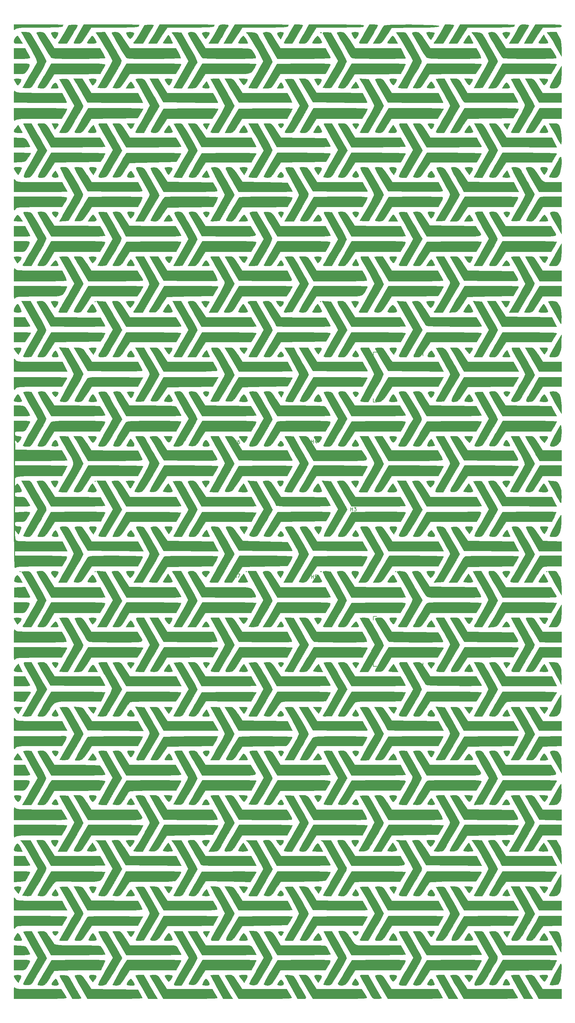
<source format=gbr>
G04 #@! TF.GenerationSoftware,KiCad,Pcbnew,9.0.2*
G04 #@! TF.CreationDate,2025-09-19T14:55:31-04:00*
G04 #@! TF.ProjectId,Trackball,54726163-6b62-4616-9c6c-2e6b69636164,rev?*
G04 #@! TF.SameCoordinates,Original*
G04 #@! TF.FileFunction,Legend,Top*
G04 #@! TF.FilePolarity,Positive*
%FSLAX46Y46*%
G04 Gerber Fmt 4.6, Leading zero omitted, Abs format (unit mm)*
G04 Created by KiCad (PCBNEW 9.0.2) date 2025-09-19 14:55:31*
%MOMM*%
%LPD*%
G01*
G04 APERTURE LIST*
%ADD10C,0.150000*%
%ADD11C,0.010000*%
G04 APERTURE END LIST*
D10*
X198888095Y-83154819D02*
X198888095Y-82154819D01*
X198888095Y-82631009D02*
X199459523Y-82631009D01*
X199459523Y-83154819D02*
X199459523Y-82154819D01*
X200364285Y-82154819D02*
X200173809Y-82154819D01*
X200173809Y-82154819D02*
X200078571Y-82202438D01*
X200078571Y-82202438D02*
X200030952Y-82250057D01*
X200030952Y-82250057D02*
X199935714Y-82392914D01*
X199935714Y-82392914D02*
X199888095Y-82583390D01*
X199888095Y-82583390D02*
X199888095Y-82964342D01*
X199888095Y-82964342D02*
X199935714Y-83059580D01*
X199935714Y-83059580D02*
X199983333Y-83107200D01*
X199983333Y-83107200D02*
X200078571Y-83154819D01*
X200078571Y-83154819D02*
X200269047Y-83154819D01*
X200269047Y-83154819D02*
X200364285Y-83107200D01*
X200364285Y-83107200D02*
X200411904Y-83059580D01*
X200411904Y-83059580D02*
X200459523Y-82964342D01*
X200459523Y-82964342D02*
X200459523Y-82726247D01*
X200459523Y-82726247D02*
X200411904Y-82631009D01*
X200411904Y-82631009D02*
X200364285Y-82583390D01*
X200364285Y-82583390D02*
X200269047Y-82535771D01*
X200269047Y-82535771D02*
X200078571Y-82535771D01*
X200078571Y-82535771D02*
X199983333Y-82583390D01*
X199983333Y-82583390D02*
X199935714Y-82631009D01*
X199935714Y-82631009D02*
X199888095Y-82726247D01*
X220638095Y-83054819D02*
X220638095Y-82054819D01*
X220638095Y-82531009D02*
X221209523Y-82531009D01*
X221209523Y-83054819D02*
X221209523Y-82054819D01*
X222114285Y-82388152D02*
X222114285Y-83054819D01*
X221876190Y-82007200D02*
X221638095Y-82721485D01*
X221638095Y-82721485D02*
X222257142Y-82721485D01*
X220638095Y-121054819D02*
X220638095Y-120054819D01*
X220638095Y-120531009D02*
X221209523Y-120531009D01*
X221209523Y-121054819D02*
X221209523Y-120054819D01*
X222161904Y-120054819D02*
X221685714Y-120054819D01*
X221685714Y-120054819D02*
X221638095Y-120531009D01*
X221638095Y-120531009D02*
X221685714Y-120483390D01*
X221685714Y-120483390D02*
X221780952Y-120435771D01*
X221780952Y-120435771D02*
X222019047Y-120435771D01*
X222019047Y-120435771D02*
X222114285Y-120483390D01*
X222114285Y-120483390D02*
X222161904Y-120531009D01*
X222161904Y-120531009D02*
X222209523Y-120626247D01*
X222209523Y-120626247D02*
X222209523Y-120864342D01*
X222209523Y-120864342D02*
X222161904Y-120959580D01*
X222161904Y-120959580D02*
X222114285Y-121007200D01*
X222114285Y-121007200D02*
X222019047Y-121054819D01*
X222019047Y-121054819D02*
X221780952Y-121054819D01*
X221780952Y-121054819D02*
X221685714Y-121007200D01*
X221685714Y-121007200D02*
X221638095Y-120959580D01*
X231638095Y-102054819D02*
X231638095Y-101054819D01*
X231638095Y-101531009D02*
X232209523Y-101531009D01*
X232209523Y-102054819D02*
X232209523Y-101054819D01*
X232590476Y-101054819D02*
X233209523Y-101054819D01*
X233209523Y-101054819D02*
X232876190Y-101435771D01*
X232876190Y-101435771D02*
X233019047Y-101435771D01*
X233019047Y-101435771D02*
X233114285Y-101483390D01*
X233114285Y-101483390D02*
X233161904Y-101531009D01*
X233161904Y-101531009D02*
X233209523Y-101626247D01*
X233209523Y-101626247D02*
X233209523Y-101864342D01*
X233209523Y-101864342D02*
X233161904Y-101959580D01*
X233161904Y-101959580D02*
X233114285Y-102007200D01*
X233114285Y-102007200D02*
X233019047Y-102054819D01*
X233019047Y-102054819D02*
X232733333Y-102054819D01*
X232733333Y-102054819D02*
X232638095Y-102007200D01*
X232638095Y-102007200D02*
X232590476Y-101959580D01*
X198888095Y-120804819D02*
X198888095Y-119804819D01*
X198888095Y-120281009D02*
X199459523Y-120281009D01*
X199459523Y-120804819D02*
X199459523Y-119804819D01*
X199840476Y-119804819D02*
X200507142Y-119804819D01*
X200507142Y-119804819D02*
X200078571Y-120804819D01*
D11*
X282431228Y-232582699D02*
X282838048Y-232696307D01*
X283204882Y-232991204D01*
X283637736Y-233555099D01*
X284242613Y-234475701D01*
X284301962Y-234567935D01*
X285589188Y-236568947D01*
X290902105Y-236568947D01*
X290902105Y-239242631D01*
X284507804Y-239242631D01*
X283785341Y-237972631D01*
X283288576Y-237110983D01*
X282645305Y-236010811D01*
X281984231Y-234892076D01*
X281902491Y-234754727D01*
X281375025Y-233855625D01*
X280972922Y-233144206D01*
X280760089Y-232734589D01*
X280742105Y-232682622D01*
X280980447Y-232607628D01*
X281579783Y-232565934D01*
X281878421Y-232562672D01*
X282431228Y-232582699D01*
G36*
X282431228Y-232582699D02*
G01*
X282838048Y-232696307D01*
X283204882Y-232991204D01*
X283637736Y-233555099D01*
X284242613Y-234475701D01*
X284301962Y-234567935D01*
X285589188Y-236568947D01*
X290902105Y-236568947D01*
X290902105Y-239242631D01*
X284507804Y-239242631D01*
X283785341Y-237972631D01*
X283288576Y-237110983D01*
X282645305Y-236010811D01*
X281984231Y-234892076D01*
X281902491Y-234754727D01*
X281375025Y-233855625D01*
X280972922Y-233144206D01*
X280760089Y-232734589D01*
X280742105Y-232682622D01*
X280980447Y-232607628D01*
X281579783Y-232565934D01*
X281878421Y-232562672D01*
X282431228Y-232582699D01*
G37*
X290845428Y-229527804D02*
X290910743Y-230014177D01*
X290919492Y-230779962D01*
X290878440Y-231699804D01*
X290794352Y-232648349D01*
X290673990Y-233500240D01*
X290524120Y-234130124D01*
X290455069Y-234296316D01*
X290147323Y-234862346D01*
X289963443Y-235174889D01*
X289955455Y-235185406D01*
X289623129Y-235302419D01*
X289000183Y-235380204D01*
X288308762Y-235407326D01*
X287771008Y-235372349D01*
X287605888Y-235306354D01*
X287685594Y-235022734D01*
X287972123Y-234387332D01*
X288406043Y-233512103D01*
X288927922Y-232509002D01*
X289478328Y-231489983D01*
X289997829Y-230567002D01*
X290426995Y-229852013D01*
X290706392Y-229456971D01*
X290716783Y-229446199D01*
X290845428Y-229527804D01*
G36*
X290845428Y-229527804D02*
G01*
X290910743Y-230014177D01*
X290919492Y-230779962D01*
X290878440Y-231699804D01*
X290794352Y-232648349D01*
X290673990Y-233500240D01*
X290524120Y-234130124D01*
X290455069Y-234296316D01*
X290147323Y-234862346D01*
X289963443Y-235174889D01*
X289955455Y-235185406D01*
X289623129Y-235302419D01*
X289000183Y-235380204D01*
X288308762Y-235407326D01*
X287771008Y-235372349D01*
X287605888Y-235306354D01*
X287685594Y-235022734D01*
X287972123Y-234387332D01*
X288406043Y-233512103D01*
X288927922Y-232509002D01*
X289478328Y-231489983D01*
X289997829Y-230567002D01*
X290426995Y-229852013D01*
X290706392Y-229456971D01*
X290716783Y-229446199D01*
X290845428Y-229527804D01*
G37*
X288674509Y-220261164D02*
X289488093Y-220300126D01*
X289968420Y-220476586D01*
X290315155Y-220884012D01*
X290434210Y-221084937D01*
X290712198Y-221798248D01*
X290861450Y-222796226D01*
X290902105Y-224068860D01*
X290889685Y-225050429D01*
X290856628Y-225769914D01*
X290809241Y-226109950D01*
X290791925Y-226119298D01*
X290619541Y-225850350D01*
X290254569Y-225228809D01*
X289764019Y-224369576D01*
X289557494Y-224002631D01*
X288965706Y-222955152D01*
X288405144Y-221976681D01*
X287978070Y-221245403D01*
X287907973Y-221128421D01*
X287382703Y-220259474D01*
X288674509Y-220261164D01*
G36*
X288674509Y-220261164D02*
G01*
X289488093Y-220300126D01*
X289968420Y-220476586D01*
X290315155Y-220884012D01*
X290434210Y-221084937D01*
X290712198Y-221798248D01*
X290861450Y-222796226D01*
X290902105Y-224068860D01*
X290889685Y-225050429D01*
X290856628Y-225769914D01*
X290809241Y-226109950D01*
X290791925Y-226119298D01*
X290619541Y-225850350D01*
X290254569Y-225228809D01*
X289764019Y-224369576D01*
X289557494Y-224002631D01*
X288965706Y-222955152D01*
X288405144Y-221976681D01*
X287978070Y-221245403D01*
X287907973Y-221128421D01*
X287382703Y-220259474D01*
X288674509Y-220261164D01*
G37*
X290902105Y-218635899D02*
X285739283Y-218788947D01*
X284370104Y-220794210D01*
X283641251Y-221812334D01*
X283089097Y-222446276D01*
X282629764Y-222778805D01*
X282249983Y-222886254D01*
X281537260Y-222930971D01*
X281144653Y-222819241D01*
X281067931Y-222485312D01*
X281302860Y-221863434D01*
X281845210Y-220887854D01*
X282094536Y-220471110D01*
X282757345Y-219354249D01*
X283384241Y-218265321D01*
X283873916Y-217381463D01*
X284012308Y-217117895D01*
X284591818Y-215981579D01*
X290902105Y-215981579D01*
X290902105Y-218635899D01*
G36*
X290902105Y-218635899D02*
G01*
X285739283Y-218788947D01*
X284370104Y-220794210D01*
X283641251Y-221812334D01*
X283089097Y-222446276D01*
X282629764Y-222778805D01*
X282249983Y-222886254D01*
X281537260Y-222930971D01*
X281144653Y-222819241D01*
X281067931Y-222485312D01*
X281302860Y-221863434D01*
X281845210Y-220887854D01*
X282094536Y-220471110D01*
X282757345Y-219354249D01*
X283384241Y-218265321D01*
X283873916Y-217381463D01*
X284012308Y-217117895D01*
X284591818Y-215981579D01*
X290902105Y-215981579D01*
X290902105Y-218635899D01*
G37*
X282467020Y-207708135D02*
X282884724Y-207810848D01*
X283251931Y-208087965D01*
X283676676Y-208626158D01*
X284266990Y-209512095D01*
X284386015Y-209694968D01*
X285688421Y-211696778D01*
X290902105Y-211703684D01*
X290902105Y-214377368D01*
X284618947Y-214370810D01*
X283415789Y-212318828D01*
X282754926Y-211192302D01*
X282089972Y-210059748D01*
X281544840Y-209132193D01*
X281455299Y-208980002D01*
X280697966Y-207693158D01*
X281890788Y-207693158D01*
X282467020Y-207708135D01*
G36*
X282467020Y-207708135D02*
G01*
X282884724Y-207810848D01*
X283251931Y-208087965D01*
X283676676Y-208626158D01*
X284266990Y-209512095D01*
X284386015Y-209694968D01*
X285688421Y-211696778D01*
X290902105Y-211703684D01*
X290902105Y-214377368D01*
X284618947Y-214370810D01*
X283415789Y-212318828D01*
X282754926Y-211192302D01*
X282089972Y-210059748D01*
X281544840Y-209132193D01*
X281455299Y-208980002D01*
X280697966Y-207693158D01*
X281890788Y-207693158D01*
X282467020Y-207708135D01*
G37*
X290846655Y-204433517D02*
X290873669Y-205046688D01*
X290882382Y-205963828D01*
X290879955Y-206378596D01*
X290834762Y-207650808D01*
X290710736Y-208543284D01*
X290480526Y-209208543D01*
X290320606Y-209497895D01*
X289907447Y-210053806D01*
X289439220Y-210304820D01*
X288687533Y-210366609D01*
X288604862Y-210366842D01*
X287895648Y-210336892D01*
X287475614Y-210261286D01*
X287426316Y-210219072D01*
X287550067Y-209957367D01*
X287880307Y-209341797D01*
X288355518Y-208481223D01*
X288914182Y-207484507D01*
X289494779Y-206460509D01*
X290035790Y-205518091D01*
X290475698Y-204766113D01*
X290752983Y-204313436D01*
X290805362Y-204239649D01*
X290846655Y-204433517D01*
G36*
X290846655Y-204433517D02*
G01*
X290873669Y-205046688D01*
X290882382Y-205963828D01*
X290879955Y-206378596D01*
X290834762Y-207650808D01*
X290710736Y-208543284D01*
X290480526Y-209208543D01*
X290320606Y-209497895D01*
X289907447Y-210053806D01*
X289439220Y-210304820D01*
X288687533Y-210366609D01*
X288604862Y-210366842D01*
X287895648Y-210336892D01*
X287475614Y-210261286D01*
X287426316Y-210219072D01*
X287550067Y-209957367D01*
X287880307Y-209341797D01*
X288355518Y-208481223D01*
X288914182Y-207484507D01*
X289494779Y-206460509D01*
X290035790Y-205518091D01*
X290475698Y-204766113D01*
X290752983Y-204313436D01*
X290805362Y-204239649D01*
X290846655Y-204433517D01*
G37*
X290208278Y-195776031D02*
X290566572Y-196464393D01*
X290776366Y-197132989D01*
X290874602Y-197964349D01*
X290898217Y-199141006D01*
X290898156Y-199184979D01*
X290894208Y-201410000D01*
X289093419Y-198142727D01*
X288412478Y-196949534D01*
X287789451Y-195935135D01*
X287282384Y-195188578D01*
X286949320Y-194798910D01*
X286891579Y-194764795D01*
X286909293Y-194701662D01*
X287360247Y-194649327D01*
X288002489Y-194623120D01*
X289514451Y-194592105D01*
X290208278Y-195776031D01*
G36*
X290208278Y-195776031D02*
G01*
X290566572Y-196464393D01*
X290776366Y-197132989D01*
X290874602Y-197964349D01*
X290898217Y-199141006D01*
X290898156Y-199184979D01*
X290894208Y-201410000D01*
X289093419Y-198142727D01*
X288412478Y-196949534D01*
X287789451Y-195935135D01*
X287282384Y-195188578D01*
X286949320Y-194798910D01*
X286891579Y-194764795D01*
X286909293Y-194701662D01*
X287360247Y-194649327D01*
X288002489Y-194623120D01*
X289514451Y-194592105D01*
X290208278Y-195776031D01*
G37*
X290902105Y-193255263D02*
X285613920Y-193255263D01*
X284180644Y-195524526D01*
X283523990Y-196552953D01*
X283059211Y-197211628D01*
X282692955Y-197583114D01*
X282331872Y-197749976D01*
X281882609Y-197794775D01*
X281611052Y-197797157D01*
X280916740Y-197777056D01*
X280514785Y-197722523D01*
X280474737Y-197694886D01*
X280603804Y-197440706D01*
X280960232Y-196807359D01*
X281497854Y-195875169D01*
X282170506Y-194724457D01*
X282626109Y-193951728D01*
X284777481Y-190314210D01*
X290902105Y-190314210D01*
X290902105Y-193255263D01*
G36*
X290902105Y-193255263D02*
G01*
X285613920Y-193255263D01*
X284180644Y-195524526D01*
X283523990Y-196552953D01*
X283059211Y-197211628D01*
X282692955Y-197583114D01*
X282331872Y-197749976D01*
X281882609Y-197794775D01*
X281611052Y-197797157D01*
X280916740Y-197777056D01*
X280514785Y-197722523D01*
X280474737Y-197694886D01*
X280603804Y-197440706D01*
X280960232Y-196807359D01*
X281497854Y-195875169D01*
X282170506Y-194724457D01*
X282626109Y-193951728D01*
X284777481Y-190314210D01*
X290902105Y-190314210D01*
X290902105Y-193255263D01*
G37*
X282430710Y-182049023D02*
X282838324Y-182162518D01*
X283207369Y-182456975D01*
X283643954Y-183019644D01*
X284254187Y-183937773D01*
X284317143Y-184034506D01*
X285619549Y-186036316D01*
X290902105Y-186036316D01*
X290902105Y-188994338D01*
X287775299Y-188919011D01*
X284648494Y-188843684D01*
X282695299Y-185540396D01*
X281999709Y-184357034D01*
X281413392Y-183346298D01*
X280984819Y-182592787D01*
X280762463Y-182181099D01*
X280742105Y-182131448D01*
X280980472Y-182067613D01*
X281579864Y-182032059D01*
X281878421Y-182029243D01*
X282430710Y-182049023D01*
G36*
X282430710Y-182049023D02*
G01*
X282838324Y-182162518D01*
X283207369Y-182456975D01*
X283643954Y-183019644D01*
X284254187Y-183937773D01*
X284317143Y-184034506D01*
X285619549Y-186036316D01*
X290902105Y-186036316D01*
X290902105Y-188994338D01*
X287775299Y-188919011D01*
X284648494Y-188843684D01*
X282695299Y-185540396D01*
X281999709Y-184357034D01*
X281413392Y-183346298D01*
X280984819Y-182592787D01*
X280762463Y-182181099D01*
X280742105Y-182131448D01*
X280980472Y-182067613D01*
X281579864Y-182032059D01*
X281878421Y-182029243D01*
X282430710Y-182049023D01*
G37*
X290844361Y-179063284D02*
X290880983Y-179715323D01*
X290897378Y-180644922D01*
X290897601Y-180889474D01*
X290859399Y-182098967D01*
X290729821Y-182944285D01*
X290476963Y-183592673D01*
X290336608Y-183830526D01*
X289911572Y-184385019D01*
X289436353Y-184636488D01*
X288681203Y-184699186D01*
X288589250Y-184699474D01*
X287398380Y-184699474D01*
X288171569Y-183295789D01*
X289183538Y-181473462D01*
X289950737Y-180125245D01*
X290473758Y-179250126D01*
X290753193Y-178847093D01*
X290793943Y-178817368D01*
X290844361Y-179063284D01*
G36*
X290844361Y-179063284D02*
G01*
X290880983Y-179715323D01*
X290897378Y-180644922D01*
X290897601Y-180889474D01*
X290859399Y-182098967D01*
X290729821Y-182944285D01*
X290476963Y-183592673D01*
X290336608Y-183830526D01*
X289911572Y-184385019D01*
X289436353Y-184636488D01*
X288681203Y-184699186D01*
X288589250Y-184699474D01*
X287398380Y-184699474D01*
X288171569Y-183295789D01*
X289183538Y-181473462D01*
X289950737Y-180125245D01*
X290473758Y-179250126D01*
X290753193Y-178847093D01*
X290793943Y-178817368D01*
X290844361Y-179063284D01*
G37*
X289460868Y-169524520D02*
X289927529Y-169813267D01*
X290340959Y-170410546D01*
X290644750Y-171050402D01*
X290818134Y-171796970D01*
X290890726Y-172817132D01*
X290898423Y-173552125D01*
X290894742Y-175742631D01*
X289297895Y-172935263D01*
X288677232Y-171818205D01*
X288168514Y-170853353D01*
X287824354Y-170143979D01*
X287697366Y-169793684D01*
X287942907Y-169556416D01*
X288638586Y-169460424D01*
X288736748Y-169459474D01*
X289460868Y-169524520D01*
G36*
X289460868Y-169524520D02*
G01*
X289927529Y-169813267D01*
X290340959Y-170410546D01*
X290644750Y-171050402D01*
X290818134Y-171796970D01*
X290890726Y-172817132D01*
X290898423Y-173552125D01*
X290894742Y-175742631D01*
X289297895Y-172935263D01*
X288677232Y-171818205D01*
X288168514Y-170853353D01*
X287824354Y-170143979D01*
X287697366Y-169793684D01*
X287942907Y-169556416D01*
X288638586Y-169460424D01*
X288736748Y-169459474D01*
X289460868Y-169524520D01*
G37*
X290902105Y-168103268D02*
X285722659Y-168256316D01*
X284422097Y-170194737D01*
X283782187Y-171128519D01*
X283325756Y-171701272D01*
X282945860Y-172000965D01*
X282535554Y-172115564D01*
X282065504Y-172133158D01*
X281400495Y-172098305D01*
X281034222Y-172011374D01*
X281009473Y-171978012D01*
X281134384Y-171701142D01*
X281476905Y-171049719D01*
X281988716Y-170113113D01*
X282621501Y-168980695D01*
X282814210Y-168639937D01*
X284618947Y-165457009D01*
X290902105Y-165448947D01*
X290902105Y-168103268D01*
G36*
X290902105Y-168103268D02*
G01*
X285722659Y-168256316D01*
X284422097Y-170194737D01*
X283782187Y-171128519D01*
X283325756Y-171701272D01*
X282945860Y-172000965D01*
X282535554Y-172115564D01*
X282065504Y-172133158D01*
X281400495Y-172098305D01*
X281034222Y-172011374D01*
X281009473Y-171978012D01*
X281134384Y-171701142D01*
X281476905Y-171049719D01*
X281988716Y-170113113D01*
X282621501Y-168980695D01*
X282814210Y-168639937D01*
X284618947Y-165457009D01*
X290902105Y-165448947D01*
X290902105Y-168103268D01*
G37*
X284377783Y-159165789D02*
X285648068Y-161171053D01*
X290902105Y-161171053D01*
X290902105Y-163844737D01*
X287760526Y-163841458D01*
X284618947Y-163838178D01*
X283415789Y-161786197D01*
X282754926Y-160659671D01*
X282089972Y-159527117D01*
X281544840Y-158599561D01*
X281455299Y-158447371D01*
X280697966Y-157160526D01*
X283107498Y-157160526D01*
X284377783Y-159165789D01*
G36*
X284377783Y-159165789D02*
G01*
X285648068Y-161171053D01*
X290902105Y-161171053D01*
X290902105Y-163844737D01*
X287760526Y-163841458D01*
X284618947Y-163838178D01*
X283415789Y-161786197D01*
X282754926Y-160659671D01*
X282089972Y-159527117D01*
X281544840Y-158599561D01*
X281455299Y-158447371D01*
X280697966Y-157160526D01*
X283107498Y-157160526D01*
X284377783Y-159165789D01*
G37*
X290846655Y-153900885D02*
X290873669Y-154514057D01*
X290882382Y-155431196D01*
X290879955Y-155845965D01*
X290834762Y-157118176D01*
X290710736Y-158010652D01*
X290480526Y-158675911D01*
X290320606Y-158965263D01*
X289907447Y-159521174D01*
X289439220Y-159772188D01*
X288687533Y-159833977D01*
X288604862Y-159834210D01*
X287895648Y-159804261D01*
X287475614Y-159728655D01*
X287426316Y-159686440D01*
X287550067Y-159424735D01*
X287880307Y-158809165D01*
X288355518Y-157948592D01*
X288914182Y-156951876D01*
X289494779Y-155927878D01*
X290035790Y-154985459D01*
X290475698Y-154233481D01*
X290752983Y-153780804D01*
X290805362Y-153707017D01*
X290846655Y-153900885D01*
G36*
X290846655Y-153900885D02*
G01*
X290873669Y-154514057D01*
X290882382Y-155431196D01*
X290879955Y-155845965D01*
X290834762Y-157118176D01*
X290710736Y-158010652D01*
X290480526Y-158675911D01*
X290320606Y-158965263D01*
X289907447Y-159521174D01*
X289439220Y-159772188D01*
X288687533Y-159833977D01*
X288604862Y-159834210D01*
X287895648Y-159804261D01*
X287475614Y-159728655D01*
X287426316Y-159686440D01*
X287550067Y-159424735D01*
X287880307Y-158809165D01*
X288355518Y-157948592D01*
X288914182Y-156951876D01*
X289494779Y-155927878D01*
X290035790Y-154985459D01*
X290475698Y-154233481D01*
X290752983Y-153780804D01*
X290805362Y-153707017D01*
X290846655Y-153900885D01*
G37*
X289415511Y-144639764D02*
X289898320Y-144849100D01*
X290288287Y-145331231D01*
X290370299Y-145463158D01*
X290652720Y-146054920D01*
X290816660Y-146783220D01*
X290887649Y-147800555D01*
X290896262Y-148604737D01*
X290892418Y-150877368D01*
X290133923Y-149501858D01*
X289597573Y-148532836D01*
X288948806Y-147365797D01*
X288387787Y-146360279D01*
X287400145Y-144594210D01*
X288620318Y-144594210D01*
X289415511Y-144639764D01*
G36*
X289415511Y-144639764D02*
G01*
X289898320Y-144849100D01*
X290288287Y-145331231D01*
X290370299Y-145463158D01*
X290652720Y-146054920D01*
X290816660Y-146783220D01*
X290887649Y-147800555D01*
X290896262Y-148604737D01*
X290892418Y-150877368D01*
X290133923Y-149501858D01*
X289597573Y-148532836D01*
X288948806Y-147365797D01*
X288387787Y-146360279D01*
X287400145Y-144594210D01*
X288620318Y-144594210D01*
X289415511Y-144639764D01*
G37*
X290902105Y-143257368D02*
X285595659Y-143257368D01*
X284325374Y-145262631D01*
X283711478Y-146217414D01*
X283276211Y-146807662D01*
X282912792Y-147121039D01*
X282514438Y-147245210D01*
X281974367Y-147267839D01*
X281882818Y-147267895D01*
X281204377Y-147227857D01*
X280841811Y-147126615D01*
X280822280Y-147067368D01*
X280991287Y-146775444D01*
X281378939Y-146111012D01*
X281933366Y-145162832D01*
X282602697Y-144019661D01*
X282853532Y-143591579D01*
X284773050Y-140316316D01*
X290902105Y-140316316D01*
X290902105Y-143257368D01*
G36*
X290902105Y-143257368D02*
G01*
X285595659Y-143257368D01*
X284325374Y-145262631D01*
X283711478Y-146217414D01*
X283276211Y-146807662D01*
X282912792Y-147121039D01*
X282514438Y-147245210D01*
X281974367Y-147267839D01*
X281882818Y-147267895D01*
X281204377Y-147227857D01*
X280841811Y-147126615D01*
X280822280Y-147067368D01*
X280991287Y-146775444D01*
X281378939Y-146111012D01*
X281933366Y-145162832D01*
X282602697Y-144019661D01*
X282853532Y-143591579D01*
X284773050Y-140316316D01*
X290902105Y-140316316D01*
X290902105Y-143257368D01*
G37*
X281889190Y-132027895D02*
X282454428Y-132043721D01*
X282864743Y-132149674D01*
X283226694Y-132433462D01*
X283646838Y-132982797D01*
X284231734Y-133885386D01*
X284325374Y-134033158D01*
X285595659Y-136038421D01*
X290902105Y-136038421D01*
X290902105Y-139004321D01*
X287826260Y-138961739D01*
X284750414Y-138919156D01*
X283048141Y-136075104D01*
X282171617Y-134613881D01*
X281543804Y-133552548D01*
X281146522Y-132827626D01*
X280961594Y-132375634D01*
X280970842Y-132133090D01*
X281156088Y-132036513D01*
X281499152Y-132022423D01*
X281889190Y-132027895D01*
G36*
X281889190Y-132027895D02*
G01*
X282454428Y-132043721D01*
X282864743Y-132149674D01*
X283226694Y-132433462D01*
X283646838Y-132982797D01*
X284231734Y-133885386D01*
X284325374Y-134033158D01*
X285595659Y-136038421D01*
X290902105Y-136038421D01*
X290902105Y-139004321D01*
X287826260Y-138961739D01*
X284750414Y-138919156D01*
X283048141Y-136075104D01*
X282171617Y-134613881D01*
X281543804Y-133552548D01*
X281146522Y-132827626D01*
X280961594Y-132375634D01*
X280970842Y-132133090D01*
X281156088Y-132036513D01*
X281499152Y-132022423D01*
X281889190Y-132027895D01*
G37*
X290897601Y-130697527D02*
X290867771Y-131931710D01*
X290765655Y-132788025D01*
X290563513Y-133421482D01*
X290336608Y-133832631D01*
X289909278Y-134389035D01*
X289430613Y-134640081D01*
X288669222Y-134701403D01*
X288597784Y-134701579D01*
X287415448Y-134701579D01*
X287935036Y-133698947D01*
X288309614Y-133001708D01*
X288854250Y-132018843D01*
X289470593Y-130927219D01*
X289678365Y-130563843D01*
X290902105Y-128431370D01*
X290897601Y-130697527D01*
G36*
X290897601Y-130697527D02*
G01*
X290867771Y-131931710D01*
X290765655Y-132788025D01*
X290563513Y-133421482D01*
X290336608Y-133832631D01*
X289909278Y-134389035D01*
X289430613Y-134640081D01*
X288669222Y-134701403D01*
X288597784Y-134701579D01*
X287415448Y-134701579D01*
X287935036Y-133698947D01*
X288309614Y-133001708D01*
X288854250Y-132018843D01*
X289470593Y-130927219D01*
X289678365Y-130563843D01*
X290902105Y-128431370D01*
X290897601Y-130697527D01*
G37*
X289047192Y-118959001D02*
X289496067Y-119135621D01*
X289867780Y-119576913D01*
X290210825Y-120163676D01*
X290575689Y-120903258D01*
X290785741Y-121621787D01*
X290879950Y-122512568D01*
X290898014Y-123572623D01*
X290893922Y-125744737D01*
X289026435Y-122442851D01*
X288357710Y-121253349D01*
X287794976Y-120238777D01*
X287385401Y-119485238D01*
X287176154Y-119078836D01*
X287158947Y-119033903D01*
X287397875Y-118969512D01*
X288001116Y-118931346D01*
X288339246Y-118926842D01*
X289047192Y-118959001D01*
G36*
X289047192Y-118959001D02*
G01*
X289496067Y-119135621D01*
X289867780Y-119576913D01*
X290210825Y-120163676D01*
X290575689Y-120903258D01*
X290785741Y-121621787D01*
X290879950Y-122512568D01*
X290898014Y-123572623D01*
X290893922Y-125744737D01*
X289026435Y-122442851D01*
X288357710Y-121253349D01*
X287794976Y-120238777D01*
X287385401Y-119485238D01*
X287176154Y-119078836D01*
X287158947Y-119033903D01*
X287397875Y-118969512D01*
X288001116Y-118931346D01*
X288339246Y-118926842D01*
X289047192Y-118959001D01*
G37*
X290902105Y-117590000D02*
X288428947Y-117594094D01*
X287311522Y-117616064D01*
X286389492Y-117671491D01*
X285799179Y-117750457D01*
X285672492Y-117794620D01*
X285412824Y-118098342D01*
X284957324Y-118745083D01*
X284385563Y-119619505D01*
X284107450Y-120063158D01*
X282825704Y-122135263D01*
X280431124Y-122135263D01*
X280952085Y-121266316D01*
X281290840Y-120693369D01*
X281822806Y-119784543D01*
X282473741Y-118667006D01*
X283137420Y-117523158D01*
X284801794Y-114648947D01*
X290902105Y-114648947D01*
X290902105Y-117590000D01*
G36*
X290902105Y-117590000D02*
G01*
X288428947Y-117594094D01*
X287311522Y-117616064D01*
X286389492Y-117671491D01*
X285799179Y-117750457D01*
X285672492Y-117794620D01*
X285412824Y-118098342D01*
X284957324Y-118745083D01*
X284385563Y-119619505D01*
X284107450Y-120063158D01*
X282825704Y-122135263D01*
X280431124Y-122135263D01*
X280952085Y-121266316D01*
X281290840Y-120693369D01*
X281822806Y-119784543D01*
X282473741Y-118667006D01*
X283137420Y-117523158D01*
X284801794Y-114648947D01*
X290902105Y-114648947D01*
X290902105Y-117590000D01*
G37*
X282396152Y-106397775D02*
X282778057Y-106565742D01*
X283184998Y-106948759D01*
X283711672Y-107631160D01*
X284271404Y-108432631D01*
X285694676Y-110504737D01*
X288298391Y-110581261D01*
X290902105Y-110657785D01*
X290902105Y-113312105D01*
X287760526Y-113307775D01*
X284618947Y-113303444D01*
X282704730Y-110034659D01*
X282026862Y-108849272D01*
X281472582Y-107826302D01*
X281087242Y-107053753D01*
X280916195Y-106619630D01*
X280915773Y-106563200D01*
X281242360Y-106425619D01*
X281871071Y-106361188D01*
X281944582Y-106360526D01*
X282396152Y-106397775D01*
G36*
X282396152Y-106397775D02*
G01*
X282778057Y-106565742D01*
X283184998Y-106948759D01*
X283711672Y-107631160D01*
X284271404Y-108432631D01*
X285694676Y-110504737D01*
X288298391Y-110581261D01*
X290902105Y-110657785D01*
X290902105Y-113312105D01*
X287760526Y-113307775D01*
X284618947Y-113303444D01*
X282704730Y-110034659D01*
X282026862Y-108849272D01*
X281472582Y-107826302D01*
X281087242Y-107053753D01*
X280916195Y-106619630D01*
X280915773Y-106563200D01*
X281242360Y-106425619D01*
X281871071Y-106361188D01*
X281944582Y-106360526D01*
X282396152Y-106397775D01*
G37*
X290841903Y-103366085D02*
X290877111Y-103974032D01*
X290891805Y-104879810D01*
X290891400Y-105179649D01*
X290802268Y-106779801D01*
X290553004Y-107875656D01*
X290451483Y-108098421D01*
X290073240Y-108706485D01*
X289741722Y-109086515D01*
X289726925Y-109096958D01*
X289251530Y-109243979D01*
X288577534Y-109291918D01*
X287945617Y-109241428D01*
X287596461Y-109093159D01*
X287595215Y-109091190D01*
X287681074Y-108816646D01*
X287974845Y-108189553D01*
X288416863Y-107320339D01*
X288947465Y-106319431D01*
X289506988Y-105297255D01*
X290035768Y-104364240D01*
X290474141Y-103630813D01*
X290762444Y-103207401D01*
X290792050Y-103174386D01*
X290841903Y-103366085D01*
G36*
X290841903Y-103366085D02*
G01*
X290877111Y-103974032D01*
X290891805Y-104879810D01*
X290891400Y-105179649D01*
X290802268Y-106779801D01*
X290553004Y-107875656D01*
X290451483Y-108098421D01*
X290073240Y-108706485D01*
X289741722Y-109086515D01*
X289726925Y-109096958D01*
X289251530Y-109243979D01*
X288577534Y-109291918D01*
X287945617Y-109241428D01*
X287596461Y-109093159D01*
X287595215Y-109091190D01*
X287681074Y-108816646D01*
X287974845Y-108189553D01*
X288416863Y-107320339D01*
X288947465Y-106319431D01*
X289506988Y-105297255D01*
X290035768Y-104364240D01*
X290474141Y-103630813D01*
X290762444Y-103207401D01*
X290792050Y-103174386D01*
X290841903Y-103366085D01*
G37*
X288387219Y-93577612D02*
X289200596Y-93668171D01*
X289695289Y-93893629D01*
X290087337Y-94384880D01*
X290289224Y-94730000D01*
X290621524Y-95440500D01*
X290809541Y-96221500D01*
X290888323Y-97257362D01*
X290897707Y-97931070D01*
X290890088Y-98970859D01*
X290850753Y-99551020D01*
X290763000Y-99746448D01*
X290610123Y-99632043D01*
X290539935Y-99535281D01*
X290226322Y-99031506D01*
X289764765Y-98236471D01*
X289300100Y-97403684D01*
X288722421Y-96358227D01*
X288130853Y-95303968D01*
X287755867Y-94647086D01*
X287089298Y-93494699D01*
X288387219Y-93577612D01*
G36*
X288387219Y-93577612D02*
G01*
X289200596Y-93668171D01*
X289695289Y-93893629D01*
X290087337Y-94384880D01*
X290289224Y-94730000D01*
X290621524Y-95440500D01*
X290809541Y-96221500D01*
X290888323Y-97257362D01*
X290897707Y-97931070D01*
X290890088Y-98970859D01*
X290850753Y-99551020D01*
X290763000Y-99746448D01*
X290610123Y-99632043D01*
X290539935Y-99535281D01*
X290226322Y-99031506D01*
X289764765Y-98236471D01*
X289300100Y-97403684D01*
X288722421Y-96358227D01*
X288130853Y-95303968D01*
X287755867Y-94647086D01*
X287089298Y-93494699D01*
X288387219Y-93577612D01*
G37*
X290902105Y-92190000D02*
X285618128Y-92190000D01*
X284186769Y-94462631D01*
X283526267Y-95495803D01*
X283056298Y-96156399D01*
X282687654Y-96527576D01*
X282331129Y-96692489D01*
X281897515Y-96734294D01*
X281748757Y-96735263D01*
X281056484Y-96658204D01*
X280747549Y-96453836D01*
X280742105Y-96416191D01*
X280872787Y-96084222D01*
X281232499Y-95384343D01*
X281772741Y-94405723D01*
X282445010Y-93237532D01*
X282778112Y-92673034D01*
X284814118Y-89248947D01*
X290902105Y-89248947D01*
X290902105Y-92190000D01*
G36*
X290902105Y-92190000D02*
G01*
X285618128Y-92190000D01*
X284186769Y-94462631D01*
X283526267Y-95495803D01*
X283056298Y-96156399D01*
X282687654Y-96527576D01*
X282331129Y-96692489D01*
X281897515Y-96734294D01*
X281748757Y-96735263D01*
X281056484Y-96658204D01*
X280747549Y-96453836D01*
X280742105Y-96416191D01*
X280872787Y-96084222D01*
X281232499Y-95384343D01*
X281772741Y-94405723D01*
X282445010Y-93237532D01*
X282778112Y-92673034D01*
X284814118Y-89248947D01*
X290902105Y-89248947D01*
X290902105Y-92190000D01*
G37*
X282430710Y-80983760D02*
X282838324Y-81097254D01*
X283207369Y-81391712D01*
X283643954Y-81954381D01*
X284254187Y-82872510D01*
X284317143Y-82969243D01*
X285619549Y-84971053D01*
X290902105Y-84971053D01*
X290902105Y-87912105D01*
X284789044Y-87912105D01*
X284236101Y-87135568D01*
X283869015Y-86583569D01*
X283687361Y-86238892D01*
X283683158Y-86215284D01*
X283552386Y-85941539D01*
X283198815Y-85313865D01*
X282680562Y-84433338D01*
X282212631Y-83657752D01*
X281608172Y-82652964D01*
X281124234Y-81824538D01*
X280818924Y-81273447D01*
X280742105Y-81102246D01*
X280980429Y-81016384D01*
X281579726Y-80968071D01*
X281878421Y-80963980D01*
X282430710Y-80983760D01*
G36*
X282430710Y-80983760D02*
G01*
X282838324Y-81097254D01*
X283207369Y-81391712D01*
X283643954Y-81954381D01*
X284254187Y-82872510D01*
X284317143Y-82969243D01*
X285619549Y-84971053D01*
X290902105Y-84971053D01*
X290902105Y-87912105D01*
X284789044Y-87912105D01*
X284236101Y-87135568D01*
X283869015Y-86583569D01*
X283687361Y-86238892D01*
X283683158Y-86215284D01*
X283552386Y-85941539D01*
X283198815Y-85313865D01*
X282680562Y-84433338D01*
X282212631Y-83657752D01*
X281608172Y-82652964D01*
X281124234Y-81824538D01*
X280818924Y-81273447D01*
X280742105Y-81102246D01*
X280980429Y-81016384D01*
X281579726Y-80968071D01*
X281878421Y-80963980D01*
X282430710Y-80983760D01*
G37*
X290802025Y-78004876D02*
X290866574Y-78583887D01*
X290899814Y-79473135D01*
X290902105Y-79806952D01*
X290875498Y-80980608D01*
X290773310Y-81789042D01*
X290561989Y-82400115D01*
X290291991Y-82859408D01*
X289684708Y-83541479D01*
X288967372Y-83831066D01*
X288787467Y-83854212D01*
X288116480Y-83853277D01*
X287694246Y-83734350D01*
X287678813Y-83720528D01*
X287734604Y-83437811D01*
X287998555Y-82802789D01*
X288412915Y-81927093D01*
X288919934Y-80922353D01*
X289461859Y-79900197D01*
X289980941Y-78972257D01*
X290419428Y-78250161D01*
X290716783Y-77848304D01*
X290802025Y-78004876D01*
G36*
X290802025Y-78004876D02*
G01*
X290866574Y-78583887D01*
X290899814Y-79473135D01*
X290902105Y-79806952D01*
X290875498Y-80980608D01*
X290773310Y-81789042D01*
X290561989Y-82400115D01*
X290291991Y-82859408D01*
X289684708Y-83541479D01*
X288967372Y-83831066D01*
X288787467Y-83854212D01*
X288116480Y-83853277D01*
X287694246Y-83734350D01*
X287678813Y-83720528D01*
X287734604Y-83437811D01*
X287998555Y-82802789D01*
X288412915Y-81927093D01*
X288919934Y-80922353D01*
X289461859Y-79900197D01*
X289980941Y-78972257D01*
X290419428Y-78250161D01*
X290716783Y-77848304D01*
X290802025Y-78004876D01*
G37*
X289225516Y-68449780D02*
X289691950Y-68589840D01*
X289705123Y-68598831D01*
X290314406Y-69252540D01*
X290697657Y-70217007D01*
X290879263Y-71570806D01*
X290902105Y-72455161D01*
X290902105Y-74663346D01*
X289196166Y-71729305D01*
X288561015Y-70606964D01*
X288052239Y-69650118D01*
X287717384Y-68952594D01*
X287604000Y-68608224D01*
X287607735Y-68594737D01*
X287942297Y-68451758D01*
X288561928Y-68403596D01*
X289225516Y-68449780D01*
G36*
X289225516Y-68449780D02*
G01*
X289691950Y-68589840D01*
X289705123Y-68598831D01*
X290314406Y-69252540D01*
X290697657Y-70217007D01*
X290879263Y-71570806D01*
X290902105Y-72455161D01*
X290902105Y-74663346D01*
X289196166Y-71729305D01*
X288561015Y-70606964D01*
X288052239Y-69650118D01*
X287717384Y-68952594D01*
X287604000Y-68608224D01*
X287607735Y-68594737D01*
X287942297Y-68451758D01*
X288561928Y-68403596D01*
X289225516Y-68449780D01*
G37*
X290902105Y-67057368D02*
X288295263Y-67061109D01*
X285688421Y-67064849D01*
X284351579Y-69133214D01*
X283657489Y-70162076D01*
X283134876Y-70806723D01*
X282700301Y-71153002D01*
X282270324Y-71286763D01*
X282256888Y-71288360D01*
X281459527Y-71328885D01*
X281064587Y-71175905D01*
X281050084Y-70763139D01*
X281394037Y-70024306D01*
X281676877Y-69539572D01*
X282306803Y-68471216D01*
X283023815Y-67222209D01*
X283603015Y-66188421D01*
X284597791Y-64383684D01*
X290902105Y-64383684D01*
X290902105Y-67057368D01*
G36*
X290902105Y-67057368D02*
G01*
X288295263Y-67061109D01*
X285688421Y-67064849D01*
X284351579Y-69133214D01*
X283657489Y-70162076D01*
X283134876Y-70806723D01*
X282700301Y-71153002D01*
X282270324Y-71286763D01*
X282256888Y-71288360D01*
X281459527Y-71328885D01*
X281064587Y-71175905D01*
X281050084Y-70763139D01*
X281394037Y-70024306D01*
X281676877Y-69539572D01*
X282306803Y-68471216D01*
X283023815Y-67222209D01*
X283603015Y-66188421D01*
X284597791Y-64383684D01*
X290902105Y-64383684D01*
X290902105Y-67057368D01*
G37*
X282467020Y-56110241D02*
X282884724Y-56212953D01*
X283251931Y-56490071D01*
X283676676Y-57028263D01*
X284266990Y-57914200D01*
X284386015Y-58097073D01*
X285688421Y-60098883D01*
X290902105Y-60105789D01*
X290902105Y-62779474D01*
X287760526Y-62776194D01*
X284618947Y-62772915D01*
X283415789Y-60720933D01*
X282754926Y-59594407D01*
X282089972Y-58461854D01*
X281544840Y-57534298D01*
X281455299Y-57382107D01*
X280697966Y-56095263D01*
X281890788Y-56095263D01*
X282467020Y-56110241D01*
G36*
X282467020Y-56110241D02*
G01*
X282884724Y-56212953D01*
X283251931Y-56490071D01*
X283676676Y-57028263D01*
X284266990Y-57914200D01*
X284386015Y-58097073D01*
X285688421Y-60098883D01*
X290902105Y-60105789D01*
X290902105Y-62779474D01*
X287760526Y-62776194D01*
X284618947Y-62772915D01*
X283415789Y-60720933D01*
X282754926Y-59594407D01*
X282089972Y-58461854D01*
X281544840Y-57534298D01*
X281455299Y-57382107D01*
X280697966Y-56095263D01*
X281890788Y-56095263D01*
X282467020Y-56110241D01*
G37*
X290890288Y-54626055D02*
X290834744Y-55975395D01*
X290666679Y-56961736D01*
X290357645Y-57750169D01*
X290349164Y-57766316D01*
X289975149Y-58387213D01*
X289582346Y-58679181D01*
X288956031Y-58764915D01*
X288594481Y-58768947D01*
X288071432Y-58771504D01*
X287726888Y-58732882D01*
X287574298Y-58583638D01*
X287627110Y-58254333D01*
X287898773Y-57675525D01*
X288402735Y-56777774D01*
X289152446Y-55491638D01*
X289267387Y-55294477D01*
X290902105Y-52488427D01*
X290890288Y-54626055D01*
G36*
X290890288Y-54626055D02*
G01*
X290834744Y-55975395D01*
X290666679Y-56961736D01*
X290357645Y-57750169D01*
X290349164Y-57766316D01*
X289975149Y-58387213D01*
X289582346Y-58679181D01*
X288956031Y-58764915D01*
X288594481Y-58768947D01*
X288071432Y-58771504D01*
X287726888Y-58732882D01*
X287574298Y-58583638D01*
X287627110Y-58254333D01*
X287898773Y-57675525D01*
X288402735Y-56777774D01*
X289152446Y-55491638D01*
X289267387Y-55294477D01*
X290902105Y-52488427D01*
X290890288Y-54626055D01*
G37*
X289077238Y-43029193D02*
X289543075Y-43216159D01*
X289932766Y-43678132D01*
X290222413Y-44154017D01*
X290593300Y-44883861D01*
X290801504Y-45615214D01*
X290889406Y-46548129D01*
X290902105Y-47362438D01*
X290888867Y-48332438D01*
X290853794Y-49054313D01*
X290803851Y-49398762D01*
X290791769Y-49411053D01*
X290628616Y-49190956D01*
X290261242Y-48589190D01*
X289741462Y-47693544D01*
X289121090Y-46591806D01*
X289016450Y-46403158D01*
X288381285Y-45255832D01*
X287839615Y-44277651D01*
X287444207Y-43563888D01*
X287247830Y-43209815D01*
X287239428Y-43194737D01*
X287407868Y-43076327D01*
X287962646Y-43004334D01*
X288335055Y-42994210D01*
X289077238Y-43029193D01*
G36*
X289077238Y-43029193D02*
G01*
X289543075Y-43216159D01*
X289932766Y-43678132D01*
X290222413Y-44154017D01*
X290593300Y-44883861D01*
X290801504Y-45615214D01*
X290889406Y-46548129D01*
X290902105Y-47362438D01*
X290888867Y-48332438D01*
X290853794Y-49054313D01*
X290803851Y-49398762D01*
X290791769Y-49411053D01*
X290628616Y-49190956D01*
X290261242Y-48589190D01*
X289741462Y-47693544D01*
X289121090Y-46591806D01*
X289016450Y-46403158D01*
X288381285Y-45255832D01*
X287839615Y-44277651D01*
X287444207Y-43563888D01*
X287247830Y-43209815D01*
X287239428Y-43194737D01*
X287407868Y-43076327D01*
X287962646Y-43004334D01*
X288335055Y-42994210D01*
X289077238Y-43029193D01*
G37*
X290902105Y-41657368D02*
X285626300Y-41657368D01*
X284186834Y-43918778D01*
X283526471Y-44944527D01*
X283058572Y-45601452D01*
X282689286Y-45972358D01*
X282324764Y-46140051D01*
X281871155Y-46187334D01*
X281611052Y-46191410D01*
X280916811Y-46174050D01*
X280514834Y-46117126D01*
X280474737Y-46087167D01*
X280603939Y-45829559D01*
X280960690Y-45193323D01*
X281498706Y-44259134D01*
X282171701Y-43107668D01*
X282622246Y-42344009D01*
X284769755Y-38716316D01*
X290902105Y-38716316D01*
X290902105Y-41657368D01*
G36*
X290902105Y-41657368D02*
G01*
X285626300Y-41657368D01*
X284186834Y-43918778D01*
X283526471Y-44944527D01*
X283058572Y-45601452D01*
X282689286Y-45972358D01*
X282324764Y-46140051D01*
X281871155Y-46187334D01*
X281611052Y-46191410D01*
X280916811Y-46174050D01*
X280514834Y-46117126D01*
X280474737Y-46087167D01*
X280603939Y-45829559D01*
X280960690Y-45193323D01*
X281498706Y-44259134D01*
X282171701Y-43107668D01*
X282622246Y-42344009D01*
X284769755Y-38716316D01*
X290902105Y-38716316D01*
X290902105Y-41657368D01*
G37*
X282472386Y-30443750D02*
X282882577Y-30549794D01*
X283244512Y-30833745D01*
X283664726Y-31383321D01*
X284249755Y-32286239D01*
X284342844Y-32433158D01*
X285612988Y-34438421D01*
X290902105Y-34438421D01*
X290902105Y-37379474D01*
X284781501Y-37379474D01*
X282761803Y-34000509D01*
X282051226Y-32805487D01*
X281450103Y-31782681D01*
X281006637Y-31015040D01*
X280769027Y-30585517D01*
X280742105Y-30524720D01*
X280980858Y-30466172D01*
X281582840Y-30431740D01*
X281907403Y-30427895D01*
X282472386Y-30443750D01*
G36*
X282472386Y-30443750D02*
G01*
X282882577Y-30549794D01*
X283244512Y-30833745D01*
X283664726Y-31383321D01*
X284249755Y-32286239D01*
X284342844Y-32433158D01*
X285612988Y-34438421D01*
X290902105Y-34438421D01*
X290902105Y-37379474D01*
X284781501Y-37379474D01*
X282761803Y-34000509D01*
X282051226Y-32805487D01*
X281450103Y-31782681D01*
X281006637Y-31015040D01*
X280769027Y-30585517D01*
X280742105Y-30524720D01*
X280980858Y-30466172D01*
X281582840Y-30431740D01*
X281907403Y-30427895D01*
X282472386Y-30443750D01*
G37*
X290896170Y-29091053D02*
X290867472Y-30325221D01*
X290766999Y-31181164D01*
X290567201Y-31813563D01*
X290336608Y-32232631D01*
X289907793Y-32790266D01*
X289426893Y-33041034D01*
X288661457Y-33101461D01*
X288603217Y-33101579D01*
X287894520Y-33080896D01*
X287475196Y-33028691D01*
X287426316Y-32999682D01*
X287551440Y-32742773D01*
X287893821Y-32111936D01*
X288403974Y-31196701D01*
X289032413Y-30086597D01*
X289162780Y-29858103D01*
X290899244Y-26818421D01*
X290896170Y-29091053D01*
G36*
X290896170Y-29091053D02*
G01*
X290867472Y-30325221D01*
X290766999Y-31181164D01*
X290567201Y-31813563D01*
X290336608Y-32232631D01*
X289907793Y-32790266D01*
X289426893Y-33041034D01*
X288661457Y-33101461D01*
X288603217Y-33101579D01*
X287894520Y-33080896D01*
X287475196Y-33028691D01*
X287426316Y-32999682D01*
X287551440Y-32742773D01*
X287893821Y-32111936D01*
X288403974Y-31196701D01*
X289032413Y-30086597D01*
X289162780Y-29858103D01*
X290899244Y-26818421D01*
X290896170Y-29091053D01*
G37*
X289460868Y-17926625D02*
X289927529Y-18215373D01*
X290340959Y-18812651D01*
X290644750Y-19452507D01*
X290818134Y-20199075D01*
X290890726Y-21219238D01*
X290898423Y-21954230D01*
X290894742Y-24144737D01*
X289297895Y-21337368D01*
X288677232Y-20220310D01*
X288168514Y-19255459D01*
X287824354Y-18546085D01*
X287697366Y-18195789D01*
X287942907Y-17958521D01*
X288638586Y-17862529D01*
X288736748Y-17861579D01*
X289460868Y-17926625D01*
G36*
X289460868Y-17926625D02*
G01*
X289927529Y-18215373D01*
X290340959Y-18812651D01*
X290644750Y-19452507D01*
X290818134Y-20199075D01*
X290890726Y-21219238D01*
X290898423Y-21954230D01*
X290894742Y-24144737D01*
X289297895Y-21337368D01*
X288677232Y-20220310D01*
X288168514Y-19255459D01*
X287824354Y-18546085D01*
X287697366Y-18195789D01*
X287942907Y-17958521D01*
X288638586Y-17862529D01*
X288736748Y-17861579D01*
X289460868Y-17926625D01*
G37*
X290902105Y-16524737D02*
X288295263Y-16525257D01*
X285688421Y-16525778D01*
X284411396Y-18530520D01*
X283790070Y-19487600D01*
X283347567Y-20078405D01*
X282980952Y-20391145D01*
X282587287Y-20514028D01*
X282071922Y-20535263D01*
X281404645Y-20488934D01*
X281035401Y-20373293D01*
X281009473Y-20327777D01*
X281140498Y-20000944D01*
X281491942Y-19326504D01*
X282001361Y-18410646D01*
X282606311Y-17359559D01*
X283244346Y-16279433D01*
X283853023Y-15276457D01*
X284369897Y-14456819D01*
X284732524Y-13926711D01*
X284855002Y-13788305D01*
X285232424Y-13707310D01*
X286019729Y-13641737D01*
X287092117Y-13599470D01*
X288027895Y-13587778D01*
X290902105Y-13583684D01*
X290902105Y-16524737D01*
G36*
X290902105Y-16524737D02*
G01*
X288295263Y-16525257D01*
X285688421Y-16525778D01*
X284411396Y-18530520D01*
X283790070Y-19487600D01*
X283347567Y-20078405D01*
X282980952Y-20391145D01*
X282587287Y-20514028D01*
X282071922Y-20535263D01*
X281404645Y-20488934D01*
X281035401Y-20373293D01*
X281009473Y-20327777D01*
X281140498Y-20000944D01*
X281491942Y-19326504D01*
X282001361Y-18410646D01*
X282606311Y-17359559D01*
X283244346Y-16279433D01*
X283853023Y-15276457D01*
X284369897Y-14456819D01*
X284732524Y-13926711D01*
X284855002Y-13788305D01*
X285232424Y-13707310D01*
X286019729Y-13641737D01*
X287092117Y-13599470D01*
X288027895Y-13587778D01*
X290902105Y-13583684D01*
X290902105Y-16524737D01*
G37*
X282255152Y-5342167D02*
X282730068Y-5491403D01*
X283201567Y-5884345D01*
X283765283Y-6613926D01*
X284132832Y-7166842D01*
X284814704Y-8219731D01*
X285324235Y-8910445D01*
X285795477Y-9315066D01*
X286362479Y-9509673D01*
X287159294Y-9570348D01*
X288319971Y-9573172D01*
X288372646Y-9573158D01*
X290902105Y-9573158D01*
X290902105Y-12246842D01*
X284618947Y-12240284D01*
X283415789Y-10190271D01*
X282496105Y-8618902D01*
X281819969Y-7446272D01*
X281358106Y-6611217D01*
X281081238Y-6052572D01*
X280960091Y-5709174D01*
X280965388Y-5519859D01*
X281067853Y-5423463D01*
X281122824Y-5399753D01*
X281658507Y-5321158D01*
X282255152Y-5342167D01*
G36*
X282255152Y-5342167D02*
G01*
X282730068Y-5491403D01*
X283201567Y-5884345D01*
X283765283Y-6613926D01*
X284132832Y-7166842D01*
X284814704Y-8219731D01*
X285324235Y-8910445D01*
X285795477Y-9315066D01*
X286362479Y-9509673D01*
X287159294Y-9570348D01*
X288319971Y-9573172D01*
X288372646Y-9573158D01*
X290902105Y-9573158D01*
X290902105Y-12246842D01*
X284618947Y-12240284D01*
X283415789Y-10190271D01*
X282496105Y-8618902D01*
X281819969Y-7446272D01*
X281358106Y-6611217D01*
X281081238Y-6052572D01*
X280960091Y-5709174D01*
X280965388Y-5519859D01*
X281067853Y-5423463D01*
X281122824Y-5399753D01*
X281658507Y-5321158D01*
X282255152Y-5342167D01*
G37*
X290872562Y-2722508D02*
X290938757Y-3353013D01*
X290932986Y-4186195D01*
X290858930Y-5113530D01*
X290720268Y-6026490D01*
X290520681Y-6816551D01*
X290349164Y-7233684D01*
X289969381Y-7860865D01*
X289568331Y-8151574D01*
X288926356Y-8233404D01*
X288623086Y-8236316D01*
X287907533Y-8204334D01*
X287479837Y-8123469D01*
X287426316Y-8076218D01*
X287553718Y-7791745D01*
X287896690Y-7155361D01*
X288396380Y-6274106D01*
X288763158Y-5644770D01*
X289332263Y-4662476D01*
X289782684Y-3855846D01*
X290055060Y-3332834D01*
X290108503Y-3198025D01*
X290259798Y-2870938D01*
X290509556Y-2503635D01*
X290730721Y-2403207D01*
X290872562Y-2722508D01*
G36*
X290872562Y-2722508D02*
G01*
X290938757Y-3353013D01*
X290932986Y-4186195D01*
X290858930Y-5113530D01*
X290720268Y-6026490D01*
X290520681Y-6816551D01*
X290349164Y-7233684D01*
X289969381Y-7860865D01*
X289568331Y-8151574D01*
X288926356Y-8233404D01*
X288623086Y-8236316D01*
X287907533Y-8204334D01*
X287479837Y-8123469D01*
X287426316Y-8076218D01*
X287553718Y-7791745D01*
X287896690Y-7155361D01*
X288396380Y-6274106D01*
X288763158Y-5644770D01*
X289332263Y-4662476D01*
X289782684Y-3855846D01*
X290055060Y-3332834D01*
X290108503Y-3198025D01*
X290259798Y-2870938D01*
X290509556Y-2503635D01*
X290730721Y-2403207D01*
X290872562Y-2722508D01*
G37*
X289494234Y6973937D02*
X289954911Y6815813D01*
X290266287Y6425991D01*
X290451532Y6058824D01*
X290619653Y5499519D01*
X290762054Y4660157D01*
X290869281Y3679835D01*
X290931877Y2697651D01*
X290940388Y1852703D01*
X290885357Y1284087D01*
X290787149Y1121579D01*
X290617264Y1339914D01*
X290260439Y1923778D01*
X289780597Y2766459D01*
X289545907Y3193684D01*
X288962410Y4257384D01*
X288409379Y5248803D01*
X287984482Y5993290D01*
X287901162Y6134737D01*
X287382703Y7003684D01*
X288691831Y7003684D01*
X289494234Y6973937D01*
G36*
X289494234Y6973937D02*
G01*
X289954911Y6815813D01*
X290266287Y6425991D01*
X290451532Y6058824D01*
X290619653Y5499519D01*
X290762054Y4660157D01*
X290869281Y3679835D01*
X290931877Y2697651D01*
X290940388Y1852703D01*
X290885357Y1284087D01*
X290787149Y1121579D01*
X290617264Y1339914D01*
X290260439Y1923778D01*
X289780597Y2766459D01*
X289545907Y3193684D01*
X288962410Y4257384D01*
X288409379Y5248803D01*
X287984482Y5993290D01*
X287901162Y6134737D01*
X287382703Y7003684D01*
X288691831Y7003684D01*
X289494234Y6973937D01*
G37*
X290902105Y8340526D02*
X285619549Y8340526D01*
X284317143Y6338717D01*
X283687732Y5386772D01*
X283241001Y4797481D01*
X282870511Y4483659D01*
X282469823Y4358123D01*
X281932499Y4333687D01*
X281869014Y4333453D01*
X281424140Y4323523D01*
X281114143Y4339011D01*
X280957666Y4443258D01*
X280973352Y4699606D01*
X281179842Y5171397D01*
X281595781Y5921972D01*
X282239811Y7014673D01*
X283068056Y8407369D01*
X284772350Y11281579D01*
X290902105Y11281579D01*
X290902105Y8340526D01*
G36*
X290902105Y8340526D02*
G01*
X285619549Y8340526D01*
X284317143Y6338717D01*
X283687732Y5386772D01*
X283241001Y4797481D01*
X282870511Y4483659D01*
X282469823Y4358123D01*
X281932499Y4333687D01*
X281869014Y4333453D01*
X281424140Y4323523D01*
X281114143Y4339011D01*
X280957666Y4443258D01*
X280973352Y4699606D01*
X281179842Y5171397D01*
X281595781Y5921972D01*
X282239811Y7014673D01*
X283068056Y8407369D01*
X284772350Y11281579D01*
X290902105Y11281579D01*
X290902105Y8340526D01*
G37*
X282457959Y19555394D02*
X282873121Y19453220D01*
X283234907Y19175941D01*
X283650739Y18636022D01*
X284228042Y17745927D01*
X284342844Y17564737D01*
X285612988Y15559474D01*
X290902105Y15559474D01*
X290902105Y12885790D01*
X284613267Y12885790D01*
X283384098Y14957895D01*
X282720064Y16081596D01*
X282058999Y17207378D01*
X281521587Y18129559D01*
X281423111Y18300000D01*
X280691293Y19570000D01*
X281881997Y19570000D01*
X282457959Y19555394D01*
G36*
X282457959Y19555394D02*
G01*
X282873121Y19453220D01*
X283234907Y19175941D01*
X283650739Y18636022D01*
X284228042Y17745927D01*
X284342844Y17564737D01*
X285612988Y15559474D01*
X290902105Y15559474D01*
X290902105Y12885790D01*
X284613267Y12885790D01*
X283384098Y14957895D01*
X282720064Y16081596D01*
X282058999Y17207378D01*
X281521587Y18129559D01*
X281423111Y18300000D01*
X280691293Y19570000D01*
X281881997Y19570000D01*
X282457959Y19555394D01*
G37*
X290897601Y20902562D02*
X290867848Y19668049D01*
X290765984Y18811543D01*
X290564315Y18178161D01*
X290336608Y17765263D01*
X289905462Y17205702D01*
X289421048Y16955380D01*
X288649254Y16896365D01*
X288611609Y16896316D01*
X288103864Y16897897D01*
X287773194Y16948391D01*
X287633556Y17116428D01*
X287698913Y17470634D01*
X287983224Y18079637D01*
X288500449Y19012067D01*
X289264548Y20336550D01*
X289336871Y20461695D01*
X290902105Y23170914D01*
X290897601Y20902562D01*
G36*
X290897601Y20902562D02*
G01*
X290867848Y19668049D01*
X290765984Y18811543D01*
X290564315Y18178161D01*
X290336608Y17765263D01*
X289905462Y17205702D01*
X289421048Y16955380D01*
X288649254Y16896365D01*
X288611609Y16896316D01*
X288103864Y16897897D01*
X287773194Y16948391D01*
X287633556Y17116428D01*
X287698913Y17470634D01*
X287983224Y18079637D01*
X288500449Y19012067D01*
X289264548Y20336550D01*
X289336871Y20461695D01*
X290902105Y23170914D01*
X290897601Y20902562D01*
G37*
X290210825Y31434219D02*
X290576124Y30693165D01*
X290786607Y29971863D01*
X290881407Y29076819D01*
X290900252Y28025272D01*
X290898399Y25853158D01*
X289279289Y28794211D01*
X288611478Y29966185D01*
X287982160Y30997397D01*
X287461131Y31778035D01*
X287118186Y32198284D01*
X287112574Y32203158D01*
X286830221Y32469267D01*
X286840390Y32608689D01*
X287224338Y32662319D01*
X288042258Y32671053D01*
X289519546Y32671053D01*
X290210825Y31434219D01*
G36*
X290210825Y31434219D02*
G01*
X290576124Y30693165D01*
X290786607Y29971863D01*
X290881407Y29076819D01*
X290900252Y28025272D01*
X290898399Y25853158D01*
X289279289Y28794211D01*
X288611478Y29966185D01*
X287982160Y30997397D01*
X287461131Y31778035D01*
X287118186Y32198284D01*
X287112574Y32203158D01*
X286830221Y32469267D01*
X286840390Y32608689D01*
X287224338Y32662319D01*
X288042258Y32671053D01*
X289519546Y32671053D01*
X290210825Y31434219D01*
G37*
X288716754Y34801775D02*
X289754706Y34771494D01*
X290412442Y34710748D01*
X290767137Y34611129D01*
X290895963Y34464227D01*
X290902105Y34408947D01*
X290812827Y34220400D01*
X290485939Y34099984D01*
X289832860Y34034156D01*
X288765008Y34009376D01*
X288278663Y34007895D01*
X285655221Y34007895D01*
X284202241Y31735263D01*
X282749260Y29462632D01*
X280423925Y29462632D01*
X281155536Y30732632D01*
X281730038Y31724092D01*
X282383198Y32843081D01*
X282713934Y33406316D01*
X283540721Y34810000D01*
X287221413Y34810000D01*
X288716754Y34801775D01*
G36*
X288716754Y34801775D02*
G01*
X289754706Y34771494D01*
X290412442Y34710748D01*
X290767137Y34611129D01*
X290895963Y34464227D01*
X290902105Y34408947D01*
X290812827Y34220400D01*
X290485939Y34099984D01*
X289832860Y34034156D01*
X288765008Y34009376D01*
X288278663Y34007895D01*
X285655221Y34007895D01*
X284202241Y31735263D01*
X282749260Y29462632D01*
X280423925Y29462632D01*
X281155536Y30732632D01*
X281730038Y31724092D01*
X282383198Y32843081D01*
X282713934Y33406316D01*
X283540721Y34810000D01*
X287221413Y34810000D01*
X288716754Y34801775D01*
G37*
X283958752Y-228291561D02*
X285718536Y-228309432D01*
X287224262Y-228338111D01*
X288408730Y-228375864D01*
X289204746Y-228420952D01*
X289545110Y-228471641D01*
X289552814Y-228481053D01*
X289431195Y-228813780D01*
X289132495Y-229451678D01*
X288879268Y-229951579D01*
X288218172Y-231221579D01*
X275261052Y-231248045D01*
X273924210Y-233306917D01*
X273276225Y-234282915D01*
X272810179Y-234892434D01*
X272427280Y-235224112D01*
X272028734Y-235366588D01*
X271584737Y-235405923D01*
X270924068Y-235363348D01*
X270594032Y-235201302D01*
X270582105Y-235154938D01*
X270711758Y-234830737D01*
X271067905Y-234139187D01*
X271601327Y-233171113D01*
X272262804Y-232017343D01*
X272520526Y-231577881D01*
X274458947Y-228291944D01*
X282012105Y-228286235D01*
X283958752Y-228291561D01*
G36*
X283958752Y-228291561D02*
G01*
X285718536Y-228309432D01*
X287224262Y-228338111D01*
X288408730Y-228375864D01*
X289204746Y-228420952D01*
X289545110Y-228471641D01*
X289552814Y-228481053D01*
X289431195Y-228813780D01*
X289132495Y-229451678D01*
X288879268Y-229951579D01*
X288218172Y-231221579D01*
X275261052Y-231248045D01*
X273924210Y-233306917D01*
X273276225Y-234282915D01*
X272810179Y-234892434D01*
X272427280Y-235224112D01*
X272028734Y-235366588D01*
X271584737Y-235405923D01*
X270924068Y-235363348D01*
X270594032Y-235201302D01*
X270582105Y-235154938D01*
X270711758Y-234830737D01*
X271067905Y-234139187D01*
X271601327Y-233171113D01*
X272262804Y-232017343D01*
X272520526Y-231577881D01*
X274458947Y-228291944D01*
X282012105Y-228286235D01*
X283958752Y-228291561D01*
G37*
X272273178Y-220299198D02*
X272680618Y-220417907D01*
X273047042Y-220718843D01*
X273478752Y-221290916D01*
X274082050Y-222223035D01*
X274119489Y-222282047D01*
X275384241Y-224275958D01*
X279333173Y-224257445D01*
X280999190Y-224251632D01*
X282725986Y-224248997D01*
X284324126Y-224249628D01*
X285604178Y-224253613D01*
X285750759Y-224254466D01*
X288219413Y-224270000D01*
X289574271Y-226943684D01*
X274341356Y-226943684D01*
X272461731Y-223767302D01*
X271779011Y-222602195D01*
X271207034Y-221604395D01*
X270795500Y-220862276D01*
X270594113Y-220464212D01*
X270582105Y-220425197D01*
X270820308Y-220326971D01*
X271419336Y-220275894D01*
X271718421Y-220273804D01*
X272273178Y-220299198D01*
G36*
X272273178Y-220299198D02*
G01*
X272680618Y-220417907D01*
X273047042Y-220718843D01*
X273478752Y-221290916D01*
X274082050Y-222223035D01*
X274119489Y-222282047D01*
X275384241Y-224275958D01*
X279333173Y-224257445D01*
X280999190Y-224251632D01*
X282725986Y-224248997D01*
X284324126Y-224249628D01*
X285604178Y-224253613D01*
X285750759Y-224254466D01*
X288219413Y-224270000D01*
X289574271Y-226943684D01*
X274341356Y-226943684D01*
X272461731Y-223767302D01*
X271779011Y-222602195D01*
X271207034Y-221604395D01*
X270795500Y-220862276D01*
X270594113Y-220464212D01*
X270582105Y-220425197D01*
X270820308Y-220326971D01*
X271419336Y-220275894D01*
X271718421Y-220273804D01*
X272273178Y-220299198D01*
G37*
X283923477Y-203422026D02*
X285689847Y-203441133D01*
X287202844Y-203470811D01*
X288395366Y-203509288D01*
X289200310Y-203554789D01*
X289550574Y-203605543D01*
X289560183Y-203615789D01*
X289425455Y-203937091D01*
X289084298Y-204550127D01*
X288775884Y-205056918D01*
X287996666Y-206297520D01*
X281762543Y-206316536D01*
X279988601Y-206322352D01*
X278396202Y-206328347D01*
X277062242Y-206334168D01*
X276063614Y-206339462D01*
X275477215Y-206343875D01*
X275355568Y-206345933D01*
X275146495Y-206562334D01*
X274734210Y-207132121D01*
X274192241Y-207951122D01*
X273932891Y-208361579D01*
X273323050Y-209321207D01*
X272888217Y-209912528D01*
X272526274Y-210224561D01*
X272135105Y-210346324D01*
X271632585Y-210366842D01*
X270966886Y-210300904D01*
X270604970Y-210135896D01*
X270582105Y-210074917D01*
X270712659Y-209749668D01*
X271070760Y-209059791D01*
X271606066Y-208097517D01*
X272268236Y-206955078D01*
X272479257Y-206599128D01*
X274376409Y-203415263D01*
X281970836Y-203415263D01*
X283923477Y-203422026D01*
G36*
X283923477Y-203422026D02*
G01*
X285689847Y-203441133D01*
X287202844Y-203470811D01*
X288395366Y-203509288D01*
X289200310Y-203554789D01*
X289550574Y-203605543D01*
X289560183Y-203615789D01*
X289425455Y-203937091D01*
X289084298Y-204550127D01*
X288775884Y-205056918D01*
X287996666Y-206297520D01*
X281762543Y-206316536D01*
X279988601Y-206322352D01*
X278396202Y-206328347D01*
X277062242Y-206334168D01*
X276063614Y-206339462D01*
X275477215Y-206343875D01*
X275355568Y-206345933D01*
X275146495Y-206562334D01*
X274734210Y-207132121D01*
X274192241Y-207951122D01*
X273932891Y-208361579D01*
X273323050Y-209321207D01*
X272888217Y-209912528D01*
X272526274Y-210224561D01*
X272135105Y-210346324D01*
X271632585Y-210366842D01*
X270966886Y-210300904D01*
X270604970Y-210135896D01*
X270582105Y-210074917D01*
X270712659Y-209749668D01*
X271070760Y-209059791D01*
X271606066Y-208097517D01*
X272268236Y-206955078D01*
X272479257Y-206599128D01*
X274376409Y-203415263D01*
X281970836Y-203415263D01*
X283923477Y-203422026D01*
G37*
X271842804Y-194611817D02*
X272217937Y-194726307D01*
X272572759Y-195018604D01*
X272997954Y-195571739D01*
X273584205Y-196468743D01*
X273829832Y-196856527D01*
X275261052Y-199120949D01*
X281740233Y-199129159D01*
X288219413Y-199137368D01*
X288896842Y-200474210D01*
X289574271Y-201811053D01*
X274143728Y-201811053D01*
X273869610Y-201209474D01*
X273627184Y-200747217D01*
X273174565Y-199943482D01*
X272578166Y-198914424D01*
X271955114Y-197861051D01*
X271316406Y-196770803D01*
X270793900Y-195839462D01*
X270441912Y-195166624D01*
X270314737Y-194853157D01*
X270551540Y-194687927D01*
X271141347Y-194597749D01*
X271356674Y-194592105D01*
X271842804Y-194611817D01*
G36*
X271842804Y-194611817D02*
G01*
X272217937Y-194726307D01*
X272572759Y-195018604D01*
X272997954Y-195571739D01*
X273584205Y-196468743D01*
X273829832Y-196856527D01*
X275261052Y-199120949D01*
X281740233Y-199129159D01*
X288219413Y-199137368D01*
X288896842Y-200474210D01*
X289574271Y-201811053D01*
X274143728Y-201811053D01*
X273869610Y-201209474D01*
X273627184Y-200747217D01*
X273174565Y-199943482D01*
X272578166Y-198914424D01*
X271955114Y-197861051D01*
X271316406Y-196770803D01*
X270793900Y-195839462D01*
X270441912Y-195166624D01*
X270314737Y-194853157D01*
X270551540Y-194687927D01*
X271141347Y-194597749D01*
X271356674Y-194592105D01*
X271842804Y-194611817D01*
G37*
X283933018Y-177754667D02*
X285697536Y-177773799D01*
X287208469Y-177803515D01*
X288398696Y-177842038D01*
X289201097Y-177887590D01*
X289548549Y-177938396D01*
X289557597Y-177948421D01*
X289429881Y-178275133D01*
X289109598Y-178901653D01*
X288822333Y-179417859D01*
X288094737Y-180686771D01*
X281677895Y-180689215D01*
X275261052Y-180691660D01*
X273998861Y-182695567D01*
X273384622Y-183652987D01*
X272947335Y-184243558D01*
X272583644Y-184555809D01*
X272190193Y-184678270D01*
X271663628Y-184699473D01*
X271659387Y-184699474D01*
X270986533Y-184663982D01*
X270610624Y-184575256D01*
X270582105Y-184538502D01*
X270708625Y-184261244D01*
X271056321Y-183608878D01*
X271577394Y-182668459D01*
X272224047Y-181527045D01*
X272490458Y-181062713D01*
X274398811Y-177747895D01*
X281982037Y-177747895D01*
X283933018Y-177754667D01*
G36*
X283933018Y-177754667D02*
G01*
X285697536Y-177773799D01*
X287208469Y-177803515D01*
X288398696Y-177842038D01*
X289201097Y-177887590D01*
X289548549Y-177938396D01*
X289557597Y-177948421D01*
X289429881Y-178275133D01*
X289109598Y-178901653D01*
X288822333Y-179417859D01*
X288094737Y-180686771D01*
X281677895Y-180689215D01*
X275261052Y-180691660D01*
X273998861Y-182695567D01*
X273384622Y-183652987D01*
X272947335Y-184243558D01*
X272583644Y-184555809D01*
X272190193Y-184678270D01*
X271663628Y-184699473D01*
X271659387Y-184699474D01*
X270986533Y-184663982D01*
X270610624Y-184575256D01*
X270582105Y-184538502D01*
X270708625Y-184261244D01*
X271056321Y-183608878D01*
X271577394Y-182668459D01*
X272224047Y-181527045D01*
X272490458Y-181062713D01*
X274398811Y-177747895D01*
X281982037Y-177747895D01*
X283933018Y-177754667D01*
G37*
X272149253Y-169481865D02*
X272537880Y-169608386D01*
X272900582Y-169928053D01*
X273339475Y-170529887D01*
X273932891Y-171464737D01*
X275182716Y-173470000D01*
X287954344Y-173470000D01*
X288642320Y-174559823D01*
X288990497Y-175096159D01*
X289247268Y-175518069D01*
X289363681Y-175839194D01*
X289290782Y-176073177D01*
X288979617Y-176233661D01*
X288381233Y-176334287D01*
X287446676Y-176388699D01*
X286126992Y-176410537D01*
X284373229Y-176413446D01*
X282136433Y-176411066D01*
X281999441Y-176411053D01*
X274376409Y-176411053D01*
X272479257Y-173227188D01*
X271789421Y-172049393D01*
X271211680Y-171024706D01*
X270796376Y-170245358D01*
X270593851Y-169803581D01*
X270582105Y-169751398D01*
X270819380Y-169566403D01*
X271413154Y-169465828D01*
X271632585Y-169459474D01*
X272149253Y-169481865D01*
G36*
X272149253Y-169481865D02*
G01*
X272537880Y-169608386D01*
X272900582Y-169928053D01*
X273339475Y-170529887D01*
X273932891Y-171464737D01*
X275182716Y-173470000D01*
X287954344Y-173470000D01*
X288642320Y-174559823D01*
X288990497Y-175096159D01*
X289247268Y-175518069D01*
X289363681Y-175839194D01*
X289290782Y-176073177D01*
X288979617Y-176233661D01*
X288381233Y-176334287D01*
X287446676Y-176388699D01*
X286126992Y-176410537D01*
X284373229Y-176413446D01*
X282136433Y-176411066D01*
X281999441Y-176411053D01*
X274376409Y-176411053D01*
X272479257Y-173227188D01*
X271789421Y-172049393D01*
X271211680Y-171024706D01*
X270796376Y-170245358D01*
X270593851Y-169803581D01*
X270582105Y-169751398D01*
X270819380Y-169566403D01*
X271413154Y-169465828D01*
X271632585Y-169459474D01*
X272149253Y-169481865D01*
G37*
X283917751Y-152889389D02*
X285685040Y-152908480D01*
X287199016Y-152938135D01*
X288392606Y-152976583D01*
X289198735Y-153022052D01*
X289550330Y-153072774D01*
X289560214Y-153083158D01*
X289424685Y-153406974D01*
X289084066Y-154013173D01*
X288824951Y-154433883D01*
X288094737Y-155584082D01*
X282006102Y-155580894D01*
X280238266Y-155586199D01*
X278638319Y-155602822D01*
X277287675Y-155628958D01*
X276267747Y-155662803D01*
X275659949Y-155702552D01*
X275535358Y-155724335D01*
X275227615Y-156006886D01*
X274736023Y-156634260D01*
X274148502Y-157490752D01*
X273918156Y-157852587D01*
X273312133Y-158805549D01*
X272879620Y-159390601D01*
X272517289Y-159697332D01*
X272121810Y-159815328D01*
X271632585Y-159834210D01*
X270969974Y-159770854D01*
X270606096Y-159612899D01*
X270582105Y-159553244D01*
X270711928Y-159231797D01*
X271068062Y-158544463D01*
X271600505Y-157583170D01*
X272259257Y-156439847D01*
X272472643Y-156077455D01*
X274363181Y-152882631D01*
X281964222Y-152882631D01*
X283917751Y-152889389D01*
G36*
X283917751Y-152889389D02*
G01*
X285685040Y-152908480D01*
X287199016Y-152938135D01*
X288392606Y-152976583D01*
X289198735Y-153022052D01*
X289550330Y-153072774D01*
X289560214Y-153083158D01*
X289424685Y-153406974D01*
X289084066Y-154013173D01*
X288824951Y-154433883D01*
X288094737Y-155584082D01*
X282006102Y-155580894D01*
X280238266Y-155586199D01*
X278638319Y-155602822D01*
X277287675Y-155628958D01*
X276267747Y-155662803D01*
X275659949Y-155702552D01*
X275535358Y-155724335D01*
X275227615Y-156006886D01*
X274736023Y-156634260D01*
X274148502Y-157490752D01*
X273918156Y-157852587D01*
X273312133Y-158805549D01*
X272879620Y-159390601D01*
X272517289Y-159697332D01*
X272121810Y-159815328D01*
X271632585Y-159834210D01*
X270969974Y-159770854D01*
X270606096Y-159612899D01*
X270582105Y-159553244D01*
X270711928Y-159231797D01*
X271068062Y-158544463D01*
X271600505Y-157583170D01*
X272259257Y-156439847D01*
X272472643Y-156077455D01*
X274363181Y-152882631D01*
X281964222Y-152882631D01*
X283917751Y-152889389D01*
G37*
X272180416Y-144615666D02*
X272574790Y-144739015D01*
X272940915Y-145052728D01*
X273382507Y-145645275D01*
X273993549Y-146589802D01*
X275261052Y-148585394D01*
X281740233Y-148595065D01*
X288219413Y-148604737D01*
X289574271Y-151278421D01*
X274191579Y-151270359D01*
X272386842Y-148087431D01*
X271728792Y-146916122D01*
X271178156Y-145915546D01*
X270783252Y-145175074D01*
X270592398Y-144784076D01*
X270582105Y-144749357D01*
X270819564Y-144652256D01*
X271412852Y-144598198D01*
X271654076Y-144594210D01*
X272180416Y-144615666D01*
G36*
X272180416Y-144615666D02*
G01*
X272574790Y-144739015D01*
X272940915Y-145052728D01*
X273382507Y-145645275D01*
X273993549Y-146589802D01*
X275261052Y-148585394D01*
X281740233Y-148595065D01*
X288219413Y-148604737D01*
X289574271Y-151278421D01*
X274191579Y-151270359D01*
X272386842Y-148087431D01*
X271728792Y-146916122D01*
X271178156Y-145915546D01*
X270783252Y-145175074D01*
X270592398Y-144784076D01*
X270582105Y-144749357D01*
X270819564Y-144652256D01*
X271412852Y-144598198D01*
X271654076Y-144594210D01*
X272180416Y-144615666D01*
G37*
X283912504Y-127756752D02*
X285680302Y-127775828D01*
X287194726Y-127805460D01*
X288388758Y-127843879D01*
X289195382Y-127889318D01*
X289547581Y-127940008D01*
X289557597Y-127950526D01*
X289429881Y-128277238D01*
X289109598Y-128903759D01*
X288822333Y-129419964D01*
X288094737Y-130688876D01*
X281649457Y-130689964D01*
X275204178Y-130691053D01*
X274010771Y-132629474D01*
X273421871Y-133569073D01*
X272997485Y-134146611D01*
X272623295Y-134456310D01*
X272184986Y-134592396D01*
X271568239Y-134649093D01*
X271559811Y-134649641D01*
X270302257Y-134731387D01*
X271325686Y-133045431D01*
X272012143Y-131891339D01*
X272772319Y-130578554D01*
X273350275Y-129554737D01*
X274351434Y-127750000D01*
X281958348Y-127750000D01*
X283912504Y-127756752D01*
G36*
X283912504Y-127756752D02*
G01*
X285680302Y-127775828D01*
X287194726Y-127805460D01*
X288388758Y-127843879D01*
X289195382Y-127889318D01*
X289547581Y-127940008D01*
X289557597Y-127950526D01*
X289429881Y-128277238D01*
X289109598Y-128903759D01*
X288822333Y-129419964D01*
X288094737Y-130688876D01*
X281649457Y-130689964D01*
X275204178Y-130691053D01*
X274010771Y-132629474D01*
X273421871Y-133569073D01*
X272997485Y-134146611D01*
X272623295Y-134456310D01*
X272184986Y-134592396D01*
X271568239Y-134649093D01*
X271559811Y-134649641D01*
X270302257Y-134731387D01*
X271325686Y-133045431D01*
X272012143Y-131891339D01*
X272772319Y-130578554D01*
X273350275Y-129554737D01*
X274351434Y-127750000D01*
X281958348Y-127750000D01*
X283912504Y-127756752D01*
G37*
X271768740Y-118953478D02*
X272145696Y-119072752D01*
X272507926Y-119370781D01*
X272946303Y-119929895D01*
X273551699Y-120832418D01*
X273790526Y-121199474D01*
X275261052Y-123464525D01*
X287954344Y-123472105D01*
X288578099Y-124474737D01*
X289091136Y-125305373D01*
X289371086Y-125793307D01*
X289468204Y-126049336D01*
X289432743Y-126184259D01*
X289379748Y-126242181D01*
X289077842Y-126286761D01*
X288311275Y-126327009D01*
X287150117Y-126361345D01*
X285664439Y-126388190D01*
X283924310Y-126405965D01*
X281999799Y-126413092D01*
X281792590Y-126413158D01*
X274376409Y-126413158D01*
X272446093Y-123173636D01*
X271563929Y-121684143D01*
X270941841Y-120591023D01*
X270563112Y-119833127D01*
X270411025Y-119349302D01*
X270468865Y-119078397D01*
X270719913Y-118959263D01*
X271147453Y-118930746D01*
X271286185Y-118930632D01*
X271768740Y-118953478D01*
G36*
X271768740Y-118953478D02*
G01*
X272145696Y-119072752D01*
X272507926Y-119370781D01*
X272946303Y-119929895D01*
X273551699Y-120832418D01*
X273790526Y-121199474D01*
X275261052Y-123464525D01*
X287954344Y-123472105D01*
X288578099Y-124474737D01*
X289091136Y-125305373D01*
X289371086Y-125793307D01*
X289468204Y-126049336D01*
X289432743Y-126184259D01*
X289379748Y-126242181D01*
X289077842Y-126286761D01*
X288311275Y-126327009D01*
X287150117Y-126361345D01*
X285664439Y-126388190D01*
X283924310Y-126405965D01*
X281999799Y-126413092D01*
X281792590Y-126413158D01*
X274376409Y-126413158D01*
X272446093Y-123173636D01*
X271563929Y-121684143D01*
X270941841Y-120591023D01*
X270563112Y-119833127D01*
X270411025Y-119349302D01*
X270468865Y-119078397D01*
X270719913Y-118959263D01*
X271147453Y-118930746D01*
X271286185Y-118930632D01*
X271768740Y-118953478D01*
G37*
X287069533Y-102276859D02*
X288263837Y-102291061D01*
X289070659Y-102313880D01*
X289421457Y-102344785D01*
X289430458Y-102350000D01*
X289364784Y-102642473D01*
X289109247Y-103250625D01*
X288864834Y-103753684D01*
X288218172Y-105023684D01*
X275387996Y-105023684D01*
X274009035Y-107162631D01*
X273356982Y-108156946D01*
X272893169Y-108782990D01*
X272522117Y-109125756D01*
X272148344Y-109270234D01*
X271676369Y-109301415D01*
X271606089Y-109301579D01*
X270918944Y-109228406D01*
X270591762Y-109037808D01*
X270582105Y-108991293D01*
X270712762Y-108658699D01*
X271070976Y-107962758D01*
X271606111Y-106996798D01*
X272267533Y-105854148D01*
X272463488Y-105523607D01*
X274344870Y-102366207D01*
X281847144Y-102291261D01*
X283792645Y-102276428D01*
X285556288Y-102271804D01*
X287069533Y-102276859D01*
G36*
X287069533Y-102276859D02*
G01*
X288263837Y-102291061D01*
X289070659Y-102313880D01*
X289421457Y-102344785D01*
X289430458Y-102350000D01*
X289364784Y-102642473D01*
X289109247Y-103250625D01*
X288864834Y-103753684D01*
X288218172Y-105023684D01*
X275387996Y-105023684D01*
X274009035Y-107162631D01*
X273356982Y-108156946D01*
X272893169Y-108782990D01*
X272522117Y-109125756D01*
X272148344Y-109270234D01*
X271676369Y-109301415D01*
X271606089Y-109301579D01*
X270918944Y-109228406D01*
X270591762Y-109037808D01*
X270582105Y-108991293D01*
X270712762Y-108658699D01*
X271070976Y-107962758D01*
X271606111Y-106996798D01*
X272267533Y-105854148D01*
X272463488Y-105523607D01*
X274344870Y-102366207D01*
X281847144Y-102291261D01*
X283792645Y-102276428D01*
X285556288Y-102271804D01*
X287069533Y-102276859D01*
G37*
X271823381Y-93548426D02*
X272201065Y-93667302D01*
X272567927Y-93964659D01*
X273014772Y-94521685D01*
X273632399Y-95419566D01*
X273885822Y-95799474D01*
X275398229Y-98072105D01*
X288219413Y-98072105D01*
X289578437Y-100754011D01*
X274227547Y-100612105D01*
X272271142Y-97277329D01*
X271575189Y-96077382D01*
X270988368Y-95039546D01*
X270559055Y-94251423D01*
X270335627Y-93800611D01*
X270314737Y-93734698D01*
X270551477Y-93602453D01*
X271140257Y-93530962D01*
X271344076Y-93526842D01*
X271823381Y-93548426D01*
G36*
X271823381Y-93548426D02*
G01*
X272201065Y-93667302D01*
X272567927Y-93964659D01*
X273014772Y-94521685D01*
X273632399Y-95419566D01*
X273885822Y-95799474D01*
X275398229Y-98072105D01*
X288219413Y-98072105D01*
X289578437Y-100754011D01*
X274227547Y-100612105D01*
X272271142Y-97277329D01*
X271575189Y-96077382D01*
X270988368Y-95039546D01*
X270559055Y-94251423D01*
X270335627Y-93800611D01*
X270314737Y-93734698D01*
X270551477Y-93602453D01*
X271140257Y-93530962D01*
X271344076Y-93526842D01*
X271823381Y-93548426D01*
G37*
X283959045Y-76693667D02*
X285719388Y-76711540D01*
X287225879Y-76740224D01*
X288411265Y-76777981D01*
X289208293Y-76823075D01*
X289549707Y-76873769D01*
X289557597Y-76883158D01*
X289429881Y-77209870D01*
X289109598Y-77836390D01*
X288822333Y-78352596D01*
X288094737Y-79621507D01*
X281677895Y-79635829D01*
X275261052Y-79650151D01*
X273924210Y-81709023D01*
X273276225Y-82685021D01*
X272810179Y-83294539D01*
X272427280Y-83626217D01*
X272028734Y-83768693D01*
X271584737Y-83808029D01*
X270924068Y-83765453D01*
X270594032Y-83603407D01*
X270582105Y-83557043D01*
X270711758Y-83232842D01*
X271067905Y-82541292D01*
X271601327Y-81573219D01*
X272262804Y-80419448D01*
X272520526Y-79979986D01*
X274458947Y-76694049D01*
X282012105Y-76688340D01*
X283959045Y-76693667D01*
G36*
X283959045Y-76693667D02*
G01*
X285719388Y-76711540D01*
X287225879Y-76740224D01*
X288411265Y-76777981D01*
X289208293Y-76823075D01*
X289549707Y-76873769D01*
X289557597Y-76883158D01*
X289429881Y-77209870D01*
X289109598Y-77836390D01*
X288822333Y-78352596D01*
X288094737Y-79621507D01*
X281677895Y-79635829D01*
X275261052Y-79650151D01*
X273924210Y-81709023D01*
X273276225Y-82685021D01*
X272810179Y-83294539D01*
X272427280Y-83626217D01*
X272028734Y-83768693D01*
X271584737Y-83808029D01*
X270924068Y-83765453D01*
X270594032Y-83603407D01*
X270582105Y-83557043D01*
X270711758Y-83232842D01*
X271067905Y-82541292D01*
X271601327Y-81573219D01*
X272262804Y-80419448D01*
X272520526Y-79979986D01*
X274458947Y-76694049D01*
X282012105Y-76688340D01*
X283959045Y-76693667D01*
G37*
X272149785Y-68416676D02*
X272538671Y-68543491D01*
X272901596Y-68863789D01*
X273340916Y-69466698D01*
X273929963Y-70394776D01*
X275176861Y-72395342D01*
X281635799Y-72466882D01*
X288094737Y-72538421D01*
X288846969Y-73942105D01*
X289599202Y-75345789D01*
X274345682Y-75345789D01*
X272463894Y-72154682D01*
X271779611Y-70974694D01*
X271206530Y-69949131D01*
X270794592Y-69170239D01*
X270593739Y-68730265D01*
X270582105Y-68678892D01*
X270818973Y-68499327D01*
X271409513Y-68400714D01*
X271632585Y-68394210D01*
X272149785Y-68416676D01*
G36*
X272149785Y-68416676D02*
G01*
X272538671Y-68543491D01*
X272901596Y-68863789D01*
X273340916Y-69466698D01*
X273929963Y-70394776D01*
X275176861Y-72395342D01*
X281635799Y-72466882D01*
X288094737Y-72538421D01*
X288846969Y-73942105D01*
X289599202Y-75345789D01*
X274345682Y-75345789D01*
X272463894Y-72154682D01*
X271779611Y-70974694D01*
X271206530Y-69949131D01*
X270794592Y-69170239D01*
X270593739Y-68730265D01*
X270582105Y-68678892D01*
X270818973Y-68499327D01*
X271409513Y-68400714D01*
X271632585Y-68394210D01*
X272149785Y-68416676D01*
G37*
X283909844Y-51824117D02*
X285677719Y-51843185D01*
X287192126Y-51872805D01*
X288386092Y-51911209D01*
X289192645Y-51956631D01*
X289544815Y-52007304D01*
X289554830Y-52017895D01*
X289420987Y-52346115D01*
X289091700Y-52958370D01*
X288859260Y-53354737D01*
X288174123Y-54491053D01*
X275375261Y-54491053D01*
X273992681Y-56630000D01*
X273338582Y-57624442D01*
X272873075Y-58250599D01*
X272500982Y-58593417D01*
X272127126Y-58737841D01*
X271656329Y-58768818D01*
X271596103Y-58768947D01*
X270947247Y-58702605D01*
X270600265Y-58537879D01*
X270582105Y-58484266D01*
X270711615Y-58161125D01*
X271066850Y-57472026D01*
X271597868Y-56509215D01*
X272254727Y-55364938D01*
X272463894Y-55008476D01*
X274345682Y-51817368D01*
X281955472Y-51817368D01*
X283909844Y-51824117D01*
G36*
X283909844Y-51824117D02*
G01*
X285677719Y-51843185D01*
X287192126Y-51872805D01*
X288386092Y-51911209D01*
X289192645Y-51956631D01*
X289544815Y-52007304D01*
X289554830Y-52017895D01*
X289420987Y-52346115D01*
X289091700Y-52958370D01*
X288859260Y-53354737D01*
X288174123Y-54491053D01*
X275375261Y-54491053D01*
X273992681Y-56630000D01*
X273338582Y-57624442D01*
X272873075Y-58250599D01*
X272500982Y-58593417D01*
X272127126Y-58737841D01*
X271656329Y-58768818D01*
X271596103Y-58768947D01*
X270947247Y-58702605D01*
X270600265Y-58537879D01*
X270582105Y-58484266D01*
X270711615Y-58161125D01*
X271066850Y-57472026D01*
X271597868Y-56509215D01*
X272254727Y-55364938D01*
X272463894Y-55008476D01*
X274345682Y-51817368D01*
X281955472Y-51817368D01*
X283909844Y-51824117D01*
G37*
X273825476Y-45200000D02*
X275281614Y-47405789D01*
X281752920Y-47477380D01*
X288224225Y-47548971D01*
X288899248Y-48881064D01*
X289574271Y-50213158D01*
X274191579Y-50201478D01*
X272796972Y-47734160D01*
X272129857Y-46562617D01*
X271477635Y-45432114D01*
X270935817Y-44507553D01*
X270709712Y-44130526D01*
X270017059Y-42994210D01*
X272369338Y-42994210D01*
X273825476Y-45200000D01*
G36*
X273825476Y-45200000D02*
G01*
X275281614Y-47405789D01*
X281752920Y-47477380D01*
X288224225Y-47548971D01*
X288899248Y-48881064D01*
X289574271Y-50213158D01*
X274191579Y-50201478D01*
X272796972Y-47734160D01*
X272129857Y-46562617D01*
X271477635Y-45432114D01*
X270935817Y-44507553D01*
X270709712Y-44130526D01*
X270017059Y-42994210D01*
X272369338Y-42994210D01*
X273825476Y-45200000D01*
G37*
X283912504Y-26156752D02*
X285680302Y-26175828D01*
X287194726Y-26205460D01*
X288388758Y-26243879D01*
X289195382Y-26289318D01*
X289547581Y-26340008D01*
X289557597Y-26350526D01*
X289429881Y-26677238D01*
X289109598Y-27303759D01*
X288822333Y-27819964D01*
X288094737Y-29088876D01*
X281677895Y-29098815D01*
X275261052Y-29108755D01*
X273978601Y-31105167D01*
X273353673Y-32059309D01*
X272908452Y-32647878D01*
X272539649Y-32959017D01*
X272143977Y-33080867D01*
X271639128Y-33101579D01*
X270973886Y-33053064D01*
X270607103Y-32932035D01*
X270582105Y-32885324D01*
X270710739Y-32559150D01*
X271045981Y-31924014D01*
X271457815Y-31214271D01*
X272054724Y-30204108D01*
X272750520Y-28999819D01*
X273342479Y-27954737D01*
X274351434Y-26150000D01*
X281958348Y-26150000D01*
X283912504Y-26156752D01*
G36*
X283912504Y-26156752D02*
G01*
X285680302Y-26175828D01*
X287194726Y-26205460D01*
X288388758Y-26243879D01*
X289195382Y-26289318D01*
X289547581Y-26340008D01*
X289557597Y-26350526D01*
X289429881Y-26677238D01*
X289109598Y-27303759D01*
X288822333Y-27819964D01*
X288094737Y-29088876D01*
X281677895Y-29098815D01*
X275261052Y-29108755D01*
X273978601Y-31105167D01*
X273353673Y-32059309D01*
X272908452Y-32647878D01*
X272539649Y-32959017D01*
X272143977Y-33080867D01*
X271639128Y-33101579D01*
X270973886Y-33053064D01*
X270607103Y-32932035D01*
X270582105Y-32885324D01*
X270710739Y-32559150D01*
X271045981Y-31924014D01*
X271457815Y-31214271D01*
X272054724Y-30204108D01*
X272750520Y-28999819D01*
X273342479Y-27954737D01*
X274351434Y-26150000D01*
X281958348Y-26150000D01*
X283912504Y-26156752D01*
G37*
X272149253Y-17883970D02*
X272537880Y-18010491D01*
X272900582Y-18330159D01*
X273339475Y-18931992D01*
X273932891Y-19866842D01*
X275182716Y-21872105D01*
X287954344Y-21872105D01*
X288642320Y-22961929D01*
X288990377Y-23498062D01*
X289247121Y-23919861D01*
X289363611Y-24240949D01*
X289290909Y-24474953D01*
X288980074Y-24635496D01*
X288382168Y-24736203D01*
X287448251Y-24790700D01*
X286129383Y-24812610D01*
X284376626Y-24815560D01*
X282141040Y-24813173D01*
X281992827Y-24813158D01*
X274363181Y-24813158D01*
X272472643Y-21618335D01*
X271785915Y-20438538D01*
X271210590Y-19413369D01*
X270796672Y-18634756D01*
X270594160Y-18194629D01*
X270582105Y-18142545D01*
X270818984Y-17965320D01*
X271409546Y-17867996D01*
X271632585Y-17861579D01*
X272149253Y-17883970D01*
G36*
X272149253Y-17883970D02*
G01*
X272537880Y-18010491D01*
X272900582Y-18330159D01*
X273339475Y-18931992D01*
X273932891Y-19866842D01*
X275182716Y-21872105D01*
X287954344Y-21872105D01*
X288642320Y-22961929D01*
X288990377Y-23498062D01*
X289247121Y-23919861D01*
X289363611Y-24240949D01*
X289290909Y-24474953D01*
X288980074Y-24635496D01*
X288382168Y-24736203D01*
X287448251Y-24790700D01*
X286129383Y-24812610D01*
X284376626Y-24815560D01*
X282141040Y-24813173D01*
X281992827Y-24813158D01*
X274363181Y-24813158D01*
X272472643Y-21618335D01*
X271785915Y-20438538D01*
X271210590Y-19413369D01*
X270796672Y-18634756D01*
X270594160Y-18194629D01*
X270582105Y-18142545D01*
X270818984Y-17965320D01*
X271409546Y-17867996D01*
X271632585Y-17861579D01*
X272149253Y-17883970D01*
G37*
X283908850Y-1291482D02*
X285674834Y-1310542D01*
X287186644Y-1340149D01*
X288377499Y-1378537D01*
X289180619Y-1423942D01*
X289529224Y-1474597D01*
X289538519Y-1485263D01*
X289398224Y-1816247D01*
X289071249Y-2433471D01*
X288850065Y-2822105D01*
X288188356Y-3958421D01*
X275375261Y-3958421D01*
X273992681Y-6097368D01*
X273338582Y-7091811D01*
X272873075Y-7717968D01*
X272500982Y-8060785D01*
X272127126Y-8205210D01*
X271656329Y-8236187D01*
X271596103Y-8236316D01*
X270947247Y-8169973D01*
X270600265Y-8005248D01*
X270582105Y-7951634D01*
X270711615Y-7628493D01*
X271066850Y-6939394D01*
X271597868Y-5976583D01*
X272254727Y-4832306D01*
X272463894Y-4475845D01*
X274345682Y-1284737D01*
X281955472Y-1284737D01*
X283908850Y-1291482D01*
G36*
X283908850Y-1291482D02*
G01*
X285674834Y-1310542D01*
X287186644Y-1340149D01*
X288377499Y-1378537D01*
X289180619Y-1423942D01*
X289529224Y-1474597D01*
X289538519Y-1485263D01*
X289398224Y-1816247D01*
X289071249Y-2433471D01*
X288850065Y-2822105D01*
X288188356Y-3958421D01*
X275375261Y-3958421D01*
X273992681Y-6097368D01*
X273338582Y-7091811D01*
X272873075Y-7717968D01*
X272500982Y-8060785D01*
X272127126Y-8205210D01*
X271656329Y-8236187D01*
X271596103Y-8236316D01*
X270947247Y-8169973D01*
X270600265Y-8005248D01*
X270582105Y-7951634D01*
X270711615Y-7628493D01*
X271066850Y-6939394D01*
X271597868Y-5976583D01*
X272254727Y-4832306D01*
X272463894Y-4475845D01*
X274345682Y-1284737D01*
X281955472Y-1284737D01*
X283908850Y-1291482D01*
G37*
X272162829Y6980432D02*
X272561048Y6853258D01*
X272941788Y6536035D01*
X273408753Y5942637D01*
X274057895Y4998421D01*
X275411032Y2993158D01*
X288219413Y2993158D01*
X289574271Y319474D01*
X274191579Y337800D01*
X272386842Y3509773D01*
X271727894Y4679101D01*
X271176746Y5678421D01*
X270781929Y6418107D01*
X270591975Y6808533D01*
X270582105Y6842715D01*
X270819403Y6943872D01*
X271411625Y6999791D01*
X271643431Y7003684D01*
X272162829Y6980432D01*
G36*
X272162829Y6980432D02*
G01*
X272561048Y6853258D01*
X272941788Y6536035D01*
X273408753Y5942637D01*
X274057895Y4998421D01*
X275411032Y2993158D01*
X288219413Y2993158D01*
X289574271Y319474D01*
X274191579Y337800D01*
X272386842Y3509773D01*
X271727894Y4679101D01*
X271176746Y5678421D01*
X270781929Y6418107D01*
X270591975Y6808533D01*
X270582105Y6842715D01*
X270819403Y6943872D01*
X271411625Y6999791D01*
X271643431Y7003684D01*
X272162829Y6980432D01*
G37*
X283924001Y23841132D02*
X285689961Y23822024D01*
X287202430Y23792345D01*
X288394331Y23753868D01*
X289198589Y23708365D01*
X289548129Y23657611D01*
X289557597Y23647369D01*
X289429881Y23320656D01*
X289109598Y22694136D01*
X288822333Y22177931D01*
X288094737Y20909019D01*
X281677895Y20904477D01*
X275261052Y20899936D01*
X273958646Y18898126D01*
X273329491Y17946360D01*
X272883240Y17357294D01*
X272513452Y17043935D01*
X272113688Y16919289D01*
X271577509Y16896363D01*
X271509344Y16896316D01*
X270362447Y16896316D01*
X272370215Y20372105D01*
X274377984Y23847895D01*
X281971623Y23847895D01*
X283924001Y23841132D01*
G36*
X283924001Y23841132D02*
G01*
X285689961Y23822024D01*
X287202430Y23792345D01*
X288394331Y23753868D01*
X289198589Y23708365D01*
X289548129Y23657611D01*
X289557597Y23647369D01*
X289429881Y23320656D01*
X289109598Y22694136D01*
X288822333Y22177931D01*
X288094737Y20909019D01*
X281677895Y20904477D01*
X275261052Y20899936D01*
X273958646Y18898126D01*
X273329491Y17946360D01*
X272883240Y17357294D01*
X272513452Y17043935D01*
X272113688Y16919289D01*
X271577509Y16896363D01*
X271509344Y16896316D01*
X270362447Y16896316D01*
X272370215Y20372105D01*
X274377984Y23847895D01*
X281971623Y23847895D01*
X283924001Y23841132D01*
G37*
X271798671Y32648764D02*
X272170821Y32526941D01*
X272531890Y32223148D01*
X272971693Y31654949D01*
X273580042Y30739909D01*
X273798785Y30401050D01*
X275261052Y28131047D01*
X281592846Y28128418D01*
X287924640Y28125790D01*
X288439675Y27390526D01*
X289093868Y26369690D01*
X289403548Y25674009D01*
X289377610Y25353576D01*
X289067702Y25302004D01*
X288307777Y25260542D01*
X287182456Y25228987D01*
X285776361Y25207135D01*
X284174111Y25194784D01*
X282460328Y25191732D01*
X280719634Y25197775D01*
X279036647Y25212711D01*
X277495990Y25236338D01*
X276182284Y25268453D01*
X275180149Y25308852D01*
X274574205Y25357334D01*
X274437220Y25389357D01*
X274184399Y25695015D01*
X273737434Y26359166D01*
X273157586Y27278431D01*
X272506114Y28349432D01*
X271844280Y29468791D01*
X271233343Y30533129D01*
X270734564Y31439067D01*
X270409204Y32083228D01*
X270314737Y32346147D01*
X270559531Y32572574D01*
X271220153Y32669762D01*
X271325627Y32671053D01*
X271798671Y32648764D01*
G36*
X271798671Y32648764D02*
G01*
X272170821Y32526941D01*
X272531890Y32223148D01*
X272971693Y31654949D01*
X273580042Y30739909D01*
X273798785Y30401050D01*
X275261052Y28131047D01*
X281592846Y28128418D01*
X287924640Y28125790D01*
X288439675Y27390526D01*
X289093868Y26369690D01*
X289403548Y25674009D01*
X289377610Y25353576D01*
X289067702Y25302004D01*
X288307777Y25260542D01*
X287182456Y25228987D01*
X285776361Y25207135D01*
X284174111Y25194784D01*
X282460328Y25191732D01*
X280719634Y25197775D01*
X279036647Y25212711D01*
X277495990Y25236338D01*
X276182284Y25268453D01*
X275180149Y25308852D01*
X274574205Y25357334D01*
X274437220Y25389357D01*
X274184399Y25695015D01*
X273737434Y26359166D01*
X273157586Y27278431D01*
X272506114Y28349432D01*
X271844280Y29468791D01*
X271233343Y30533129D01*
X270734564Y31439067D01*
X270409204Y32083228D01*
X270314737Y32346147D01*
X270559531Y32572574D01*
X271220153Y32669762D01*
X271325627Y32671053D01*
X271798671Y32648764D01*
G37*
X286747015Y-232589058D02*
X287076090Y-232750576D01*
X287014946Y-233147379D01*
X286738651Y-233694737D01*
X286400418Y-234208254D01*
X286136245Y-234429797D01*
X286131215Y-234430000D01*
X285866003Y-234236833D01*
X285455073Y-233779935D01*
X285045225Y-233243213D01*
X284783257Y-232810573D01*
X284752631Y-232702932D01*
X284991796Y-232616718D01*
X285596855Y-232565028D01*
X285955789Y-232558421D01*
X286747015Y-232589058D01*
G36*
X286747015Y-232589058D02*
G01*
X287076090Y-232750576D01*
X287014946Y-233147379D01*
X286738651Y-233694737D01*
X286400418Y-234208254D01*
X286136245Y-234429797D01*
X286131215Y-234430000D01*
X285866003Y-234236833D01*
X285455073Y-233779935D01*
X285045225Y-233243213D01*
X284783257Y-232810573D01*
X284752631Y-232702932D01*
X284991796Y-232616718D01*
X285596855Y-232565028D01*
X285955789Y-232558421D01*
X286747015Y-232589058D01*
G37*
X286308431Y-221005785D02*
X286656697Y-221506535D01*
X286978102Y-222095499D01*
X287152319Y-222571714D01*
X287158947Y-222640200D01*
X286916239Y-222822573D01*
X286282612Y-222923393D01*
X285955789Y-222933158D01*
X285238034Y-222899574D01*
X284807670Y-222814611D01*
X284752631Y-222764190D01*
X284887375Y-222409602D01*
X285210046Y-221853554D01*
X285598303Y-221281294D01*
X285929804Y-220878072D01*
X286053633Y-220794210D01*
X286308431Y-221005785D01*
G36*
X286308431Y-221005785D02*
G01*
X286656697Y-221506535D01*
X286978102Y-222095499D01*
X287152319Y-222571714D01*
X287158947Y-222640200D01*
X286916239Y-222822573D01*
X286282612Y-222923393D01*
X285955789Y-222933158D01*
X285238034Y-222899574D01*
X284807670Y-222814611D01*
X284752631Y-222764190D01*
X284887375Y-222409602D01*
X285210046Y-221853554D01*
X285598303Y-221281294D01*
X285929804Y-220878072D01*
X286053633Y-220794210D01*
X286308431Y-221005785D01*
G37*
X286752839Y-207726056D02*
X287081896Y-207889896D01*
X287003755Y-208282400D01*
X286688853Y-208829474D01*
X286337431Y-209333848D01*
X286102967Y-209560440D01*
X286094388Y-209561427D01*
X285877005Y-209356611D01*
X285499549Y-208847727D01*
X285351752Y-208625638D01*
X284747715Y-207693158D01*
X285953331Y-207693158D01*
X286752839Y-207726056D01*
G36*
X286752839Y-207726056D02*
G01*
X287081896Y-207889896D01*
X287003755Y-208282400D01*
X286688853Y-208829474D01*
X286337431Y-209333848D01*
X286102967Y-209560440D01*
X286094388Y-209561427D01*
X285877005Y-209356611D01*
X285499549Y-208847727D01*
X285351752Y-208625638D01*
X284747715Y-207693158D01*
X285953331Y-207693158D01*
X286752839Y-207726056D01*
G37*
X286133411Y-195606102D02*
X286436562Y-196120343D01*
X286772900Y-196754784D01*
X287045877Y-197327274D01*
X287158945Y-197655665D01*
X287158947Y-197656191D01*
X286918325Y-197738550D01*
X286303132Y-197790808D01*
X285822105Y-197800526D01*
X285059381Y-197763583D01*
X284575361Y-197669130D01*
X284485263Y-197595223D01*
X284620761Y-197274027D01*
X284950594Y-196721735D01*
X285359769Y-196109970D01*
X285733297Y-195610356D01*
X285956183Y-195394517D01*
X285959994Y-195394210D01*
X286133411Y-195606102D01*
G36*
X286133411Y-195606102D02*
G01*
X286436562Y-196120343D01*
X286772900Y-196754784D01*
X287045877Y-197327274D01*
X287158945Y-197655665D01*
X287158947Y-197656191D01*
X286918325Y-197738550D01*
X286303132Y-197790808D01*
X285822105Y-197800526D01*
X285059381Y-197763583D01*
X284575361Y-197669130D01*
X284485263Y-197595223D01*
X284620761Y-197274027D01*
X284950594Y-196721735D01*
X285359769Y-196109970D01*
X285733297Y-195610356D01*
X285956183Y-195394517D01*
X285959994Y-195394210D01*
X286133411Y-195606102D01*
G37*
X286731468Y-182055170D02*
X287071088Y-182212321D01*
X287020268Y-182600760D01*
X286729982Y-183178650D01*
X286361045Y-183704595D01*
X286007586Y-183779154D01*
X285586055Y-183386070D01*
X285247405Y-182890168D01*
X284700119Y-182025789D01*
X285929533Y-182025789D01*
X286731468Y-182055170D01*
G36*
X286731468Y-182055170D02*
G01*
X287071088Y-182212321D01*
X287020268Y-182600760D01*
X286729982Y-183178650D01*
X286361045Y-183704595D01*
X286007586Y-183779154D01*
X285586055Y-183386070D01*
X285247405Y-182890168D01*
X284700119Y-182025789D01*
X285929533Y-182025789D01*
X286731468Y-182055170D01*
G37*
X286285941Y-170464279D02*
X286631918Y-170937827D01*
X286964091Y-171480394D01*
X287150539Y-171890152D01*
X287158947Y-171945801D01*
X286921657Y-172049931D01*
X286327588Y-172152531D01*
X286069487Y-172180888D01*
X285367783Y-172211730D01*
X284935066Y-172162817D01*
X284884591Y-172130367D01*
X284951213Y-171825051D01*
X285228335Y-171295259D01*
X285593945Y-170735294D01*
X285926031Y-170339463D01*
X286058083Y-170261579D01*
X286285941Y-170464279D01*
G36*
X286285941Y-170464279D02*
G01*
X286631918Y-170937827D01*
X286964091Y-171480394D01*
X287150539Y-171890152D01*
X287158947Y-171945801D01*
X286921657Y-172049931D01*
X286327588Y-172152531D01*
X286069487Y-172180888D01*
X285367783Y-172211730D01*
X284935066Y-172162817D01*
X284884591Y-172130367D01*
X284951213Y-171825051D01*
X285228335Y-171295259D01*
X285593945Y-170735294D01*
X285926031Y-170339463D01*
X286058083Y-170261579D01*
X286285941Y-170464279D01*
G37*
X286752839Y-157193424D02*
X287081896Y-157357265D01*
X287003755Y-157749768D01*
X286688853Y-158296842D01*
X286337431Y-158801216D01*
X286102967Y-159027808D01*
X286094388Y-159028796D01*
X285877005Y-158823979D01*
X285499549Y-158315095D01*
X285351752Y-158093006D01*
X284747715Y-157160526D01*
X285953331Y-157160526D01*
X286752839Y-157193424D01*
G36*
X286752839Y-157193424D02*
G01*
X287081896Y-157357265D01*
X287003755Y-157749768D01*
X286688853Y-158296842D01*
X286337431Y-158801216D01*
X286102967Y-159027808D01*
X286094388Y-159028796D01*
X285877005Y-158823979D01*
X285499549Y-158315095D01*
X285351752Y-158093006D01*
X284747715Y-157160526D01*
X285953331Y-157160526D01*
X286752839Y-157193424D01*
G37*
X286289362Y-145342392D02*
X286585895Y-145846941D01*
X286894475Y-146451101D01*
X287113181Y-146960066D01*
X287158947Y-147143281D01*
X286919762Y-147217628D01*
X286314656Y-147262199D01*
X285955789Y-147267895D01*
X285237985Y-147240575D01*
X284807632Y-147171458D01*
X284752631Y-147130461D01*
X284888797Y-146813950D01*
X285215903Y-146276784D01*
X285611862Y-145699115D01*
X285954588Y-145261093D01*
X286106796Y-145132257D01*
X286289362Y-145342392D01*
G36*
X286289362Y-145342392D02*
G01*
X286585895Y-145846941D01*
X286894475Y-146451101D01*
X287113181Y-146960066D01*
X287158947Y-147143281D01*
X286919762Y-147217628D01*
X286314656Y-147262199D01*
X285955789Y-147267895D01*
X285237985Y-147240575D01*
X284807632Y-147171458D01*
X284752631Y-147130461D01*
X284888797Y-146813950D01*
X285215903Y-146276784D01*
X285611862Y-145699115D01*
X285954588Y-145261093D01*
X286106796Y-145132257D01*
X286289362Y-145342392D01*
G37*
X286731468Y-132057275D02*
X287071088Y-132214427D01*
X287020268Y-132602866D01*
X286729982Y-133180755D01*
X286361045Y-133706700D01*
X286007586Y-133781259D01*
X285586055Y-133388175D01*
X285247405Y-132892273D01*
X284700119Y-132027895D01*
X285929533Y-132027895D01*
X286731468Y-132057275D01*
G36*
X286731468Y-132057275D02*
G01*
X287071088Y-132214427D01*
X287020268Y-132602866D01*
X286729982Y-133180755D01*
X286361045Y-133706700D01*
X286007586Y-133781259D01*
X285586055Y-133388175D01*
X285247405Y-132892273D01*
X284700119Y-132027895D01*
X285929533Y-132027895D01*
X286731468Y-132057275D01*
G37*
X286537520Y-120712184D02*
X286913098Y-121373524D01*
X287133486Y-121840663D01*
X287157577Y-121934737D01*
X286917849Y-122049136D01*
X286303411Y-122121740D01*
X285822105Y-122135263D01*
X285059279Y-122110169D01*
X284575270Y-122046010D01*
X284485263Y-121995846D01*
X284620403Y-121710405D01*
X284964253Y-121140560D01*
X285202048Y-120773294D01*
X285918833Y-119690159D01*
X286537520Y-120712184D01*
G36*
X286537520Y-120712184D02*
G01*
X286913098Y-121373524D01*
X287133486Y-121840663D01*
X287157577Y-121934737D01*
X286917849Y-122049136D01*
X286303411Y-122121740D01*
X285822105Y-122135263D01*
X285059279Y-122110169D01*
X284575270Y-122046010D01*
X284485263Y-121995846D01*
X284620403Y-121710405D01*
X284964253Y-121140560D01*
X285202048Y-120773294D01*
X285918833Y-119690159D01*
X286537520Y-120712184D01*
G37*
X286536659Y-106383924D02*
X287016402Y-106463654D01*
X287141848Y-106561053D01*
X287020959Y-106914189D01*
X286746279Y-107520749D01*
X286692287Y-107630526D01*
X286371268Y-108199442D01*
X286134603Y-108487361D01*
X286107808Y-108496164D01*
X285853825Y-108288784D01*
X285503473Y-107799003D01*
X285167031Y-107214318D01*
X284954779Y-106722227D01*
X284947037Y-106522612D01*
X285292263Y-106409730D01*
X285892041Y-106364724D01*
X286536659Y-106383924D01*
G36*
X286536659Y-106383924D02*
G01*
X287016402Y-106463654D01*
X287141848Y-106561053D01*
X287020959Y-106914189D01*
X286746279Y-107520749D01*
X286692287Y-107630526D01*
X286371268Y-108199442D01*
X286134603Y-108487361D01*
X286107808Y-108496164D01*
X285853825Y-108288784D01*
X285503473Y-107799003D01*
X285167031Y-107214318D01*
X284954779Y-106722227D01*
X284947037Y-106522612D01*
X285292263Y-106409730D01*
X285892041Y-106364724D01*
X286536659Y-106383924D01*
G37*
X286155742Y-94539175D02*
X286490067Y-95045364D01*
X286838712Y-95660772D01*
X287093792Y-96198655D01*
X287158947Y-96432611D01*
X286909417Y-96623538D01*
X286223354Y-96724670D01*
X285822105Y-96735263D01*
X285059381Y-96698320D01*
X284575361Y-96603867D01*
X284485263Y-96529960D01*
X284619292Y-96216005D01*
X284945469Y-95667140D01*
X285349926Y-95055220D01*
X285718796Y-94552097D01*
X285938210Y-94329626D01*
X285943622Y-94328947D01*
X286155742Y-94539175D01*
G36*
X286155742Y-94539175D02*
G01*
X286490067Y-95045364D01*
X286838712Y-95660772D01*
X287093792Y-96198655D01*
X287158947Y-96432611D01*
X286909417Y-96623538D01*
X286223354Y-96724670D01*
X285822105Y-96735263D01*
X285059381Y-96698320D01*
X284575361Y-96603867D01*
X284485263Y-96529960D01*
X284619292Y-96216005D01*
X284945469Y-95667140D01*
X285349926Y-95055220D01*
X285718796Y-94552097D01*
X285938210Y-94329626D01*
X285943622Y-94328947D01*
X286155742Y-94539175D01*
G37*
X286747015Y-80991164D02*
X287076090Y-81152681D01*
X287014946Y-81549485D01*
X286738651Y-82096842D01*
X286400418Y-82610359D01*
X286136245Y-82831902D01*
X286131215Y-82832105D01*
X285866003Y-82638938D01*
X285455073Y-82182040D01*
X285045225Y-81645318D01*
X284783257Y-81212679D01*
X284752631Y-81105037D01*
X284991796Y-81018823D01*
X285596855Y-80967133D01*
X285955789Y-80960526D01*
X286747015Y-80991164D01*
G36*
X286747015Y-80991164D02*
G01*
X287076090Y-81152681D01*
X287014946Y-81549485D01*
X286738651Y-82096842D01*
X286400418Y-82610359D01*
X286136245Y-82831902D01*
X286131215Y-82832105D01*
X285866003Y-82638938D01*
X285455073Y-82182040D01*
X285045225Y-81645318D01*
X284783257Y-81212679D01*
X284752631Y-81105037D01*
X284991796Y-81018823D01*
X285596855Y-80967133D01*
X285955789Y-80960526D01*
X286747015Y-80991164D01*
G37*
X286308431Y-69407891D02*
X286656697Y-69908641D01*
X286978102Y-70497604D01*
X287152319Y-70973819D01*
X287158947Y-71042305D01*
X286916239Y-71224678D01*
X286282612Y-71325499D01*
X285955789Y-71335263D01*
X285238034Y-71301680D01*
X284807670Y-71216716D01*
X284752631Y-71166295D01*
X284887375Y-70811708D01*
X285210046Y-70255659D01*
X285598303Y-69683399D01*
X285929804Y-69280177D01*
X286053633Y-69196316D01*
X286308431Y-69407891D01*
G36*
X286308431Y-69407891D02*
G01*
X286656697Y-69908641D01*
X286978102Y-70497604D01*
X287152319Y-70973819D01*
X287158947Y-71042305D01*
X286916239Y-71224678D01*
X286282612Y-71325499D01*
X285955789Y-71335263D01*
X285238034Y-71301680D01*
X284807670Y-71216716D01*
X284752631Y-71166295D01*
X284887375Y-70811708D01*
X285210046Y-70255659D01*
X285598303Y-69683399D01*
X285929804Y-69280177D01*
X286053633Y-69196316D01*
X286308431Y-69407891D01*
G37*
X286742019Y-56125475D02*
X287061973Y-56285521D01*
X286978575Y-56679521D01*
X286666608Y-57231101D01*
X286323960Y-57736702D01*
X286096858Y-57962249D01*
X286089473Y-57963055D01*
X285875236Y-57758651D01*
X285499660Y-57250188D01*
X285351752Y-57027743D01*
X284747715Y-56095263D01*
X285953331Y-56095263D01*
X286742019Y-56125475D01*
G36*
X286742019Y-56125475D02*
G01*
X287061973Y-56285521D01*
X286978575Y-56679521D01*
X286666608Y-57231101D01*
X286323960Y-57736702D01*
X286096858Y-57962249D01*
X286089473Y-57963055D01*
X285875236Y-57758651D01*
X285499660Y-57250188D01*
X285351752Y-57027743D01*
X284747715Y-56095263D01*
X285953331Y-56095263D01*
X286742019Y-56125475D01*
G37*
X286135112Y-44006351D02*
X286459233Y-44513491D01*
X286806928Y-45133282D01*
X287073742Y-45681274D01*
X287158947Y-45950546D01*
X286918458Y-46094353D01*
X286303574Y-46185626D01*
X285822105Y-46202631D01*
X285059381Y-46165689D01*
X284575361Y-46071235D01*
X284485263Y-45997329D01*
X284618881Y-45685424D01*
X284944033Y-45137533D01*
X285347168Y-44525574D01*
X285714736Y-44021465D01*
X285933184Y-43797125D01*
X285939019Y-43796316D01*
X286135112Y-44006351D01*
G36*
X286135112Y-44006351D02*
G01*
X286459233Y-44513491D01*
X286806928Y-45133282D01*
X287073742Y-45681274D01*
X287158947Y-45950546D01*
X286918458Y-46094353D01*
X286303574Y-46185626D01*
X285822105Y-46202631D01*
X285059381Y-46165689D01*
X284575361Y-46071235D01*
X284485263Y-45997329D01*
X284618881Y-45685424D01*
X284944033Y-45137533D01*
X285347168Y-44525574D01*
X285714736Y-44021465D01*
X285933184Y-43797125D01*
X285939019Y-43796316D01*
X286135112Y-44006351D01*
G37*
X286731468Y-30457275D02*
X287071088Y-30614427D01*
X287020268Y-31002866D01*
X286729982Y-31580755D01*
X286361045Y-32106700D01*
X286007586Y-32181259D01*
X285586055Y-31788175D01*
X285247405Y-31292273D01*
X284700119Y-30427895D01*
X285929533Y-30427895D01*
X286731468Y-30457275D01*
G36*
X286731468Y-30457275D02*
G01*
X287071088Y-30614427D01*
X287020268Y-31002866D01*
X286729982Y-31580755D01*
X286361045Y-32106700D01*
X286007586Y-32181259D01*
X285586055Y-31788175D01*
X285247405Y-31292273D01*
X284700119Y-30427895D01*
X285929533Y-30427895D01*
X286731468Y-30457275D01*
G37*
X286315219Y-18874119D02*
X286667075Y-19324015D01*
X286989241Y-19875589D01*
X287155307Y-20336702D01*
X287158947Y-20388301D01*
X286919480Y-20475186D01*
X286312306Y-20527927D01*
X285929533Y-20535263D01*
X284700119Y-20535263D01*
X285247405Y-19670885D01*
X285667634Y-19087213D01*
X286010585Y-18743321D01*
X286060082Y-18718043D01*
X286315219Y-18874119D01*
G36*
X286315219Y-18874119D02*
G01*
X286667075Y-19324015D01*
X286989241Y-19875589D01*
X287155307Y-20336702D01*
X287158947Y-20388301D01*
X286919480Y-20475186D01*
X286312306Y-20527927D01*
X285929533Y-20535263D01*
X284700119Y-20535263D01*
X285247405Y-19670885D01*
X285667634Y-19087213D01*
X286010585Y-18743321D01*
X286060082Y-18718043D01*
X286315219Y-18874119D01*
G37*
X286246795Y-5342167D02*
X286853937Y-5508227D01*
X287023979Y-5865167D01*
X286782435Y-6495708D01*
X286665136Y-6698469D01*
X286323372Y-7204239D01*
X286096751Y-7429641D01*
X286089473Y-7430423D01*
X285875410Y-7225966D01*
X285499398Y-6716992D01*
X285347851Y-6489160D01*
X284998415Y-5809819D01*
X285062218Y-5426929D01*
X285572006Y-5298707D01*
X286246795Y-5342167D01*
G36*
X286246795Y-5342167D02*
G01*
X286853937Y-5508227D01*
X287023979Y-5865167D01*
X286782435Y-6495708D01*
X286665136Y-6698469D01*
X286323372Y-7204239D01*
X286096751Y-7429641D01*
X286089473Y-7430423D01*
X285875410Y-7225966D01*
X285499398Y-6716992D01*
X285347851Y-6489160D01*
X284998415Y-5809819D01*
X285062218Y-5426929D01*
X285572006Y-5298707D01*
X286246795Y-5342167D01*
G37*
X286327729Y6257641D02*
X286656139Y5761233D01*
X286968152Y5177571D01*
X287148024Y4707812D01*
X287158947Y4622958D01*
X286916239Y4440585D01*
X286282612Y4339764D01*
X285955789Y4330000D01*
X285237985Y4357320D01*
X284807632Y4426437D01*
X284752631Y4467434D01*
X284888001Y4780319D01*
X285213146Y5315901D01*
X285606616Y5893890D01*
X285946962Y6333993D01*
X286098669Y6465638D01*
X286327729Y6257641D01*
G36*
X286327729Y6257641D02*
G01*
X286656139Y5761233D01*
X286968152Y5177571D01*
X287148024Y4707812D01*
X287158947Y4622958D01*
X286916239Y4440585D01*
X286282612Y4339764D01*
X285955789Y4330000D01*
X285237985Y4357320D01*
X284807632Y4426437D01*
X284752631Y4467434D01*
X284888001Y4780319D01*
X285213146Y5315901D01*
X285606616Y5893890D01*
X285946962Y6333993D01*
X286098669Y6465638D01*
X286327729Y6257641D01*
G37*
X286738647Y19538159D02*
X287077836Y19378769D01*
X287010971Y18996033D01*
X286688026Y18432322D01*
X286305126Y17918565D01*
X285977183Y17830487D01*
X285596570Y18188504D01*
X285247405Y18705622D01*
X284700119Y19570000D01*
X285929533Y19570000D01*
X286738647Y19538159D01*
G36*
X286738647Y19538159D02*
G01*
X287077836Y19378769D01*
X287010971Y18996033D01*
X286688026Y18432322D01*
X286305126Y17918565D01*
X285977183Y17830487D01*
X285596570Y18188504D01*
X285247405Y18705622D01*
X284700119Y19570000D01*
X285929533Y19570000D01*
X286738647Y19538159D01*
G37*
X286538190Y30884601D02*
X286913536Y30223601D01*
X287133637Y29756842D01*
X287157577Y29663158D01*
X286917849Y29548759D01*
X286303411Y29476155D01*
X285822105Y29462632D01*
X285059347Y29496132D01*
X284575331Y29581784D01*
X284485263Y29648787D01*
X284625443Y29961275D01*
X284980753Y30540762D01*
X285202718Y30870230D01*
X285920173Y31905517D01*
X286538190Y30884601D01*
G36*
X286538190Y30884601D02*
G01*
X286913536Y30223601D01*
X287133637Y29756842D01*
X287157577Y29663158D01*
X286917849Y29548759D01*
X286303411Y29476155D01*
X285822105Y29462632D01*
X285059347Y29496132D01*
X284575331Y29581784D01*
X284485263Y29648787D01*
X284625443Y29961275D01*
X284980753Y30540762D01*
X285202718Y30870230D01*
X285920173Y31905517D01*
X286538190Y30884601D01*
G37*
X286891579Y-119060526D02*
X286757895Y-119194210D01*
X286624210Y-119060526D01*
X286757895Y-118926842D01*
X286891579Y-119060526D01*
G36*
X286891579Y-119060526D02*
G01*
X286757895Y-119194210D01*
X286624210Y-119060526D01*
X286757895Y-118926842D01*
X286891579Y-119060526D01*
G37*
X281249550Y-211421678D02*
X281980179Y-212693978D01*
X282603090Y-213806882D01*
X283073312Y-214677753D01*
X283345873Y-215223955D01*
X283395779Y-215365362D01*
X283255765Y-215670282D01*
X282893503Y-216323646D01*
X282369024Y-217219739D01*
X281925252Y-217954902D01*
X281325130Y-218947841D01*
X280846003Y-219760733D01*
X280546419Y-220293001D01*
X280474737Y-220446729D01*
X280335809Y-220714044D01*
X279978686Y-221275745D01*
X279659787Y-221748669D01*
X279136288Y-222448056D01*
X278695997Y-222800832D01*
X278153350Y-222922668D01*
X277759602Y-222933158D01*
X277310362Y-222932118D01*
X277008157Y-222886678D01*
X276870069Y-222733358D01*
X276913179Y-222408677D01*
X277154570Y-221849155D01*
X277611321Y-220991313D01*
X278300515Y-219771669D01*
X278886312Y-218745911D01*
X279557709Y-217550732D01*
X280120901Y-216512246D01*
X280527440Y-215722569D01*
X280728875Y-215273813D01*
X280742105Y-215217604D01*
X280616535Y-214858787D01*
X280287998Y-214189206D01*
X279847526Y-213389061D01*
X279274466Y-212380919D01*
X278584085Y-211146073D01*
X277912695Y-209928581D01*
X277823535Y-209765263D01*
X276694123Y-207693158D01*
X279083312Y-207693158D01*
X281249550Y-211421678D01*
G36*
X281249550Y-211421678D02*
G01*
X281980179Y-212693978D01*
X282603090Y-213806882D01*
X283073312Y-214677753D01*
X283345873Y-215223955D01*
X283395779Y-215365362D01*
X283255765Y-215670282D01*
X282893503Y-216323646D01*
X282369024Y-217219739D01*
X281925252Y-217954902D01*
X281325130Y-218947841D01*
X280846003Y-219760733D01*
X280546419Y-220293001D01*
X280474737Y-220446729D01*
X280335809Y-220714044D01*
X279978686Y-221275745D01*
X279659787Y-221748669D01*
X279136288Y-222448056D01*
X278695997Y-222800832D01*
X278153350Y-222922668D01*
X277759602Y-222933158D01*
X277310362Y-222932118D01*
X277008157Y-222886678D01*
X276870069Y-222733358D01*
X276913179Y-222408677D01*
X277154570Y-221849155D01*
X277611321Y-220991313D01*
X278300515Y-219771669D01*
X278886312Y-218745911D01*
X279557709Y-217550732D01*
X280120901Y-216512246D01*
X280527440Y-215722569D01*
X280728875Y-215273813D01*
X280742105Y-215217604D01*
X280616535Y-214858787D01*
X280287998Y-214189206D01*
X279847526Y-213389061D01*
X279274466Y-212380919D01*
X278584085Y-211146073D01*
X277912695Y-209928581D01*
X277823535Y-209765263D01*
X276694123Y-207693158D01*
X279083312Y-207693158D01*
X281249550Y-211421678D01*
G37*
X281184136Y-185699510D02*
X281905552Y-186971427D01*
X282529470Y-188087859D01*
X283008675Y-188963016D01*
X283295948Y-189511103D01*
X283356252Y-189646172D01*
X283266004Y-190010451D01*
X282954370Y-190648757D01*
X282677068Y-191119293D01*
X282231802Y-191848513D01*
X281611475Y-192890487D01*
X280905877Y-194093430D01*
X280345916Y-195060000D01*
X278768096Y-197800526D01*
X276245019Y-197800526D01*
X278493562Y-193905270D01*
X279239245Y-192597886D01*
X279880405Y-191443980D01*
X280372633Y-190525905D01*
X280671517Y-189926014D01*
X280742105Y-189735608D01*
X280650796Y-189425221D01*
X280363558Y-188813340D01*
X279860421Y-187862395D01*
X279121417Y-186534814D01*
X278126578Y-184793026D01*
X277980090Y-184538846D01*
X277436246Y-183578472D01*
X277012278Y-182796465D01*
X276767886Y-182304655D01*
X276731579Y-182200043D01*
X276970395Y-182095142D01*
X277573212Y-182033049D01*
X277908873Y-182025789D01*
X279086168Y-182025789D01*
X281184136Y-185699510D01*
G36*
X281184136Y-185699510D02*
G01*
X281905552Y-186971427D01*
X282529470Y-188087859D01*
X283008675Y-188963016D01*
X283295948Y-189511103D01*
X283356252Y-189646172D01*
X283266004Y-190010451D01*
X282954370Y-190648757D01*
X282677068Y-191119293D01*
X282231802Y-191848513D01*
X281611475Y-192890487D01*
X280905877Y-194093430D01*
X280345916Y-195060000D01*
X278768096Y-197800526D01*
X276245019Y-197800526D01*
X278493562Y-193905270D01*
X279239245Y-192597886D01*
X279880405Y-191443980D01*
X280372633Y-190525905D01*
X280671517Y-189926014D01*
X280742105Y-189735608D01*
X280650796Y-189425221D01*
X280363558Y-188813340D01*
X279860421Y-187862395D01*
X279121417Y-186534814D01*
X278126578Y-184793026D01*
X277980090Y-184538846D01*
X277436246Y-183578472D01*
X277012278Y-182796465D01*
X276767886Y-182304655D01*
X276731579Y-182200043D01*
X276970395Y-182095142D01*
X277573212Y-182033049D01*
X277908873Y-182025789D01*
X279086168Y-182025789D01*
X281184136Y-185699510D01*
G37*
X281252133Y-160861420D02*
X281984294Y-162130300D01*
X282607879Y-163242603D01*
X283077500Y-164114807D01*
X283347766Y-164663389D01*
X283395256Y-164805104D01*
X283255957Y-165116964D01*
X282892089Y-165785531D01*
X282359177Y-166712001D01*
X281724203Y-167778622D01*
X281027258Y-168936574D01*
X280390041Y-170004070D01*
X279888172Y-170853905D01*
X279618225Y-171321253D01*
X279263887Y-171832740D01*
X278827775Y-172069335D01*
X278101272Y-172132399D01*
X277947172Y-172133158D01*
X277225023Y-172113867D01*
X276789522Y-172065011D01*
X276731579Y-172035184D01*
X276858021Y-171781747D01*
X277206367Y-171148664D01*
X277730142Y-170218802D01*
X278382873Y-169075025D01*
X278736842Y-168459623D01*
X279439236Y-167221935D01*
X280034202Y-166136224D01*
X280474555Y-165291550D01*
X280713113Y-164776975D01*
X280742105Y-164674613D01*
X280607857Y-164301001D01*
X280226822Y-163531250D01*
X279631566Y-162425189D01*
X278854654Y-161042646D01*
X277928653Y-159443448D01*
X277486696Y-158693878D01*
X277071281Y-157971469D01*
X276797013Y-157453244D01*
X276731579Y-157290194D01*
X276970463Y-157212158D01*
X277573499Y-157165946D01*
X277910028Y-157160526D01*
X279088476Y-157160526D01*
X281252133Y-160861420D01*
G36*
X281252133Y-160861420D02*
G01*
X281984294Y-162130300D01*
X282607879Y-163242603D01*
X283077500Y-164114807D01*
X283347766Y-164663389D01*
X283395256Y-164805104D01*
X283255957Y-165116964D01*
X282892089Y-165785531D01*
X282359177Y-166712001D01*
X281724203Y-167778622D01*
X281027258Y-168936574D01*
X280390041Y-170004070D01*
X279888172Y-170853905D01*
X279618225Y-171321253D01*
X279263887Y-171832740D01*
X278827775Y-172069335D01*
X278101272Y-172132399D01*
X277947172Y-172133158D01*
X277225023Y-172113867D01*
X276789522Y-172065011D01*
X276731579Y-172035184D01*
X276858021Y-171781747D01*
X277206367Y-171148664D01*
X277730142Y-170218802D01*
X278382873Y-169075025D01*
X278736842Y-168459623D01*
X279439236Y-167221935D01*
X280034202Y-166136224D01*
X280474555Y-165291550D01*
X280713113Y-164776975D01*
X280742105Y-164674613D01*
X280607857Y-164301001D01*
X280226822Y-163531250D01*
X279631566Y-162425189D01*
X278854654Y-161042646D01*
X277928653Y-159443448D01*
X277486696Y-158693878D01*
X277071281Y-157971469D01*
X276797013Y-157453244D01*
X276731579Y-157290194D01*
X276970463Y-157212158D01*
X277573499Y-157165946D01*
X277910028Y-157160526D01*
X279088476Y-157160526D01*
X281252133Y-160861420D01*
G37*
X281184136Y-135701616D02*
X281905552Y-136973532D01*
X282529470Y-138089965D01*
X283008675Y-138965121D01*
X283295948Y-139513208D01*
X283356252Y-139648277D01*
X283265584Y-140012212D01*
X282952894Y-140649928D01*
X282673877Y-141121398D01*
X282209650Y-141878943D01*
X281580822Y-142933189D01*
X280887143Y-144116014D01*
X280494391Y-144794737D01*
X279071429Y-147267895D01*
X277872898Y-147267895D01*
X277384688Y-147271458D01*
X277051129Y-147239060D01*
X276887895Y-147106069D01*
X276910660Y-146807854D01*
X277135096Y-146279783D01*
X277576876Y-145457223D01*
X278251672Y-144275545D01*
X278850762Y-143235406D01*
X279530711Y-142033683D01*
X280102105Y-140987472D01*
X280516567Y-140188173D01*
X280725720Y-139727191D01*
X280741470Y-139663137D01*
X280616359Y-139342354D01*
X280271902Y-138644886D01*
X279753714Y-137658523D01*
X279107411Y-136471057D01*
X278736207Y-135803888D01*
X278044221Y-134563095D01*
X277455618Y-133495934D01*
X277015406Y-132684946D01*
X276768595Y-132212674D01*
X276731579Y-132127572D01*
X276970477Y-132067557D01*
X277573477Y-132032041D01*
X277908873Y-132027895D01*
X279086168Y-132027895D01*
X281184136Y-135701616D01*
G36*
X281184136Y-135701616D02*
G01*
X281905552Y-136973532D01*
X282529470Y-138089965D01*
X283008675Y-138965121D01*
X283295948Y-139513208D01*
X283356252Y-139648277D01*
X283265584Y-140012212D01*
X282952894Y-140649928D01*
X282673877Y-141121398D01*
X282209650Y-141878943D01*
X281580822Y-142933189D01*
X280887143Y-144116014D01*
X280494391Y-144794737D01*
X279071429Y-147267895D01*
X277872898Y-147267895D01*
X277384688Y-147271458D01*
X277051129Y-147239060D01*
X276887895Y-147106069D01*
X276910660Y-146807854D01*
X277135096Y-146279783D01*
X277576876Y-145457223D01*
X278251672Y-144275545D01*
X278850762Y-143235406D01*
X279530711Y-142033683D01*
X280102105Y-140987472D01*
X280516567Y-140188173D01*
X280725720Y-139727191D01*
X280741470Y-139663137D01*
X280616359Y-139342354D01*
X280271902Y-138644886D01*
X279753714Y-137658523D01*
X279107411Y-136471057D01*
X278736207Y-135803888D01*
X278044221Y-134563095D01*
X277455618Y-133495934D01*
X277015406Y-132684946D01*
X276768595Y-132212674D01*
X276731579Y-132127572D01*
X276970477Y-132067557D01*
X277573477Y-132032041D01*
X277908873Y-132027895D01*
X279086168Y-132027895D01*
X281184136Y-135701616D01*
G37*
X278095817Y-106407893D02*
X278445889Y-106466005D01*
X278757231Y-106610996D01*
X279084881Y-106910733D01*
X279483876Y-107433082D01*
X280009252Y-108245910D01*
X280716046Y-109417085D01*
X281201346Y-110237368D01*
X281943989Y-111514259D01*
X282577389Y-112637587D01*
X283056133Y-113524026D01*
X283334808Y-114090250D01*
X283387093Y-114247895D01*
X283247685Y-114556069D01*
X282876120Y-115238680D01*
X282318964Y-116213815D01*
X281622786Y-117399562D01*
X281069107Y-118325263D01*
X278773406Y-122135263D01*
X277618808Y-122135263D01*
X276832403Y-122093058D01*
X276516101Y-121917871D01*
X276608657Y-121536843D01*
X276826025Y-121192123D01*
X277157744Y-120662974D01*
X277618266Y-119874658D01*
X277925158Y-119327895D01*
X278448737Y-118392821D01*
X279098636Y-117251705D01*
X279702290Y-116206509D01*
X280198810Y-115319214D01*
X280566350Y-114595413D01*
X280737391Y-114169669D01*
X280742105Y-114134165D01*
X280617148Y-113811143D01*
X280272853Y-113112206D01*
X279755085Y-112125778D01*
X279109708Y-110940284D01*
X278755435Y-110303971D01*
X278080019Y-109062062D01*
X277531757Y-107980851D01*
X277150994Y-107146009D01*
X276978079Y-106643210D01*
X276983542Y-106541577D01*
X277374619Y-106414602D01*
X278035861Y-106402653D01*
X278095817Y-106407893D01*
G36*
X278095817Y-106407893D02*
G01*
X278445889Y-106466005D01*
X278757231Y-106610996D01*
X279084881Y-106910733D01*
X279483876Y-107433082D01*
X280009252Y-108245910D01*
X280716046Y-109417085D01*
X281201346Y-110237368D01*
X281943989Y-111514259D01*
X282577389Y-112637587D01*
X283056133Y-113524026D01*
X283334808Y-114090250D01*
X283387093Y-114247895D01*
X283247685Y-114556069D01*
X282876120Y-115238680D01*
X282318964Y-116213815D01*
X281622786Y-117399562D01*
X281069107Y-118325263D01*
X278773406Y-122135263D01*
X277618808Y-122135263D01*
X276832403Y-122093058D01*
X276516101Y-121917871D01*
X276608657Y-121536843D01*
X276826025Y-121192123D01*
X277157744Y-120662974D01*
X277618266Y-119874658D01*
X277925158Y-119327895D01*
X278448737Y-118392821D01*
X279098636Y-117251705D01*
X279702290Y-116206509D01*
X280198810Y-115319214D01*
X280566350Y-114595413D01*
X280737391Y-114169669D01*
X280742105Y-114134165D01*
X280617148Y-113811143D01*
X280272853Y-113112206D01*
X279755085Y-112125778D01*
X279109708Y-110940284D01*
X278755435Y-110303971D01*
X278080019Y-109062062D01*
X277531757Y-107980851D01*
X277150994Y-107146009D01*
X276978079Y-106643210D01*
X276983542Y-106541577D01*
X277374619Y-106414602D01*
X278035861Y-106402653D01*
X278095817Y-106407893D01*
G37*
X281222438Y-84774603D02*
X281955237Y-86056423D01*
X282584043Y-87170717D01*
X283064500Y-88037717D01*
X283352255Y-88577653D01*
X283415272Y-88718287D01*
X283285898Y-88979804D01*
X282927678Y-89623441D01*
X282384932Y-90571617D01*
X281701978Y-91746751D01*
X281088317Y-92791579D01*
X278761878Y-96735263D01*
X277613044Y-96735263D01*
X276914447Y-96690458D01*
X276507036Y-96577651D01*
X276464210Y-96519342D01*
X276592456Y-96223614D01*
X276945439Y-95554486D01*
X277475528Y-94598734D01*
X278135091Y-93443130D01*
X278459615Y-92884161D01*
X279178603Y-91636909D01*
X279805399Y-90521000D01*
X280287009Y-89632958D01*
X280570436Y-89069305D01*
X280616754Y-88955323D01*
X280556295Y-88485932D01*
X280202072Y-87606408D01*
X279549615Y-86306921D01*
X278755033Y-84860980D01*
X278056958Y-83614526D01*
X277463077Y-82535543D01*
X277018737Y-81707906D01*
X276769285Y-81215487D01*
X276731579Y-81118371D01*
X276970061Y-81022368D01*
X277570460Y-80966397D01*
X277880332Y-80960526D01*
X279029086Y-80960526D01*
X281222438Y-84774603D01*
G36*
X281222438Y-84774603D02*
G01*
X281955237Y-86056423D01*
X282584043Y-87170717D01*
X283064500Y-88037717D01*
X283352255Y-88577653D01*
X283415272Y-88718287D01*
X283285898Y-88979804D01*
X282927678Y-89623441D01*
X282384932Y-90571617D01*
X281701978Y-91746751D01*
X281088317Y-92791579D01*
X278761878Y-96735263D01*
X277613044Y-96735263D01*
X276914447Y-96690458D01*
X276507036Y-96577651D01*
X276464210Y-96519342D01*
X276592456Y-96223614D01*
X276945439Y-95554486D01*
X277475528Y-94598734D01*
X278135091Y-93443130D01*
X278459615Y-92884161D01*
X279178603Y-91636909D01*
X279805399Y-90521000D01*
X280287009Y-89632958D01*
X280570436Y-89069305D01*
X280616754Y-88955323D01*
X280556295Y-88485932D01*
X280202072Y-87606408D01*
X279549615Y-86306921D01*
X278755033Y-84860980D01*
X278056958Y-83614526D01*
X277463077Y-82535543D01*
X277018737Y-81707906D01*
X276769285Y-81215487D01*
X276731579Y-81118371D01*
X276970061Y-81022368D01*
X277570460Y-80966397D01*
X277880332Y-80960526D01*
X279029086Y-80960526D01*
X281222438Y-84774603D01*
G37*
X277829718Y-56094925D02*
X277893433Y-56095263D01*
X279074102Y-56095263D01*
X281244945Y-59800067D01*
X281978812Y-61068912D01*
X282603841Y-62180951D01*
X283074651Y-63052893D01*
X283345858Y-63601451D01*
X283393784Y-63743752D01*
X283251923Y-64051456D01*
X282881202Y-64715925D01*
X282337036Y-65641008D01*
X281674839Y-66730556D01*
X281638159Y-66790000D01*
X280956371Y-67905573D01*
X280373691Y-68880500D01*
X279951080Y-69611304D01*
X279749501Y-69994509D01*
X279747945Y-69998421D01*
X279189936Y-70859272D01*
X278338249Y-71280311D01*
X277759614Y-71335263D01*
X277086230Y-71287652D01*
X276798771Y-71087342D01*
X276877910Y-70648119D01*
X277304321Y-69883767D01*
X277400000Y-69731053D01*
X277795038Y-69083109D01*
X278034946Y-68646875D01*
X278068421Y-68558340D01*
X278195410Y-68294284D01*
X278537339Y-67675198D01*
X279035656Y-66805556D01*
X279405263Y-66173124D01*
X279975751Y-65175403D01*
X280424910Y-64335752D01*
X280693002Y-63768877D01*
X280742105Y-63606206D01*
X280616684Y-63273228D01*
X280273928Y-62574922D01*
X279764097Y-61608925D01*
X279137449Y-60472875D01*
X279042530Y-60304529D01*
X278186085Y-58795691D01*
X277565637Y-57694395D01*
X277163878Y-56937247D01*
X276963503Y-56460852D01*
X276947206Y-56201817D01*
X277097680Y-56096747D01*
X277397620Y-56082248D01*
X277829718Y-56094925D01*
G36*
X277829718Y-56094925D02*
G01*
X277893433Y-56095263D01*
X279074102Y-56095263D01*
X281244945Y-59800067D01*
X281978812Y-61068912D01*
X282603841Y-62180951D01*
X283074651Y-63052893D01*
X283345858Y-63601451D01*
X283393784Y-63743752D01*
X283251923Y-64051456D01*
X282881202Y-64715925D01*
X282337036Y-65641008D01*
X281674839Y-66730556D01*
X281638159Y-66790000D01*
X280956371Y-67905573D01*
X280373691Y-68880500D01*
X279951080Y-69611304D01*
X279749501Y-69994509D01*
X279747945Y-69998421D01*
X279189936Y-70859272D01*
X278338249Y-71280311D01*
X277759614Y-71335263D01*
X277086230Y-71287652D01*
X276798771Y-71087342D01*
X276877910Y-70648119D01*
X277304321Y-69883767D01*
X277400000Y-69731053D01*
X277795038Y-69083109D01*
X278034946Y-68646875D01*
X278068421Y-68558340D01*
X278195410Y-68294284D01*
X278537339Y-67675198D01*
X279035656Y-66805556D01*
X279405263Y-66173124D01*
X279975751Y-65175403D01*
X280424910Y-64335752D01*
X280693002Y-63768877D01*
X280742105Y-63606206D01*
X280616684Y-63273228D01*
X280273928Y-62574922D01*
X279764097Y-61608925D01*
X279137449Y-60472875D01*
X279042530Y-60304529D01*
X278186085Y-58795691D01*
X277565637Y-57694395D01*
X277163878Y-56937247D01*
X276963503Y-56460852D01*
X276947206Y-56201817D01*
X277097680Y-56096747D01*
X277397620Y-56082248D01*
X277829718Y-56094925D01*
G37*
X281184136Y-34101616D02*
X281904486Y-35373033D01*
X282525841Y-36488755D01*
X283001341Y-37363120D01*
X283284124Y-37910470D01*
X283341589Y-38045300D01*
X283231170Y-38353812D01*
X282887909Y-39039395D01*
X282355326Y-40021332D01*
X281676940Y-41218908D01*
X281069756Y-42258947D01*
X278738439Y-46202631D01*
X276230413Y-46202631D01*
X278486259Y-42273153D01*
X279231312Y-40961513D01*
X279872602Y-39806151D01*
X280366153Y-38888452D01*
X280667989Y-38289800D01*
X280742105Y-38098440D01*
X280618509Y-37789577D01*
X280278190Y-37103013D01*
X279766854Y-36126959D01*
X279130206Y-34949626D01*
X278803684Y-34357235D01*
X278118245Y-33117465D01*
X277526987Y-32041291D01*
X277077793Y-31216390D01*
X276818543Y-30730438D01*
X276776140Y-30644580D01*
X276958649Y-30516055D01*
X277523014Y-30438381D01*
X277886593Y-30427895D01*
X279086168Y-30427895D01*
X281184136Y-34101616D01*
G36*
X281184136Y-34101616D02*
G01*
X281904486Y-35373033D01*
X282525841Y-36488755D01*
X283001341Y-37363120D01*
X283284124Y-37910470D01*
X283341589Y-38045300D01*
X283231170Y-38353812D01*
X282887909Y-39039395D01*
X282355326Y-40021332D01*
X281676940Y-41218908D01*
X281069756Y-42258947D01*
X278738439Y-46202631D01*
X276230413Y-46202631D01*
X278486259Y-42273153D01*
X279231312Y-40961513D01*
X279872602Y-39806151D01*
X280366153Y-38888452D01*
X280667989Y-38289800D01*
X280742105Y-38098440D01*
X280618509Y-37789577D01*
X280278190Y-37103013D01*
X279766854Y-36126959D01*
X279130206Y-34949626D01*
X278803684Y-34357235D01*
X278118245Y-33117465D01*
X277526987Y-32041291D01*
X277077793Y-31216390D01*
X276818543Y-30730438D01*
X276776140Y-30644580D01*
X276958649Y-30516055D01*
X277523014Y-30438381D01*
X277886593Y-30427895D01*
X279086168Y-30427895D01*
X281184136Y-34101616D01*
G37*
X278661476Y-5456602D02*
X279193748Y-5747075D01*
X279230140Y-5784211D01*
X279569703Y-6216102D01*
X279672631Y-6430327D01*
X279801116Y-6707177D01*
X280152258Y-7351284D01*
X280674594Y-8270775D01*
X281316658Y-9373776D01*
X281415073Y-9540834D01*
X282084581Y-10684662D01*
X282656787Y-11679231D01*
X283075029Y-12424851D01*
X283282648Y-12821829D01*
X283290272Y-12840135D01*
X283206680Y-13179088D01*
X282889123Y-13887892D01*
X282381311Y-14879407D01*
X281726951Y-16066493D01*
X281307142Y-16793837D01*
X279191253Y-20401579D01*
X277933877Y-20484195D01*
X277221809Y-20491208D01*
X276813048Y-20416772D01*
X276770882Y-20347781D01*
X276930751Y-20048601D01*
X277306705Y-19373685D01*
X277849102Y-18411338D01*
X278508304Y-17249864D01*
X278803684Y-16731576D01*
X279490502Y-15510282D01*
X280070311Y-14445695D01*
X280495788Y-13627346D01*
X280719612Y-13144762D01*
X280742105Y-13064303D01*
X280616818Y-12747845D01*
X280271630Y-12055356D01*
X279752548Y-11074739D01*
X279105583Y-9893896D01*
X278752003Y-9262040D01*
X278069165Y-8021579D01*
X277505386Y-6942364D01*
X277103172Y-6110269D01*
X276905024Y-5611169D01*
X276896203Y-5512569D01*
X277290805Y-5313523D01*
X277953196Y-5303476D01*
X278661476Y-5456602D01*
G36*
X278661476Y-5456602D02*
G01*
X279193748Y-5747075D01*
X279230140Y-5784211D01*
X279569703Y-6216102D01*
X279672631Y-6430327D01*
X279801116Y-6707177D01*
X280152258Y-7351284D01*
X280674594Y-8270775D01*
X281316658Y-9373776D01*
X281415073Y-9540834D01*
X282084581Y-10684662D01*
X282656787Y-11679231D01*
X283075029Y-12424851D01*
X283282648Y-12821829D01*
X283290272Y-12840135D01*
X283206680Y-13179088D01*
X282889123Y-13887892D01*
X282381311Y-14879407D01*
X281726951Y-16066493D01*
X281307142Y-16793837D01*
X279191253Y-20401579D01*
X277933877Y-20484195D01*
X277221809Y-20491208D01*
X276813048Y-20416772D01*
X276770882Y-20347781D01*
X276930751Y-20048601D01*
X277306705Y-19373685D01*
X277849102Y-18411338D01*
X278508304Y-17249864D01*
X278803684Y-16731576D01*
X279490502Y-15510282D01*
X280070311Y-14445695D01*
X280495788Y-13627346D01*
X280719612Y-13144762D01*
X280742105Y-13064303D01*
X280616818Y-12747845D01*
X280271630Y-12055356D01*
X279752548Y-11074739D01*
X279105583Y-9893896D01*
X278752003Y-9262040D01*
X278069165Y-8021579D01*
X277505386Y-6942364D01*
X277103172Y-6110269D01*
X276905024Y-5611169D01*
X276896203Y-5512569D01*
X277290805Y-5313523D01*
X277953196Y-5303476D01*
X278661476Y-5456602D01*
G37*
X281257114Y15779611D02*
X281980364Y14498742D01*
X282598157Y13383759D01*
X283066618Y12515545D01*
X283341873Y11974985D01*
X283396311Y11835927D01*
X283260479Y11564964D01*
X282897845Y10915619D01*
X282354865Y9969161D01*
X281677990Y8806853D01*
X281207240Y8006316D01*
X279037647Y4330000D01*
X277884613Y4330000D01*
X277184414Y4363523D01*
X276775232Y4447955D01*
X276731579Y4492048D01*
X276857126Y4768867D01*
X277203310Y5425381D01*
X277724448Y6377585D01*
X278374855Y7541476D01*
X278759423Y8220828D01*
X279666477Y9867392D01*
X280273538Y11090551D01*
X280587304Y11904946D01*
X280624761Y12299569D01*
X280436686Y12711042D01*
X280033715Y13484047D01*
X279469989Y14517986D01*
X278799649Y15712262D01*
X278596917Y16067460D01*
X277925290Y17248075D01*
X277361066Y18255741D01*
X276952196Y19003586D01*
X276746635Y19404739D01*
X276731579Y19446670D01*
X276970530Y19520762D01*
X277574000Y19564749D01*
X277915009Y19570000D01*
X279098439Y19570000D01*
X281257114Y15779611D01*
G36*
X281257114Y15779611D02*
G01*
X281980364Y14498742D01*
X282598157Y13383759D01*
X283066618Y12515545D01*
X283341873Y11974985D01*
X283396311Y11835927D01*
X283260479Y11564964D01*
X282897845Y10915619D01*
X282354865Y9969161D01*
X281677990Y8806853D01*
X281207240Y8006316D01*
X279037647Y4330000D01*
X277884613Y4330000D01*
X277184414Y4363523D01*
X276775232Y4447955D01*
X276731579Y4492048D01*
X276857126Y4768867D01*
X277203310Y5425381D01*
X277724448Y6377585D01*
X278374855Y7541476D01*
X278759423Y8220828D01*
X279666477Y9867392D01*
X280273538Y11090551D01*
X280587304Y11904946D01*
X280624761Y12299569D01*
X280436686Y12711042D01*
X280033715Y13484047D01*
X279469989Y14517986D01*
X278799649Y15712262D01*
X278596917Y16067460D01*
X277925290Y17248075D01*
X277361066Y18255741D01*
X276952196Y19003586D01*
X276746635Y19404739D01*
X276731579Y19446670D01*
X276970530Y19520762D01*
X277574000Y19564749D01*
X277915009Y19570000D01*
X279098439Y19570000D01*
X281257114Y15779611D01*
G37*
X280280670Y-234764210D02*
X280923293Y-235893666D01*
X281558461Y-236992667D01*
X282078980Y-237876276D01*
X282217831Y-238106316D01*
X282911361Y-239242631D01*
X280319707Y-239242631D01*
X278525643Y-236055848D01*
X277871319Y-234882820D01*
X277323844Y-233880851D01*
X276931291Y-233139494D01*
X276741732Y-232748299D01*
X276731579Y-232713742D01*
X276970114Y-232619409D01*
X277570870Y-232564293D01*
X277884309Y-232558421D01*
X279037040Y-232558421D01*
X280280670Y-234764210D01*
G36*
X280280670Y-234764210D02*
G01*
X280923293Y-235893666D01*
X281558461Y-236992667D01*
X282078980Y-237876276D01*
X282217831Y-238106316D01*
X282911361Y-239242631D01*
X280319707Y-239242631D01*
X278525643Y-236055848D01*
X277871319Y-234882820D01*
X277323844Y-233880851D01*
X276931291Y-233139494D01*
X276741732Y-232748299D01*
X276731579Y-232713742D01*
X276970114Y-232619409D01*
X277570870Y-232564293D01*
X277884309Y-232558421D01*
X279037040Y-232558421D01*
X280280670Y-234764210D01*
G37*
X281276488Y34772277D02*
X281724063Y34676273D01*
X281789676Y34609474D01*
X281648868Y34312345D01*
X281284659Y33663364D01*
X280755840Y32764893D01*
X280254089Y31935790D01*
X278740404Y29462632D01*
X276235854Y29462632D01*
X277085295Y30875044D01*
X277691580Y31910366D01*
X278307520Y33004082D01*
X278602699Y33548728D01*
X279016022Y34280493D01*
X279372009Y34654804D01*
X279854661Y34791384D01*
X280541120Y34810000D01*
X281276488Y34772277D01*
G36*
X281276488Y34772277D02*
G01*
X281724063Y34676273D01*
X281789676Y34609474D01*
X281648868Y34312345D01*
X281284659Y33663364D01*
X280755840Y32764893D01*
X280254089Y31935790D01*
X278740404Y29462632D01*
X276235854Y29462632D01*
X277085295Y30875044D01*
X277691580Y31910366D01*
X278307520Y33004082D01*
X278602699Y33548728D01*
X279016022Y34280493D01*
X279372009Y34654804D01*
X279854661Y34791384D01*
X280541120Y34810000D01*
X281276488Y34772277D01*
G37*
X274927359Y-215995097D02*
X276453517Y-216002946D01*
X277660330Y-216014108D01*
X278481126Y-216028086D01*
X278849238Y-216044384D01*
X278862860Y-216048421D01*
X278736987Y-216296830D01*
X278420920Y-216865871D01*
X278127597Y-217380474D01*
X277400000Y-218645685D01*
X264598786Y-218788947D01*
X263245709Y-220794210D01*
X262528754Y-221808610D01*
X261986498Y-222439988D01*
X261533825Y-222772698D01*
X261134783Y-222886254D01*
X260516017Y-222931781D01*
X260132421Y-222859566D01*
X259991542Y-222608514D01*
X260100925Y-222117526D01*
X260468116Y-221325506D01*
X261100663Y-220171355D01*
X261571931Y-219346997D01*
X263496842Y-216001053D01*
X271183684Y-215991316D01*
X273148525Y-215991055D01*
X274927359Y-215995097D01*
G36*
X274927359Y-215995097D02*
G01*
X276453517Y-216002946D01*
X277660330Y-216014108D01*
X278481126Y-216028086D01*
X278849238Y-216044384D01*
X278862860Y-216048421D01*
X278736987Y-216296830D01*
X278420920Y-216865871D01*
X278127597Y-217380474D01*
X277400000Y-218645685D01*
X264598786Y-218788947D01*
X263245709Y-220794210D01*
X262528754Y-221808610D01*
X261986498Y-222439988D01*
X261533825Y-222772698D01*
X261134783Y-222886254D01*
X260516017Y-222931781D01*
X260132421Y-222859566D01*
X259991542Y-222608514D01*
X260100925Y-222117526D01*
X260468116Y-221325506D01*
X261100663Y-220171355D01*
X261571931Y-219346997D01*
X263496842Y-216001053D01*
X271183684Y-215991316D01*
X273148525Y-215991055D01*
X274927359Y-215995097D01*
G37*
X261345065Y-207708148D02*
X261762717Y-207810900D01*
X262129926Y-208088085D01*
X262554716Y-208626375D01*
X263145111Y-209512442D01*
X263263910Y-209694968D01*
X264566316Y-211696778D01*
X277400000Y-211711388D01*
X278870370Y-214377368D01*
X271183606Y-214375678D01*
X263496842Y-214373987D01*
X262989785Y-213506731D01*
X262586429Y-212811755D01*
X262045390Y-211873141D01*
X261564673Y-211035263D01*
X261002423Y-210062699D01*
X260461236Y-209142816D01*
X260111503Y-208562105D01*
X259576387Y-207693158D01*
X260768945Y-207693158D01*
X261345065Y-207708148D01*
G36*
X261345065Y-207708148D02*
G01*
X261762717Y-207810900D01*
X262129926Y-208088085D01*
X262554716Y-208626375D01*
X263145111Y-209512442D01*
X263263910Y-209694968D01*
X264566316Y-211696778D01*
X277400000Y-211711388D01*
X278870370Y-214377368D01*
X271183606Y-214375678D01*
X263496842Y-214373987D01*
X262989785Y-213506731D01*
X262586429Y-212811755D01*
X262045390Y-211873141D01*
X261564673Y-211035263D01*
X261002423Y-210062699D01*
X260461236Y-209142816D01*
X260111503Y-208562105D01*
X259576387Y-207693158D01*
X260768945Y-207693158D01*
X261345065Y-207708148D01*
G37*
X273227767Y-190320970D02*
X274992285Y-190340069D01*
X276502741Y-190369735D01*
X277692218Y-190408196D01*
X278493803Y-190453680D01*
X278840580Y-190504416D01*
X278849510Y-190514737D01*
X278708735Y-190840055D01*
X278370854Y-191455920D01*
X278096935Y-191918421D01*
X277365375Y-193121579D01*
X270903210Y-193255263D01*
X264441044Y-193388947D01*
X263021387Y-195527895D01*
X262351739Y-196519952D01*
X261871400Y-197150093D01*
X261479655Y-197505659D01*
X261075792Y-197673987D01*
X260559096Y-197742417D01*
X260459073Y-197749942D01*
X260022201Y-197788946D01*
X259714474Y-197793960D01*
X259554902Y-197705006D01*
X259562490Y-197462103D01*
X259756249Y-197005275D01*
X260155186Y-196274543D01*
X260778310Y-195209929D01*
X261644629Y-193751453D01*
X261819968Y-193455789D01*
X263681672Y-190314210D01*
X271276099Y-190314210D01*
X273227767Y-190320970D01*
G36*
X273227767Y-190320970D02*
G01*
X274992285Y-190340069D01*
X276502741Y-190369735D01*
X277692218Y-190408196D01*
X278493803Y-190453680D01*
X278840580Y-190504416D01*
X278849510Y-190514737D01*
X278708735Y-190840055D01*
X278370854Y-191455920D01*
X278096935Y-191918421D01*
X277365375Y-193121579D01*
X270903210Y-193255263D01*
X264441044Y-193388947D01*
X263021387Y-195527895D01*
X262351739Y-196519952D01*
X261871400Y-197150093D01*
X261479655Y-197505659D01*
X261075792Y-197673987D01*
X260559096Y-197742417D01*
X260459073Y-197749942D01*
X260022201Y-197788946D01*
X259714474Y-197793960D01*
X259554902Y-197705006D01*
X259562490Y-197462103D01*
X259756249Y-197005275D01*
X260155186Y-196274543D01*
X260778310Y-195209929D01*
X261644629Y-193751453D01*
X261819968Y-193455789D01*
X263681672Y-190314210D01*
X271276099Y-190314210D01*
X273227767Y-190320970D01*
G37*
X261322815Y-182042990D02*
X261730911Y-182152857D01*
X262096706Y-182442792D01*
X262526535Y-183000192D01*
X263126732Y-183912458D01*
X263200084Y-184026362D01*
X264488002Y-186026935D01*
X270925457Y-186098467D01*
X277362913Y-186170000D01*
X278114368Y-187449293D01*
X278539453Y-188258238D01*
X278644746Y-188713488D01*
X278530170Y-188857389D01*
X278183447Y-188888723D01*
X277374607Y-188912155D01*
X276176222Y-188927141D01*
X274660860Y-188933137D01*
X272901093Y-188929598D01*
X270969490Y-188915979D01*
X270860874Y-188914938D01*
X263527232Y-188843684D01*
X261573616Y-185540396D01*
X260877894Y-184357065D01*
X260291461Y-183346349D01*
X259862795Y-182592838D01*
X259640373Y-182181123D01*
X259620000Y-182131448D01*
X259858506Y-182067116D01*
X260458798Y-182029671D01*
X260766083Y-182025789D01*
X261322815Y-182042990D01*
G36*
X261322815Y-182042990D02*
G01*
X261730911Y-182152857D01*
X262096706Y-182442792D01*
X262526535Y-183000192D01*
X263126732Y-183912458D01*
X263200084Y-184026362D01*
X264488002Y-186026935D01*
X270925457Y-186098467D01*
X277362913Y-186170000D01*
X278114368Y-187449293D01*
X278539453Y-188258238D01*
X278644746Y-188713488D01*
X278530170Y-188857389D01*
X278183447Y-188888723D01*
X277374607Y-188912155D01*
X276176222Y-188927141D01*
X274660860Y-188933137D01*
X272901093Y-188929598D01*
X270969490Y-188915979D01*
X270860874Y-188914938D01*
X263527232Y-188843684D01*
X261573616Y-185540396D01*
X260877894Y-184357065D01*
X260291461Y-183346349D01*
X259862795Y-182592838D01*
X259640373Y-182181123D01*
X259620000Y-182131448D01*
X259858506Y-182067116D01*
X260458798Y-182029671D01*
X260766083Y-182025789D01*
X261322815Y-182042990D01*
G37*
X276370426Y-165378333D02*
X277567929Y-165394253D01*
X278378297Y-165419100D01*
X278732960Y-165452264D01*
X278742658Y-165457986D01*
X278673826Y-165751713D01*
X278402905Y-166354256D01*
X278139760Y-166857013D01*
X277448885Y-168113317D01*
X271014902Y-168184816D01*
X264580918Y-168256316D01*
X263300570Y-170194737D01*
X262675646Y-171125906D01*
X262232314Y-171697707D01*
X261858667Y-171997765D01*
X261442797Y-172113703D01*
X260872798Y-172133146D01*
X260824956Y-172133158D01*
X259629690Y-172133158D01*
X261006119Y-169793684D01*
X261669769Y-168672064D01*
X262306112Y-167607559D01*
X262818907Y-166760714D01*
X263004751Y-166459721D01*
X263626954Y-165465232D01*
X271140818Y-165390247D01*
X273088300Y-165375719D01*
X274854359Y-165371952D01*
X276370426Y-165378333D01*
G36*
X276370426Y-165378333D02*
G01*
X277567929Y-165394253D01*
X278378297Y-165419100D01*
X278732960Y-165452264D01*
X278742658Y-165457986D01*
X278673826Y-165751713D01*
X278402905Y-166354256D01*
X278139760Y-166857013D01*
X277448885Y-168113317D01*
X271014902Y-168184816D01*
X264580918Y-168256316D01*
X263300570Y-170194737D01*
X262675646Y-171125906D01*
X262232314Y-171697707D01*
X261858667Y-171997765D01*
X261442797Y-172113703D01*
X260872798Y-172133146D01*
X260824956Y-172133158D01*
X259629690Y-172133158D01*
X261006119Y-169793684D01*
X261669769Y-168672064D01*
X262306112Y-167607559D01*
X262818907Y-166760714D01*
X263004751Y-166459721D01*
X263626954Y-165465232D01*
X271140818Y-165390247D01*
X273088300Y-165375719D01*
X274854359Y-165371952D01*
X276370426Y-165378333D01*
G37*
X261339976Y-157175091D02*
X261759383Y-157276525D01*
X262126551Y-157551434D01*
X262549811Y-158086426D01*
X263137495Y-158968108D01*
X263263910Y-159162336D01*
X264566316Y-161164146D01*
X270983158Y-161171451D01*
X277400000Y-161178757D01*
X278870370Y-163844737D01*
X263457796Y-163844737D01*
X261897928Y-161104210D01*
X261243757Y-159961837D01*
X260651527Y-158940175D01*
X260190881Y-158158610D01*
X259948280Y-157762105D01*
X259737312Y-157392905D01*
X259804877Y-157217742D01*
X260248581Y-157164280D01*
X260760002Y-157160526D01*
X261339976Y-157175091D01*
G36*
X261339976Y-157175091D02*
G01*
X261759383Y-157276525D01*
X262126551Y-157551434D01*
X262549811Y-158086426D01*
X263137495Y-158968108D01*
X263263910Y-159162336D01*
X264566316Y-161164146D01*
X270983158Y-161171451D01*
X277400000Y-161178757D01*
X278870370Y-163844737D01*
X263457796Y-163844737D01*
X261897928Y-161104210D01*
X261243757Y-159961837D01*
X260651527Y-158940175D01*
X260190881Y-158158610D01*
X259948280Y-157762105D01*
X259737312Y-157392905D01*
X259804877Y-157217742D01*
X260248581Y-157164280D01*
X260760002Y-157160526D01*
X261339976Y-157175091D01*
G37*
X273220867Y-140323069D02*
X274986490Y-140342149D01*
X276498121Y-140371786D01*
X277688880Y-140410212D01*
X278491886Y-140455659D01*
X278840261Y-140506356D01*
X278849510Y-140516842D01*
X278708717Y-140842148D01*
X278370790Y-141457988D01*
X278096799Y-141920526D01*
X277365104Y-143123684D01*
X264488002Y-143266750D01*
X263200084Y-145267322D01*
X262577400Y-146219580D01*
X262135752Y-146808427D01*
X261768474Y-147121197D01*
X261368900Y-147245226D01*
X260830364Y-147267847D01*
X260756676Y-147267895D01*
X260305334Y-147275374D01*
X259992116Y-147255628D01*
X259835543Y-147145387D01*
X259854135Y-146881377D01*
X260066411Y-146400325D01*
X260490891Y-145638960D01*
X261146095Y-144534008D01*
X261950124Y-143190526D01*
X263665736Y-140316316D01*
X271268131Y-140316316D01*
X273220867Y-140323069D01*
G36*
X273220867Y-140323069D02*
G01*
X274986490Y-140342149D01*
X276498121Y-140371786D01*
X277688880Y-140410212D01*
X278491886Y-140455659D01*
X278840261Y-140506356D01*
X278849510Y-140516842D01*
X278708717Y-140842148D01*
X278370790Y-141457988D01*
X278096799Y-141920526D01*
X277365104Y-143123684D01*
X264488002Y-143266750D01*
X263200084Y-145267322D01*
X262577400Y-146219580D01*
X262135752Y-146808427D01*
X261768474Y-147121197D01*
X261368900Y-147245226D01*
X260830364Y-147267847D01*
X260756676Y-147267895D01*
X260305334Y-147275374D01*
X259992116Y-147255628D01*
X259835543Y-147145387D01*
X259854135Y-146881377D01*
X260066411Y-146400325D01*
X260490891Y-145638960D01*
X261146095Y-144534008D01*
X261950124Y-143190526D01*
X263665736Y-140316316D01*
X271268131Y-140316316D01*
X273220867Y-140323069D01*
G37*
X261366043Y-132043048D02*
X261777285Y-132147377D01*
X262136136Y-132429188D01*
X262549519Y-132976785D01*
X263124358Y-133878473D01*
X263217853Y-134028441D01*
X264464739Y-136028987D01*
X277362913Y-136172105D01*
X278114368Y-137451399D01*
X278539453Y-138260343D01*
X278644746Y-138715593D01*
X278530170Y-138859495D01*
X278183348Y-138890863D01*
X277374512Y-138914309D01*
X276176333Y-138929286D01*
X274661484Y-138935248D01*
X272902636Y-138931649D01*
X270972462Y-138917941D01*
X270879228Y-138917043D01*
X263563940Y-138845789D01*
X261591970Y-135555394D01*
X260889362Y-134375215D01*
X260297214Y-133365669D01*
X259864537Y-132611483D01*
X259640343Y-132197384D01*
X259620000Y-132146447D01*
X259858859Y-132075024D01*
X260461669Y-132032794D01*
X260795484Y-132027895D01*
X261366043Y-132043048D01*
G36*
X261366043Y-132043048D02*
G01*
X261777285Y-132147377D01*
X262136136Y-132429188D01*
X262549519Y-132976785D01*
X263124358Y-133878473D01*
X263217853Y-134028441D01*
X264464739Y-136028987D01*
X277362913Y-136172105D01*
X278114368Y-137451399D01*
X278539453Y-138260343D01*
X278644746Y-138715593D01*
X278530170Y-138859495D01*
X278183348Y-138890863D01*
X277374512Y-138914309D01*
X276176333Y-138929286D01*
X274661484Y-138935248D01*
X272902636Y-138931649D01*
X270972462Y-138917941D01*
X270879228Y-138917043D01*
X263563940Y-138845789D01*
X261591970Y-135555394D01*
X260889362Y-134375215D01*
X260297214Y-133365669D01*
X259864537Y-132611483D01*
X259640343Y-132197384D01*
X259620000Y-132146447D01*
X259858859Y-132075024D01*
X260461669Y-132032794D01*
X260795484Y-132027895D01*
X261366043Y-132043048D01*
G37*
X272423796Y-114658203D02*
X274105902Y-114667717D01*
X275652781Y-114686653D01*
X276982511Y-114715033D01*
X278013168Y-114752881D01*
X278662829Y-114800217D01*
X278854339Y-114849474D01*
X278722417Y-115177014D01*
X278400699Y-115804312D01*
X278119076Y-116312434D01*
X277400000Y-117574868D01*
X264566316Y-117723684D01*
X263116515Y-119929474D01*
X261666715Y-122135263D01*
X259309018Y-122135263D01*
X259831581Y-121266316D01*
X260178961Y-120680515D01*
X260715032Y-119767024D01*
X261360670Y-118660993D01*
X261905611Y-117723684D01*
X262545106Y-116646294D01*
X263109627Y-115740429D01*
X263534378Y-115107230D01*
X263744329Y-114853568D01*
X264079151Y-114797747D01*
X264852213Y-114751192D01*
X265981592Y-114713927D01*
X267385363Y-114685974D01*
X268981603Y-114667354D01*
X270688389Y-114658089D01*
X272423796Y-114658203D01*
G36*
X272423796Y-114658203D02*
G01*
X274105902Y-114667717D01*
X275652781Y-114686653D01*
X276982511Y-114715033D01*
X278013168Y-114752881D01*
X278662829Y-114800217D01*
X278854339Y-114849474D01*
X278722417Y-115177014D01*
X278400699Y-115804312D01*
X278119076Y-116312434D01*
X277400000Y-117574868D01*
X264566316Y-117723684D01*
X263116515Y-119929474D01*
X261666715Y-122135263D01*
X259309018Y-122135263D01*
X259831581Y-121266316D01*
X260178961Y-120680515D01*
X260715032Y-119767024D01*
X261360670Y-118660993D01*
X261905611Y-117723684D01*
X262545106Y-116646294D01*
X263109627Y-115740429D01*
X263534378Y-115107230D01*
X263744329Y-114853568D01*
X264079151Y-114797747D01*
X264852213Y-114751192D01*
X265981592Y-114713927D01*
X267385363Y-114685974D01*
X268981603Y-114667354D01*
X270688389Y-114658089D01*
X272423796Y-114658203D01*
G37*
X261362983Y-106523455D02*
X261752013Y-106668825D01*
X262141527Y-107016775D01*
X262632389Y-107653758D01*
X263213050Y-108499474D01*
X264566316Y-110504737D01*
X270999976Y-110576219D01*
X277433637Y-110647701D01*
X278153140Y-111979903D01*
X278872642Y-113312105D01*
X263496842Y-113294979D01*
X261625263Y-110080002D01*
X260952842Y-108904489D01*
X260397424Y-107894313D01*
X260006097Y-107138192D01*
X259825945Y-106724842D01*
X259820526Y-106679618D01*
X260103546Y-106558840D01*
X260717501Y-106496521D01*
X260873577Y-106494210D01*
X261362983Y-106523455D01*
G36*
X261362983Y-106523455D02*
G01*
X261752013Y-106668825D01*
X262141527Y-107016775D01*
X262632389Y-107653758D01*
X263213050Y-108499474D01*
X264566316Y-110504737D01*
X270999976Y-110576219D01*
X277433637Y-110647701D01*
X278153140Y-111979903D01*
X278872642Y-113312105D01*
X263496842Y-113294979D01*
X261625263Y-110080002D01*
X260952842Y-108904489D01*
X260397424Y-107894313D01*
X260006097Y-107138192D01*
X259825945Y-106724842D01*
X259820526Y-106679618D01*
X260103546Y-106558840D01*
X260717501Y-106496521D01*
X260873577Y-106494210D01*
X261362983Y-106523455D01*
G37*
X273233159Y-89255715D02*
X274998822Y-89274834D01*
X276511067Y-89304530D01*
X277702769Y-89343029D01*
X278506804Y-89388555D01*
X278856045Y-89439334D01*
X278865446Y-89449474D01*
X278730680Y-89769784D01*
X278388606Y-90384414D01*
X278062850Y-90920000D01*
X277265333Y-92190000D01*
X270915825Y-92192374D01*
X264566316Y-92194748D01*
X263095789Y-94398163D01*
X262402908Y-95414913D01*
X261901817Y-96065652D01*
X261499127Y-96436716D01*
X261101453Y-96614438D01*
X260622631Y-96684561D01*
X259995521Y-96689649D01*
X259691625Y-96526663D01*
X259707013Y-96124380D01*
X260037753Y-95411580D01*
X260507687Y-94601588D01*
X261095708Y-93620140D01*
X261808299Y-92425306D01*
X262498131Y-91264153D01*
X262543626Y-91187368D01*
X263691877Y-89248947D01*
X271281202Y-89248947D01*
X273233159Y-89255715D01*
G36*
X273233159Y-89255715D02*
G01*
X274998822Y-89274834D01*
X276511067Y-89304530D01*
X277702769Y-89343029D01*
X278506804Y-89388555D01*
X278856045Y-89439334D01*
X278865446Y-89449474D01*
X278730680Y-89769784D01*
X278388606Y-90384414D01*
X278062850Y-90920000D01*
X277265333Y-92190000D01*
X270915825Y-92192374D01*
X264566316Y-92194748D01*
X263095789Y-94398163D01*
X262402908Y-95414913D01*
X261901817Y-96065652D01*
X261499127Y-96436716D01*
X261101453Y-96614438D01*
X260622631Y-96684561D01*
X259995521Y-96689649D01*
X259691625Y-96526663D01*
X259707013Y-96124380D01*
X260037753Y-95411580D01*
X260507687Y-94601588D01*
X261095708Y-93620140D01*
X261808299Y-92425306D01*
X262498131Y-91264153D01*
X262543626Y-91187368D01*
X263691877Y-89248947D01*
X271281202Y-89248947D01*
X273233159Y-89255715D01*
G37*
X261309171Y-80983830D02*
X261717047Y-81097605D01*
X262086303Y-81392664D01*
X262523296Y-81956366D01*
X263134385Y-82876071D01*
X263191970Y-82964556D01*
X264491309Y-84961679D01*
X277362913Y-85104737D01*
X278114368Y-86384030D01*
X278539453Y-87192975D01*
X278644746Y-87648225D01*
X278530170Y-87792126D01*
X278183474Y-87823450D01*
X277374634Y-87846878D01*
X276176190Y-87861866D01*
X274660685Y-87867872D01*
X272900659Y-87864350D01*
X270968655Y-87850756D01*
X270855699Y-87849675D01*
X263516881Y-87778421D01*
X261585554Y-84570000D01*
X260886925Y-83397727D01*
X260298348Y-82387904D01*
X259870397Y-81629014D01*
X259653645Y-81209541D01*
X259637113Y-81161053D01*
X259864158Y-81039449D01*
X260455529Y-80970269D01*
X260756316Y-80963980D01*
X261309171Y-80983830D01*
G36*
X261309171Y-80983830D02*
G01*
X261717047Y-81097605D01*
X262086303Y-81392664D01*
X262523296Y-81956366D01*
X263134385Y-82876071D01*
X263191970Y-82964556D01*
X264491309Y-84961679D01*
X277362913Y-85104737D01*
X278114368Y-86384030D01*
X278539453Y-87192975D01*
X278644746Y-87648225D01*
X278530170Y-87792126D01*
X278183474Y-87823450D01*
X277374634Y-87846878D01*
X276176190Y-87861866D01*
X274660685Y-87867872D01*
X272900659Y-87864350D01*
X270968655Y-87850756D01*
X270855699Y-87849675D01*
X263516881Y-87778421D01*
X261585554Y-84570000D01*
X260886925Y-83397727D01*
X260298348Y-82387904D01*
X259870397Y-81629014D01*
X259653645Y-81209541D01*
X259637113Y-81161053D01*
X259864158Y-81039449D01*
X260455529Y-80970269D01*
X260756316Y-80963980D01*
X261309171Y-80983830D01*
G37*
X274925863Y-64397200D02*
X276450675Y-64405048D01*
X277655874Y-64416207D01*
X278474889Y-64430182D01*
X278841147Y-64446477D01*
X278854339Y-64450526D01*
X278724831Y-64699751D01*
X278408533Y-65270614D01*
X278119076Y-65783520D01*
X277400000Y-67049672D01*
X264566316Y-67074286D01*
X263229473Y-69137932D01*
X262534396Y-70165659D01*
X262010878Y-70809250D01*
X261575336Y-71154512D01*
X261144187Y-71287254D01*
X261134783Y-71288360D01*
X260516017Y-71333886D01*
X260132421Y-71261672D01*
X259991542Y-71010619D01*
X260100925Y-70519631D01*
X260468116Y-69727611D01*
X261100663Y-68573460D01*
X261571931Y-67749102D01*
X263496842Y-64403159D01*
X271183684Y-64393421D01*
X273148009Y-64393160D01*
X274925863Y-64397200D01*
G36*
X274925863Y-64397200D02*
G01*
X276450675Y-64405048D01*
X277655874Y-64416207D01*
X278474889Y-64430182D01*
X278841147Y-64446477D01*
X278854339Y-64450526D01*
X278724831Y-64699751D01*
X278408533Y-65270614D01*
X278119076Y-65783520D01*
X277400000Y-67049672D01*
X264566316Y-67074286D01*
X263229473Y-69137932D01*
X262534396Y-70165659D01*
X262010878Y-70809250D01*
X261575336Y-71154512D01*
X261144187Y-71287254D01*
X261134783Y-71288360D01*
X260516017Y-71333886D01*
X260132421Y-71261672D01*
X259991542Y-71010619D01*
X260100925Y-70519631D01*
X260468116Y-69727611D01*
X261100663Y-68573460D01*
X261571931Y-67749102D01*
X263496842Y-64403159D01*
X271183684Y-64393421D01*
X273148009Y-64393160D01*
X274925863Y-64397200D01*
G37*
X261348854Y-56110576D02*
X261765215Y-56214327D01*
X262132476Y-56493236D01*
X262558431Y-57034022D01*
X263150875Y-57923405D01*
X263263910Y-58097073D01*
X264566316Y-60098883D01*
X270983158Y-60106188D01*
X277400000Y-60113494D01*
X278870370Y-62779474D01*
X271183606Y-62777709D01*
X263496842Y-62775945D01*
X262234242Y-60571920D01*
X261584457Y-59445321D01*
X260944425Y-58348546D01*
X260421667Y-57465441D01*
X260280667Y-57231579D01*
X259589691Y-56095263D01*
X260775597Y-56095263D01*
X261348854Y-56110576D01*
G36*
X261348854Y-56110576D02*
G01*
X261765215Y-56214327D01*
X262132476Y-56493236D01*
X262558431Y-57034022D01*
X263150875Y-57923405D01*
X263263910Y-58097073D01*
X264566316Y-60098883D01*
X270983158Y-60106188D01*
X277400000Y-60113494D01*
X278870370Y-62779474D01*
X271183606Y-62777709D01*
X263496842Y-62775945D01*
X262234242Y-60571920D01*
X261584457Y-59445321D01*
X260944425Y-58348546D01*
X260421667Y-57465441D01*
X260280667Y-57231579D01*
X259589691Y-56095263D01*
X260775597Y-56095263D01*
X261348854Y-56110576D01*
G37*
X273214159Y-38723062D02*
X274980855Y-38742123D01*
X276493628Y-38771734D01*
X277685632Y-38810127D01*
X278490020Y-38855536D01*
X278839947Y-38906195D01*
X278849510Y-38916842D01*
X278708735Y-39242161D01*
X278370854Y-39858026D01*
X278096935Y-40320526D01*
X277365375Y-41523684D01*
X270915100Y-41657368D01*
X264464824Y-41791053D01*
X263038010Y-43930000D01*
X262365420Y-44921474D01*
X261883038Y-45551497D01*
X261490023Y-45907207D01*
X261085532Y-46075745D01*
X260568725Y-46144249D01*
X260466713Y-46151905D01*
X259322232Y-46234863D01*
X259778418Y-45352695D01*
X260093235Y-44777927D01*
X260610408Y-43870383D01*
X261257450Y-42755988D01*
X261942425Y-41593422D01*
X263650245Y-38716316D01*
X271260385Y-38716316D01*
X273214159Y-38723062D01*
G36*
X273214159Y-38723062D02*
G01*
X274980855Y-38742123D01*
X276493628Y-38771734D01*
X277685632Y-38810127D01*
X278490020Y-38855536D01*
X278839947Y-38906195D01*
X278849510Y-38916842D01*
X278708735Y-39242161D01*
X278370854Y-39858026D01*
X278096935Y-40320526D01*
X277365375Y-41523684D01*
X270915100Y-41657368D01*
X264464824Y-41791053D01*
X263038010Y-43930000D01*
X262365420Y-44921474D01*
X261883038Y-45551497D01*
X261490023Y-45907207D01*
X261085532Y-46075745D01*
X260568725Y-46144249D01*
X260466713Y-46151905D01*
X259322232Y-46234863D01*
X259778418Y-45352695D01*
X260093235Y-44777927D01*
X260610408Y-43870383D01*
X261257450Y-42755988D01*
X261942425Y-41593422D01*
X263650245Y-38716316D01*
X271260385Y-38716316D01*
X273214159Y-38723062D01*
G37*
X261322815Y-30445095D02*
X261730911Y-30554963D01*
X262096706Y-30844897D01*
X262526535Y-31402297D01*
X263126732Y-32314563D01*
X263200084Y-32428467D01*
X264488002Y-34429040D01*
X270925457Y-34500572D01*
X277362913Y-34572105D01*
X278114368Y-35851399D01*
X278539453Y-36660343D01*
X278644746Y-37115593D01*
X278530170Y-37259495D01*
X278183447Y-37290828D01*
X277374607Y-37314260D01*
X276176222Y-37329246D01*
X274660860Y-37335242D01*
X272901093Y-37331703D01*
X270969490Y-37318084D01*
X270860874Y-37317043D01*
X263527232Y-37245789D01*
X261573616Y-33942501D01*
X260877894Y-32759171D01*
X260291461Y-31748454D01*
X259862795Y-30994943D01*
X259640373Y-30583228D01*
X259620000Y-30533553D01*
X259858506Y-30469221D01*
X260458798Y-30431776D01*
X260766083Y-30427895D01*
X261322815Y-30445095D01*
G36*
X261322815Y-30445095D02*
G01*
X261730911Y-30554963D01*
X262096706Y-30844897D01*
X262526535Y-31402297D01*
X263126732Y-32314563D01*
X263200084Y-32428467D01*
X264488002Y-34429040D01*
X270925457Y-34500572D01*
X277362913Y-34572105D01*
X278114368Y-35851399D01*
X278539453Y-36660343D01*
X278644746Y-37115593D01*
X278530170Y-37259495D01*
X278183447Y-37290828D01*
X277374607Y-37314260D01*
X276176222Y-37329246D01*
X274660860Y-37335242D01*
X272901093Y-37331703D01*
X270969490Y-37318084D01*
X270860874Y-37317043D01*
X263527232Y-37245789D01*
X261573616Y-33942501D01*
X260877894Y-32759171D01*
X260291461Y-31748454D01*
X259862795Y-30994943D01*
X259640373Y-30583228D01*
X259620000Y-30533553D01*
X259858506Y-30469221D01*
X260458798Y-30431776D01*
X260766083Y-30427895D01*
X261322815Y-30445095D01*
G37*
X273098714Y-13590639D02*
X274853734Y-13610268D01*
X276359138Y-13640722D01*
X277545473Y-13680151D01*
X278343290Y-13726703D01*
X278683137Y-13778528D01*
X278689432Y-13784210D01*
X278635485Y-14110519D01*
X278371160Y-14735955D01*
X278103633Y-15250889D01*
X277400000Y-16517041D01*
X270983158Y-16521409D01*
X264566316Y-16525778D01*
X263289290Y-18530520D01*
X262673087Y-19484191D01*
X262236530Y-20074147D01*
X261872064Y-20387735D01*
X261472130Y-20512304D01*
X260929170Y-20535199D01*
X260820685Y-20535263D01*
X259629105Y-20535263D01*
X260853436Y-18463158D01*
X261534724Y-17312046D01*
X262233596Y-16134349D01*
X262819318Y-15150312D01*
X262916613Y-14987368D01*
X263755457Y-13583684D01*
X271163528Y-13583684D01*
X273098714Y-13590639D01*
G36*
X273098714Y-13590639D02*
G01*
X274853734Y-13610268D01*
X276359138Y-13640722D01*
X277545473Y-13680151D01*
X278343290Y-13726703D01*
X278683137Y-13778528D01*
X278689432Y-13784210D01*
X278635485Y-14110519D01*
X278371160Y-14735955D01*
X278103633Y-15250889D01*
X277400000Y-16517041D01*
X270983158Y-16521409D01*
X264566316Y-16525778D01*
X263289290Y-18530520D01*
X262673087Y-19484191D01*
X262236530Y-20074147D01*
X261872064Y-20387735D01*
X261472130Y-20512304D01*
X260929170Y-20535199D01*
X260820685Y-20535263D01*
X259629105Y-20535263D01*
X260853436Y-18463158D01*
X261534724Y-17312046D01*
X262233596Y-16134349D01*
X262819318Y-15150312D01*
X262916613Y-14987368D01*
X263755457Y-13583684D01*
X271163528Y-13583684D01*
X273098714Y-13590639D01*
G37*
X260975425Y-5342629D02*
X261444988Y-5439766D01*
X261861505Y-5688840D01*
X262321848Y-6180315D01*
X262922890Y-7004652D01*
X263215213Y-7434210D01*
X264566316Y-9439474D01*
X270999976Y-9510956D01*
X277433637Y-9582438D01*
X278153140Y-10914640D01*
X278872642Y-12246842D01*
X263448991Y-12246842D01*
X263146198Y-11645263D01*
X262891296Y-11178734D01*
X262430883Y-10372226D01*
X261833589Y-9344880D01*
X261259466Y-8370000D01*
X260653846Y-7301862D01*
X260191712Y-6397109D01*
X259920043Y-5754367D01*
X259881134Y-5476314D01*
X260265732Y-5349048D01*
X260921572Y-5337832D01*
X260975425Y-5342629D01*
G36*
X260975425Y-5342629D02*
G01*
X261444988Y-5439766D01*
X261861505Y-5688840D01*
X262321848Y-6180315D01*
X262922890Y-7004652D01*
X263215213Y-7434210D01*
X264566316Y-9439474D01*
X270999976Y-9510956D01*
X277433637Y-9582438D01*
X278153140Y-10914640D01*
X278872642Y-12246842D01*
X263448991Y-12246842D01*
X263146198Y-11645263D01*
X262891296Y-11178734D01*
X262430883Y-10372226D01*
X261833589Y-9344880D01*
X261259466Y-8370000D01*
X260653846Y-7301862D01*
X260191712Y-6397109D01*
X259920043Y-5754367D01*
X259881134Y-5476314D01*
X260265732Y-5349048D01*
X260921572Y-5337832D01*
X260975425Y-5342629D01*
G37*
X273218122Y11274829D02*
X274984184Y11255756D01*
X276496283Y11226130D01*
X277687551Y11187717D01*
X278491123Y11142286D01*
X278840133Y11091605D01*
X278849510Y11081053D01*
X278708717Y10755747D01*
X278370790Y10139906D01*
X278096799Y9677369D01*
X277365104Y8474211D01*
X270928206Y8402682D01*
X264491309Y8331153D01*
X263191970Y6334030D01*
X262562985Y5383151D01*
X262116321Y4795031D01*
X261745621Y4482312D01*
X261344527Y4357633D01*
X260806680Y4333635D01*
X260756316Y4333453D01*
X260061992Y4351655D01*
X259660041Y4401509D01*
X259620000Y4426825D01*
X259749789Y4678028D01*
X260107021Y5304497D01*
X260643496Y6223282D01*
X261311013Y7351433D01*
X261639698Y7902614D01*
X263659396Y11281579D01*
X271264961Y11281579D01*
X273218122Y11274829D01*
G36*
X273218122Y11274829D02*
G01*
X274984184Y11255756D01*
X276496283Y11226130D01*
X277687551Y11187717D01*
X278491123Y11142286D01*
X278840133Y11091605D01*
X278849510Y11081053D01*
X278708717Y10755747D01*
X278370790Y10139906D01*
X278096799Y9677369D01*
X277365104Y8474211D01*
X270928206Y8402682D01*
X264491309Y8331153D01*
X263191970Y6334030D01*
X262562985Y5383151D01*
X262116321Y4795031D01*
X261745621Y4482312D01*
X261344527Y4357633D01*
X260806680Y4333635D01*
X260756316Y4333453D01*
X260061992Y4351655D01*
X259660041Y4401509D01*
X259620000Y4426825D01*
X259749789Y4678028D01*
X260107021Y5304497D01*
X260643496Y6223282D01*
X261311013Y7351433D01*
X261639698Y7902614D01*
X263659396Y11281579D01*
X271264961Y11281579D01*
X273218122Y11274829D01*
G37*
X261361579Y19555247D02*
X261773933Y19452227D01*
X262132588Y19172794D01*
X262544455Y18628805D01*
X263116442Y17732115D01*
X263220793Y17564737D01*
X264470619Y15559474D01*
X270935309Y15557225D01*
X277400000Y15554976D01*
X278106236Y14220383D01*
X278459635Y13500328D01*
X278645588Y13013759D01*
X278640973Y12880840D01*
X278025401Y12871504D01*
X277019169Y12865940D01*
X275704294Y12863801D01*
X274162791Y12864739D01*
X272476676Y12868408D01*
X270727965Y12874459D01*
X268998674Y12882545D01*
X267370818Y12892318D01*
X265926413Y12903432D01*
X264747474Y12915538D01*
X263916018Y12928289D01*
X263514060Y12941337D01*
X263489608Y12945038D01*
X263301041Y13229441D01*
X262909247Y13864310D01*
X262380573Y14738299D01*
X261781367Y15740060D01*
X261177976Y16758244D01*
X260636748Y17681503D01*
X260224030Y18398490D01*
X260027807Y18754833D01*
X259606268Y19570000D01*
X260788618Y19570000D01*
X261361579Y19555247D01*
G36*
X261361579Y19555247D02*
G01*
X261773933Y19452227D01*
X262132588Y19172794D01*
X262544455Y18628805D01*
X263116442Y17732115D01*
X263220793Y17564737D01*
X264470619Y15559474D01*
X270935309Y15557225D01*
X277400000Y15554976D01*
X278106236Y14220383D01*
X278459635Y13500328D01*
X278645588Y13013759D01*
X278640973Y12880840D01*
X278025401Y12871504D01*
X277019169Y12865940D01*
X275704294Y12863801D01*
X274162791Y12864739D01*
X272476676Y12868408D01*
X270727965Y12874459D01*
X268998674Y12882545D01*
X267370818Y12892318D01*
X265926413Y12903432D01*
X264747474Y12915538D01*
X263916018Y12928289D01*
X263514060Y12941337D01*
X263489608Y12945038D01*
X263301041Y13229441D01*
X262909247Y13864310D01*
X262380573Y14738299D01*
X261781367Y15740060D01*
X261177976Y16758244D01*
X260636748Y17681503D01*
X260224030Y18398490D01*
X260027807Y18754833D01*
X259606268Y19570000D01*
X260788618Y19570000D01*
X261361579Y19555247D01*
G37*
X261309639Y-232583776D02*
X261715678Y-232697509D01*
X262080329Y-232992851D01*
X262509490Y-233557969D01*
X263109058Y-234481028D01*
X263164870Y-234568752D01*
X264437108Y-236568947D01*
X277243774Y-236568947D01*
X277923466Y-237728753D01*
X278314652Y-238428741D01*
X278560351Y-238930868D01*
X278603158Y-239065596D01*
X278346993Y-239111147D01*
X277623301Y-239152356D01*
X276499282Y-239187656D01*
X275042138Y-239215477D01*
X273319072Y-239234252D01*
X271397285Y-239242411D01*
X271017562Y-239242631D01*
X263431966Y-239242631D01*
X261525983Y-236055106D01*
X260835904Y-234890489D01*
X260257178Y-233893708D01*
X259839686Y-233152229D01*
X259633311Y-232753518D01*
X259620000Y-232713001D01*
X259858295Y-232619625D01*
X260457528Y-232567613D01*
X260756316Y-232563489D01*
X261309639Y-232583776D01*
G36*
X261309639Y-232583776D02*
G01*
X261715678Y-232697509D01*
X262080329Y-232992851D01*
X262509490Y-233557969D01*
X263109058Y-234481028D01*
X263164870Y-234568752D01*
X264437108Y-236568947D01*
X277243774Y-236568947D01*
X277923466Y-237728753D01*
X278314652Y-238428741D01*
X278560351Y-238930868D01*
X278603158Y-239065596D01*
X278346993Y-239111147D01*
X277623301Y-239152356D01*
X276499282Y-239187656D01*
X275042138Y-239215477D01*
X273319072Y-239234252D01*
X271397285Y-239242411D01*
X271017562Y-239242631D01*
X263431966Y-239242631D01*
X261525983Y-236055106D01*
X260835904Y-234890489D01*
X260257178Y-233893708D01*
X259839686Y-233152229D01*
X259633311Y-232753518D01*
X259620000Y-232713001D01*
X259858295Y-232619625D01*
X260457528Y-232567613D01*
X260756316Y-232563489D01*
X261309639Y-232583776D01*
G37*
X272069665Y34807776D02*
X273848318Y34801490D01*
X275373803Y34791720D01*
X276579648Y34779046D01*
X277399382Y34764046D01*
X277766531Y34747300D01*
X277779944Y34743158D01*
X277676392Y34473075D01*
X277623979Y34342105D01*
X277448000Y34231133D01*
X276987985Y34145571D01*
X276195104Y34082948D01*
X275020529Y34040793D01*
X273415431Y34016636D01*
X271330980Y34008005D01*
X271019460Y34007895D01*
X264549797Y34007895D01*
X261625263Y29467889D01*
X260462538Y29465261D01*
X259299812Y29462632D01*
X259891989Y30465263D01*
X260339279Y31228820D01*
X260919133Y32226851D01*
X261445873Y33138947D01*
X262407580Y34810000D01*
X270104316Y34810000D01*
X272069665Y34807776D01*
G36*
X272069665Y34807776D02*
G01*
X273848318Y34801490D01*
X275373803Y34791720D01*
X276579648Y34779046D01*
X277399382Y34764046D01*
X277766531Y34747300D01*
X277779944Y34743158D01*
X277676392Y34473075D01*
X277623979Y34342105D01*
X277448000Y34231133D01*
X276987985Y34145571D01*
X276195104Y34082948D01*
X275020529Y34040793D01*
X273415431Y34016636D01*
X271330980Y34008005D01*
X271019460Y34007895D01*
X264549797Y34007895D01*
X261625263Y29467889D01*
X260462538Y29465261D01*
X259299812Y29462632D01*
X259891989Y30465263D01*
X260339279Y31228820D01*
X260919133Y32226851D01*
X261445873Y33138947D01*
X262407580Y34810000D01*
X270104316Y34810000D01*
X272069665Y34807776D01*
G37*
X275902577Y-234135930D02*
X276056292Y-234416722D01*
X276368058Y-235060810D01*
X276364866Y-235364747D01*
X275966088Y-235452396D01*
X275383016Y-235451035D01*
X274732391Y-235405295D01*
X274400119Y-235308595D01*
X274388964Y-235267267D01*
X274560664Y-234928274D01*
X274844653Y-234363158D01*
X275214986Y-233779462D01*
X275541081Y-233702546D01*
X275902577Y-234135930D01*
G36*
X275902577Y-234135930D02*
G01*
X276056292Y-234416722D01*
X276368058Y-235060810D01*
X276364866Y-235364747D01*
X275966088Y-235452396D01*
X275383016Y-235451035D01*
X274732391Y-235405295D01*
X274400119Y-235308595D01*
X274388964Y-235267267D01*
X274560664Y-234928274D01*
X274844653Y-234363158D01*
X275214986Y-233779462D01*
X275541081Y-233702546D01*
X275902577Y-234135930D01*
G37*
X276144101Y-220276252D02*
X276446774Y-220317512D01*
X276453505Y-220326316D01*
X276332832Y-220581202D01*
X276053167Y-221112635D01*
X276020487Y-221173133D01*
X275598173Y-221953108D01*
X275101347Y-221306817D01*
X274693426Y-220699341D01*
X274697579Y-220383115D01*
X275150224Y-220268829D01*
X275528421Y-220259474D01*
X276144101Y-220276252D01*
G36*
X276144101Y-220276252D02*
G01*
X276446774Y-220317512D01*
X276453505Y-220326316D01*
X276332832Y-220581202D01*
X276053167Y-221112635D01*
X276020487Y-221173133D01*
X275598173Y-221953108D01*
X275101347Y-221306817D01*
X274693426Y-220699341D01*
X274697579Y-220383115D01*
X275150224Y-220268829D01*
X275528421Y-220259474D01*
X276144101Y-220276252D01*
G37*
X276028055Y-209229487D02*
X276318461Y-209828619D01*
X276461184Y-210196728D01*
X276464210Y-210219880D01*
X276226775Y-210311949D01*
X275633705Y-210363119D01*
X275394737Y-210366842D01*
X274725214Y-210322351D01*
X274353499Y-210211213D01*
X274326591Y-210166316D01*
X274480219Y-209845020D01*
X274858206Y-209305623D01*
X274959909Y-209175923D01*
X275591900Y-208386056D01*
X276028055Y-209229487D01*
G36*
X276028055Y-209229487D02*
G01*
X276318461Y-209828619D01*
X276461184Y-210196728D01*
X276464210Y-210219880D01*
X276226775Y-210311949D01*
X275633705Y-210363119D01*
X275394737Y-210366842D01*
X274725214Y-210322351D01*
X274353499Y-210211213D01*
X274326591Y-210166316D01*
X274480219Y-209845020D01*
X274858206Y-209305623D01*
X274959909Y-209175923D01*
X275591900Y-208386056D01*
X276028055Y-209229487D01*
G37*
X276059389Y-194629904D02*
X276394658Y-194787628D01*
X276317037Y-195131771D01*
X276064297Y-195498968D01*
X275713744Y-196020919D01*
X275568744Y-196301073D01*
X275354218Y-196343212D01*
X274965934Y-195998093D01*
X274486816Y-195347561D01*
X274311341Y-195060000D01*
X274203416Y-194773945D01*
X274388236Y-194635820D01*
X274970045Y-194593752D01*
X275251645Y-194592105D01*
X276059389Y-194629904D01*
G36*
X276059389Y-194629904D02*
G01*
X276394658Y-194787628D01*
X276317037Y-195131771D01*
X276064297Y-195498968D01*
X275713744Y-196020919D01*
X275568744Y-196301073D01*
X275354218Y-196343212D01*
X274965934Y-195998093D01*
X274486816Y-195347561D01*
X274311341Y-195060000D01*
X274203416Y-194773945D01*
X274388236Y-194635820D01*
X274970045Y-194593752D01*
X275251645Y-194592105D01*
X276059389Y-194629904D01*
G37*
X275839545Y-183473627D02*
X276032408Y-183754277D01*
X276370029Y-184320245D01*
X276361242Y-184598457D01*
X275935664Y-184690822D01*
X275379621Y-184699474D01*
X274295031Y-184699474D01*
X274768846Y-183897368D01*
X275179875Y-183289196D01*
X275494570Y-183152728D01*
X275839545Y-183473627D01*
G36*
X275839545Y-183473627D02*
G01*
X276032408Y-183754277D01*
X276370029Y-184320245D01*
X276361242Y-184598457D01*
X275935664Y-184690822D01*
X275379621Y-184699474D01*
X274295031Y-184699474D01*
X274768846Y-183897368D01*
X275179875Y-183289196D01*
X275494570Y-183152728D01*
X275839545Y-183473627D01*
G37*
X276190658Y-169502447D02*
X276405445Y-169715450D01*
X276249450Y-170224611D01*
X276137889Y-170462105D01*
X275739489Y-170976776D01*
X275321372Y-170962085D01*
X274920417Y-170420404D01*
X274902916Y-170382683D01*
X274655242Y-169786593D01*
X274712629Y-169525557D01*
X275168851Y-169461168D01*
X275528421Y-169459474D01*
X276190658Y-169502447D01*
G36*
X276190658Y-169502447D02*
G01*
X276405445Y-169715450D01*
X276249450Y-170224611D01*
X276137889Y-170462105D01*
X275739489Y-170976776D01*
X275321372Y-170962085D01*
X274920417Y-170420404D01*
X274902916Y-170382683D01*
X274655242Y-169786593D01*
X274712629Y-169525557D01*
X275168851Y-169461168D01*
X275528421Y-169459474D01*
X276190658Y-169502447D01*
G37*
X276028055Y-158696856D02*
X276318461Y-159295987D01*
X276461184Y-159664097D01*
X276464210Y-159687249D01*
X276226775Y-159779317D01*
X275633705Y-159830487D01*
X275394737Y-159834210D01*
X274725214Y-159789720D01*
X274353499Y-159678581D01*
X274326591Y-159633684D01*
X274480219Y-159312389D01*
X274858206Y-158772992D01*
X274959909Y-158643291D01*
X275591900Y-157853424D01*
X276028055Y-158696856D01*
G36*
X276028055Y-158696856D02*
G01*
X276318461Y-159295987D01*
X276461184Y-159664097D01*
X276464210Y-159687249D01*
X276226775Y-159779317D01*
X275633705Y-159830487D01*
X275394737Y-159834210D01*
X274725214Y-159789720D01*
X274353499Y-159678581D01*
X274326591Y-159633684D01*
X274480219Y-159312389D01*
X274858206Y-158772992D01*
X274959909Y-158643291D01*
X275591900Y-157853424D01*
X276028055Y-158696856D01*
G37*
X276206139Y-144644961D02*
X276415431Y-144856630D01*
X276193635Y-145318339D01*
X275963019Y-145631578D01*
X275473718Y-146267893D01*
X275033175Y-145638929D01*
X274666641Y-145025255D01*
X274708473Y-144710195D01*
X275202631Y-144601013D01*
X275528421Y-144594210D01*
X276206139Y-144644961D01*
G36*
X276206139Y-144644961D02*
G01*
X276415431Y-144856630D01*
X276193635Y-145318339D01*
X275963019Y-145631578D01*
X275473718Y-146267893D01*
X275033175Y-145638929D01*
X274666641Y-145025255D01*
X274708473Y-144710195D01*
X275202631Y-144601013D01*
X275528421Y-144594210D01*
X276206139Y-144644961D01*
G37*
X275839545Y-133475732D02*
X276032408Y-133756382D01*
X276370029Y-134322350D01*
X276361242Y-134600563D01*
X275935664Y-134692927D01*
X275379621Y-134701579D01*
X274295031Y-134701579D01*
X274768846Y-133899474D01*
X275179875Y-133291301D01*
X275494570Y-133154834D01*
X275839545Y-133475732D01*
G36*
X275839545Y-133475732D02*
G01*
X276032408Y-133756382D01*
X276370029Y-134322350D01*
X276361242Y-134600563D01*
X275935664Y-134692927D01*
X275379621Y-134701579D01*
X274295031Y-134701579D01*
X274768846Y-133899474D01*
X275179875Y-133291301D01*
X275494570Y-133154834D01*
X275839545Y-133475732D01*
G37*
X276144404Y-118972019D02*
X276416784Y-119169927D01*
X276266045Y-119614130D01*
X276018131Y-120003667D01*
X275665464Y-120517518D01*
X275465108Y-120794426D01*
X275253686Y-120715128D01*
X274913086Y-120339017D01*
X274570743Y-119838422D01*
X274354091Y-119385673D01*
X274331208Y-119261053D01*
X274576088Y-119024240D01*
X275280831Y-118928030D01*
X275394737Y-118926842D01*
X276144404Y-118972019D01*
G36*
X276144404Y-118972019D02*
G01*
X276416784Y-119169927D01*
X276266045Y-119614130D01*
X276018131Y-120003667D01*
X275665464Y-120517518D01*
X275465108Y-120794426D01*
X275253686Y-120715128D01*
X274913086Y-120339017D01*
X274570743Y-119838422D01*
X274354091Y-119385673D01*
X274331208Y-119261053D01*
X274576088Y-119024240D01*
X275280831Y-118928030D01*
X275394737Y-118926842D01*
X276144404Y-118972019D01*
G37*
X276028055Y-108164224D02*
X276318461Y-108763356D01*
X276461184Y-109131465D01*
X276464210Y-109154617D01*
X276226775Y-109246686D01*
X275633705Y-109297856D01*
X275394737Y-109301579D01*
X274725214Y-109257088D01*
X274353499Y-109145949D01*
X274326591Y-109101053D01*
X274480219Y-108779757D01*
X274858206Y-108240360D01*
X274959909Y-108110659D01*
X275591900Y-107320793D01*
X276028055Y-108164224D01*
G36*
X276028055Y-108164224D02*
G01*
X276318461Y-108763356D01*
X276461184Y-109131465D01*
X276464210Y-109154617D01*
X276226775Y-109246686D01*
X275633705Y-109297856D01*
X275394737Y-109301579D01*
X274725214Y-109257088D01*
X274353499Y-109145949D01*
X274326591Y-109101053D01*
X274480219Y-108779757D01*
X274858206Y-108240360D01*
X274959909Y-108110659D01*
X275591900Y-107320793D01*
X276028055Y-108164224D01*
G37*
X276144404Y-93572019D02*
X276416784Y-93769927D01*
X276266045Y-94214130D01*
X276018131Y-94603667D01*
X275674541Y-95107785D01*
X275490080Y-95369455D01*
X275284721Y-95284964D01*
X274940271Y-94911236D01*
X274588432Y-94420134D01*
X274360907Y-93983523D01*
X274334158Y-93861053D01*
X274576689Y-93623940D01*
X275281741Y-93528001D01*
X275394737Y-93526842D01*
X276144404Y-93572019D01*
G36*
X276144404Y-93572019D02*
G01*
X276416784Y-93769927D01*
X276266045Y-94214130D01*
X276018131Y-94603667D01*
X275674541Y-95107785D01*
X275490080Y-95369455D01*
X275284721Y-95284964D01*
X274940271Y-94911236D01*
X274588432Y-94420134D01*
X274360907Y-93983523D01*
X274334158Y-93861053D01*
X274576689Y-93623940D01*
X275281741Y-93528001D01*
X275394737Y-93526842D01*
X276144404Y-93572019D01*
G37*
X275903475Y-82539868D02*
X276056292Y-82818828D01*
X276371180Y-83470662D01*
X276374136Y-83769219D01*
X276000379Y-83835416D01*
X275524685Y-83811112D01*
X274842667Y-83743096D01*
X274604372Y-83561415D01*
X274719747Y-83120385D01*
X274878193Y-82765263D01*
X275223099Y-82180487D01*
X275541302Y-82104284D01*
X275903475Y-82539868D01*
G36*
X275903475Y-82539868D02*
G01*
X276056292Y-82818828D01*
X276371180Y-83470662D01*
X276374136Y-83769219D01*
X276000379Y-83835416D01*
X275524685Y-83811112D01*
X274842667Y-83743096D01*
X274604372Y-83561415D01*
X274719747Y-83120385D01*
X274878193Y-82765263D01*
X275223099Y-82180487D01*
X275541302Y-82104284D01*
X275903475Y-82539868D01*
G37*
X276214303Y-68449148D02*
X276425698Y-68675522D01*
X276208256Y-69165669D01*
X276036114Y-69421158D01*
X275697731Y-69833241D01*
X275416023Y-69829805D01*
X275100325Y-69572894D01*
X274640996Y-69003034D01*
X274683852Y-68605440D01*
X275218172Y-68409625D01*
X275528421Y-68394210D01*
X276214303Y-68449148D01*
G36*
X276214303Y-68449148D02*
G01*
X276425698Y-68675522D01*
X276208256Y-69165669D01*
X276036114Y-69421158D01*
X275697731Y-69833241D01*
X275416023Y-69829805D01*
X275100325Y-69572894D01*
X274640996Y-69003034D01*
X274683852Y-68605440D01*
X275218172Y-68409625D01*
X275528421Y-68394210D01*
X276214303Y-68449148D01*
G37*
X276028055Y-57631592D02*
X276318461Y-58230724D01*
X276461184Y-58598834D01*
X276464210Y-58621986D01*
X276226775Y-58714054D01*
X275633705Y-58765224D01*
X275394737Y-58768947D01*
X274725214Y-58724456D01*
X274353499Y-58613318D01*
X274326591Y-58568421D01*
X274480219Y-58247126D01*
X274858206Y-57707728D01*
X274959909Y-57578028D01*
X275591900Y-56788161D01*
X276028055Y-57631592D01*
G36*
X276028055Y-57631592D02*
G01*
X276318461Y-58230724D01*
X276461184Y-58598834D01*
X276464210Y-58621986D01*
X276226775Y-58714054D01*
X275633705Y-58765224D01*
X275394737Y-58768947D01*
X274725214Y-58724456D01*
X274353499Y-58613318D01*
X274326591Y-58568421D01*
X274480219Y-58247126D01*
X274858206Y-57707728D01*
X274959909Y-57578028D01*
X275591900Y-56788161D01*
X276028055Y-57631592D01*
G37*
X275957453Y-43007196D02*
X276390410Y-43040129D01*
X276447111Y-43061053D01*
X276329199Y-43319293D01*
X276060241Y-43870730D01*
X275995051Y-44002120D01*
X275635774Y-44600942D01*
X275314208Y-44741985D01*
X274934062Y-44415666D01*
X274552668Y-43858589D01*
X274005383Y-42994210D01*
X275234796Y-42994210D01*
X275957453Y-43007196D01*
G36*
X275957453Y-43007196D02*
G01*
X276390410Y-43040129D01*
X276447111Y-43061053D01*
X276329199Y-43319293D01*
X276060241Y-43870730D01*
X275995051Y-44002120D01*
X275635774Y-44600942D01*
X275314208Y-44741985D01*
X274934062Y-44415666D01*
X274552668Y-43858589D01*
X274005383Y-42994210D01*
X275234796Y-42994210D01*
X275957453Y-43007196D01*
G37*
X275879974Y-31863134D02*
X276047997Y-32091596D01*
X276391706Y-32670947D01*
X276343863Y-32976161D01*
X275849542Y-33090235D01*
X275379621Y-33101579D01*
X274295031Y-33101579D01*
X274768846Y-32299474D01*
X275187759Y-31688833D01*
X275517624Y-31549969D01*
X275879974Y-31863134D01*
G36*
X275879974Y-31863134D02*
G01*
X276047997Y-32091596D01*
X276391706Y-32670947D01*
X276343863Y-32976161D01*
X275849542Y-33090235D01*
X275379621Y-33101579D01*
X274295031Y-33101579D01*
X274768846Y-32299474D01*
X275187759Y-31688833D01*
X275517624Y-31549969D01*
X275879974Y-31863134D01*
G37*
X276190658Y-17904552D02*
X276405445Y-18117556D01*
X276249450Y-18626717D01*
X276137889Y-18864210D01*
X275800247Y-19368234D01*
X275454712Y-19371218D01*
X275010380Y-18873753D01*
X275008845Y-18871561D01*
X274657190Y-18272451D01*
X274722302Y-17967996D01*
X275251452Y-17866305D01*
X275528421Y-17861579D01*
X276190658Y-17904552D01*
G36*
X276190658Y-17904552D02*
G01*
X276405445Y-18117556D01*
X276249450Y-18626717D01*
X276137889Y-18864210D01*
X275800247Y-19368234D01*
X275454712Y-19371218D01*
X275010380Y-18873753D01*
X275008845Y-18871561D01*
X274657190Y-18272451D01*
X274722302Y-17967996D01*
X275251452Y-17866305D01*
X275528421Y-17861579D01*
X276190658Y-17904552D01*
G37*
X276028055Y-7098961D02*
X276318461Y-7698092D01*
X276461184Y-8066202D01*
X276464210Y-8089354D01*
X276226775Y-8181422D01*
X275633705Y-8232592D01*
X275394737Y-8236316D01*
X274725214Y-8191825D01*
X274353499Y-8080686D01*
X274326591Y-8035789D01*
X274480219Y-7714494D01*
X274858206Y-7175097D01*
X274959909Y-7045396D01*
X275591900Y-6255529D01*
X276028055Y-7098961D01*
G36*
X276028055Y-7098961D02*
G01*
X276318461Y-7698092D01*
X276461184Y-8066202D01*
X276464210Y-8089354D01*
X276226775Y-8181422D01*
X275633705Y-8232592D01*
X275394737Y-8236316D01*
X274725214Y-8191825D01*
X274353499Y-8080686D01*
X274326591Y-8035789D01*
X274480219Y-7714494D01*
X274858206Y-7175097D01*
X274959909Y-7045396D01*
X275591900Y-6255529D01*
X276028055Y-7098961D01*
G37*
X276144101Y6986906D02*
X276446774Y6945646D01*
X276453505Y6936842D01*
X276332827Y6682002D01*
X276052730Y6149530D01*
X276016725Y6082844D01*
X275590649Y5295689D01*
X275091640Y5911938D01*
X274676201Y6524197D01*
X274698618Y6862024D01*
X275186152Y6993560D01*
X275528421Y7003684D01*
X276144101Y6986906D01*
G36*
X276144101Y6986906D02*
G01*
X276446774Y6945646D01*
X276453505Y6936842D01*
X276332827Y6682002D01*
X276052730Y6149530D01*
X276016725Y6082844D01*
X275590649Y5295689D01*
X275091640Y5911938D01*
X274676201Y6524197D01*
X274698618Y6862024D01*
X275186152Y6993560D01*
X275528421Y7003684D01*
X276144101Y6986906D01*
G37*
X275879974Y18134761D02*
X276047997Y17906298D01*
X276391706Y17326948D01*
X276343863Y17021734D01*
X275849542Y16907659D01*
X275379621Y16896316D01*
X274295031Y16896316D01*
X274768846Y17698421D01*
X275187759Y18309062D01*
X275517624Y18447925D01*
X275879974Y18134761D01*
G36*
X275879974Y18134761D02*
G01*
X276047997Y17906298D01*
X276391706Y17326948D01*
X276343863Y17021734D01*
X275849542Y16907659D01*
X275379621Y16896316D01*
X274295031Y16896316D01*
X274768846Y17698421D01*
X275187759Y18309062D01*
X275517624Y18447925D01*
X275879974Y18134761D01*
G37*
X276144404Y32625876D02*
X276416784Y32427968D01*
X276266045Y31983765D01*
X276018131Y31594228D01*
X275665464Y31080376D01*
X275465108Y30803468D01*
X275253686Y30882766D01*
X274913086Y31258878D01*
X274570743Y31759472D01*
X274354091Y32212222D01*
X274331208Y32336842D01*
X274576088Y32573655D01*
X275280831Y32669865D01*
X275394737Y32671053D01*
X276144404Y32625876D01*
G36*
X276144404Y32625876D02*
G01*
X276416784Y32427968D01*
X276266045Y31983765D01*
X276018131Y31594228D01*
X275665464Y31080376D01*
X275465108Y30803468D01*
X275253686Y30882766D01*
X274913086Y31258878D01*
X274570743Y31759472D01*
X274354091Y32212222D01*
X274331208Y32336842D01*
X274576088Y32573655D01*
X275280831Y32669865D01*
X275394737Y32671053D01*
X276144404Y32625876D01*
G37*
X268350821Y-220255886D02*
X268625455Y-220340321D01*
X268897527Y-220561281D01*
X269216743Y-220978046D01*
X269632807Y-221649896D01*
X270195424Y-222636109D01*
X270954300Y-223995966D01*
X271406179Y-224804737D01*
X271909846Y-225690623D01*
X272364462Y-226467449D01*
X272609048Y-226867435D01*
X272874499Y-227358883D01*
X272940365Y-227812195D01*
X272777565Y-228360791D01*
X272357023Y-229138093D01*
X271980579Y-229751053D01*
X271384590Y-230727299D01*
X270829536Y-231674648D01*
X270476519Y-232311980D01*
X269993661Y-233162809D01*
X269414472Y-234092403D01*
X269265058Y-234317243D01*
X268745113Y-234985395D01*
X268229335Y-235313809D01*
X267486117Y-235442699D01*
X267394389Y-235449723D01*
X266928352Y-235486498D01*
X266606377Y-235478943D01*
X266445126Y-235365776D01*
X266461258Y-235085717D01*
X266671435Y-234577484D01*
X267092318Y-233779798D01*
X267740567Y-232631377D01*
X268541290Y-231231287D01*
X270541496Y-227729474D01*
X268438565Y-223994474D01*
X266335633Y-220259474D01*
X267595049Y-220259474D01*
X268023921Y-220248697D01*
X268350821Y-220255886D01*
G36*
X268350821Y-220255886D02*
G01*
X268625455Y-220340321D01*
X268897527Y-220561281D01*
X269216743Y-220978046D01*
X269632807Y-221649896D01*
X270195424Y-222636109D01*
X270954300Y-223995966D01*
X271406179Y-224804737D01*
X271909846Y-225690623D01*
X272364462Y-226467449D01*
X272609048Y-226867435D01*
X272874499Y-227358883D01*
X272940365Y-227812195D01*
X272777565Y-228360791D01*
X272357023Y-229138093D01*
X271980579Y-229751053D01*
X271384590Y-230727299D01*
X270829536Y-231674648D01*
X270476519Y-232311980D01*
X269993661Y-233162809D01*
X269414472Y-234092403D01*
X269265058Y-234317243D01*
X268745113Y-234985395D01*
X268229335Y-235313809D01*
X267486117Y-235442699D01*
X267394389Y-235449723D01*
X266928352Y-235486498D01*
X266606377Y-235478943D01*
X266445126Y-235365776D01*
X266461258Y-235085717D01*
X266671435Y-234577484D01*
X267092318Y-233779798D01*
X267740567Y-232631377D01*
X268541290Y-231231287D01*
X270541496Y-227729474D01*
X268438565Y-223994474D01*
X266335633Y-220259474D01*
X267595049Y-220259474D01*
X268023921Y-220248697D01*
X268350821Y-220255886D01*
G37*
X266743446Y-194650720D02*
X266936618Y-194658378D01*
X268504815Y-194725789D01*
X270745803Y-198602631D01*
X271490069Y-199905986D01*
X272129110Y-201055233D01*
X272618507Y-201968029D01*
X272913840Y-202562028D01*
X272981371Y-202746842D01*
X272849878Y-203057836D01*
X272490231Y-203743333D01*
X271948867Y-204718983D01*
X271272220Y-205900439D01*
X270810297Y-206690526D01*
X268644641Y-210366842D01*
X267474426Y-210366842D01*
X266768106Y-210340996D01*
X266351608Y-210275798D01*
X266304210Y-210240177D01*
X266430822Y-209976691D01*
X266779948Y-209333606D01*
X267305519Y-208393721D01*
X267961469Y-207239832D01*
X268349663Y-206563862D01*
X269059260Y-205314945D01*
X269662582Y-204219736D01*
X270112921Y-203365678D01*
X270363573Y-202840214D01*
X270399488Y-202726168D01*
X270269287Y-202350555D01*
X269912019Y-201621158D01*
X269385231Y-200636896D01*
X268746471Y-199496686D01*
X268053286Y-198299446D01*
X267363223Y-197144092D01*
X266733830Y-196129543D01*
X266222654Y-195354716D01*
X265887242Y-194918529D01*
X265827343Y-194867169D01*
X265696004Y-194716278D01*
X265984328Y-194647336D01*
X266743446Y-194650720D01*
G36*
X266743446Y-194650720D02*
G01*
X266936618Y-194658378D01*
X268504815Y-194725789D01*
X270745803Y-198602631D01*
X271490069Y-199905986D01*
X272129110Y-201055233D01*
X272618507Y-201968029D01*
X272913840Y-202562028D01*
X272981371Y-202746842D01*
X272849878Y-203057836D01*
X272490231Y-203743333D01*
X271948867Y-204718983D01*
X271272220Y-205900439D01*
X270810297Y-206690526D01*
X268644641Y-210366842D01*
X267474426Y-210366842D01*
X266768106Y-210340996D01*
X266351608Y-210275798D01*
X266304210Y-210240177D01*
X266430822Y-209976691D01*
X266779948Y-209333606D01*
X267305519Y-208393721D01*
X267961469Y-207239832D01*
X268349663Y-206563862D01*
X269059260Y-205314945D01*
X269662582Y-204219736D01*
X270112921Y-203365678D01*
X270363573Y-202840214D01*
X270399488Y-202726168D01*
X270269287Y-202350555D01*
X269912019Y-201621158D01*
X269385231Y-200636896D01*
X268746471Y-199496686D01*
X268053286Y-198299446D01*
X267363223Y-197144092D01*
X266733830Y-196129543D01*
X266222654Y-195354716D01*
X265887242Y-194918529D01*
X265827343Y-194867169D01*
X265696004Y-194716278D01*
X265984328Y-194647336D01*
X266743446Y-194650720D01*
G37*
X267900875Y-169507477D02*
X268238553Y-169571994D01*
X268547137Y-169736449D01*
X268880830Y-170069780D01*
X269293834Y-170640925D01*
X269840352Y-171518819D01*
X270574586Y-172772400D01*
X270867380Y-173280388D01*
X271588512Y-174556332D01*
X272200944Y-175682633D01*
X272659575Y-176572888D01*
X272919303Y-177140694D01*
X272960882Y-177290914D01*
X272820484Y-177623927D01*
X272452111Y-178325852D01*
X271904582Y-179308073D01*
X271226716Y-180481979D01*
X270867905Y-181090000D01*
X268802467Y-184565789D01*
X267538586Y-184647883D01*
X266274704Y-184729978D01*
X266672087Y-183979462D01*
X266954649Y-183463537D01*
X267437326Y-182600319D01*
X268054491Y-181506543D01*
X268740511Y-180298945D01*
X268797812Y-180198445D01*
X270526154Y-177167942D01*
X268431530Y-173432728D01*
X267617708Y-171966228D01*
X267063777Y-170902150D01*
X266761586Y-170180210D01*
X266702985Y-169740122D01*
X266879825Y-169521601D01*
X267283955Y-169464363D01*
X267900875Y-169507477D01*
G36*
X267900875Y-169507477D02*
G01*
X268238553Y-169571994D01*
X268547137Y-169736449D01*
X268880830Y-170069780D01*
X269293834Y-170640925D01*
X269840352Y-171518819D01*
X270574586Y-172772400D01*
X270867380Y-173280388D01*
X271588512Y-174556332D01*
X272200944Y-175682633D01*
X272659575Y-176572888D01*
X272919303Y-177140694D01*
X272960882Y-177290914D01*
X272820484Y-177623927D01*
X272452111Y-178325852D01*
X271904582Y-179308073D01*
X271226716Y-180481979D01*
X270867905Y-181090000D01*
X268802467Y-184565789D01*
X267538586Y-184647883D01*
X266274704Y-184729978D01*
X266672087Y-183979462D01*
X266954649Y-183463537D01*
X267437326Y-182600319D01*
X268054491Y-181506543D01*
X268740511Y-180298945D01*
X268797812Y-180198445D01*
X270526154Y-177167942D01*
X268431530Y-173432728D01*
X267617708Y-171966228D01*
X267063777Y-170902150D01*
X266761586Y-170180210D01*
X266702985Y-169740122D01*
X266879825Y-169521601D01*
X267283955Y-169464363D01*
X267900875Y-169507477D01*
G37*
X268334843Y-144657257D02*
X268826611Y-144894620D01*
X269066094Y-145195789D01*
X269723433Y-146290113D01*
X270433310Y-147504014D01*
X271144372Y-148745673D01*
X271805264Y-149923269D01*
X272364633Y-150944982D01*
X272771122Y-151718991D01*
X272973379Y-152153475D01*
X272986582Y-152205543D01*
X272856474Y-152519704D01*
X272498344Y-153208222D01*
X271958512Y-154186454D01*
X271283300Y-155369757D01*
X270823682Y-156157895D01*
X268662619Y-159834210D01*
X267483415Y-159834210D01*
X266773940Y-159808549D01*
X266353636Y-159743766D01*
X266304210Y-159707546D01*
X266430822Y-159444059D01*
X266779948Y-158800975D01*
X267305519Y-157861090D01*
X267961469Y-156707200D01*
X268349663Y-156031230D01*
X269059159Y-154782893D01*
X269662419Y-153688906D01*
X270112758Y-152836526D01*
X270363491Y-152313010D01*
X270399488Y-152199945D01*
X270277058Y-151868326D01*
X269940598Y-151174622D01*
X269441778Y-150220801D01*
X268841431Y-149125208D01*
X268176868Y-147936702D01*
X267561570Y-146835434D01*
X267069145Y-145953197D01*
X266796175Y-145463158D01*
X266313346Y-144594210D01*
X267505772Y-144594210D01*
X268334843Y-144657257D01*
G36*
X268334843Y-144657257D02*
G01*
X268826611Y-144894620D01*
X269066094Y-145195789D01*
X269723433Y-146290113D01*
X270433310Y-147504014D01*
X271144372Y-148745673D01*
X271805264Y-149923269D01*
X272364633Y-150944982D01*
X272771122Y-151718991D01*
X272973379Y-152153475D01*
X272986582Y-152205543D01*
X272856474Y-152519704D01*
X272498344Y-153208222D01*
X271958512Y-154186454D01*
X271283300Y-155369757D01*
X270823682Y-156157895D01*
X268662619Y-159834210D01*
X267483415Y-159834210D01*
X266773940Y-159808549D01*
X266353636Y-159743766D01*
X266304210Y-159707546D01*
X266430822Y-159444059D01*
X266779948Y-158800975D01*
X267305519Y-157861090D01*
X267961469Y-156707200D01*
X268349663Y-156031230D01*
X269059159Y-154782893D01*
X269662419Y-153688906D01*
X270112758Y-152836526D01*
X270363491Y-152313010D01*
X270399488Y-152199945D01*
X270277058Y-151868326D01*
X269940598Y-151174622D01*
X269441778Y-150220801D01*
X268841431Y-149125208D01*
X268176868Y-147936702D01*
X267561570Y-146835434D01*
X267069145Y-145953197D01*
X266796175Y-145463158D01*
X266313346Y-144594210D01*
X267505772Y-144594210D01*
X268334843Y-144657257D01*
G37*
X270677818Y-122902345D02*
X271435895Y-124229622D01*
X272086585Y-125412802D01*
X272586003Y-126368487D01*
X272890270Y-127013276D01*
X272963872Y-127247082D01*
X272823341Y-127594875D01*
X272452098Y-128310057D01*
X271898826Y-129304077D01*
X271212208Y-130488383D01*
X270813276Y-131158947D01*
X268687229Y-134701579D01*
X267473439Y-134701579D01*
X266774259Y-134662126D01*
X266382309Y-134562056D01*
X266348772Y-134498323D01*
X266506400Y-134205639D01*
X266880870Y-133535569D01*
X267423342Y-132574792D01*
X268084977Y-131409986D01*
X268420189Y-130822007D01*
X269115021Y-129587333D01*
X269703161Y-128509252D01*
X270137885Y-127676026D01*
X270372467Y-127175922D01*
X270400300Y-127081579D01*
X270273025Y-126769972D01*
X269922399Y-126078990D01*
X269392914Y-125092082D01*
X268729062Y-123892693D01*
X268217478Y-122987584D01*
X267489435Y-121703249D01*
X266864533Y-120587986D01*
X266386776Y-119721376D01*
X266100170Y-119183001D01*
X266036842Y-119043900D01*
X266275576Y-118973118D01*
X266877509Y-118931490D01*
X267202029Y-118926842D01*
X268367216Y-118926842D01*
X270677818Y-122902345D01*
G36*
X270677818Y-122902345D02*
G01*
X271435895Y-124229622D01*
X272086585Y-125412802D01*
X272586003Y-126368487D01*
X272890270Y-127013276D01*
X272963872Y-127247082D01*
X272823341Y-127594875D01*
X272452098Y-128310057D01*
X271898826Y-129304077D01*
X271212208Y-130488383D01*
X270813276Y-131158947D01*
X268687229Y-134701579D01*
X267473439Y-134701579D01*
X266774259Y-134662126D01*
X266382309Y-134562056D01*
X266348772Y-134498323D01*
X266506400Y-134205639D01*
X266880870Y-133535569D01*
X267423342Y-132574792D01*
X268084977Y-131409986D01*
X268420189Y-130822007D01*
X269115021Y-129587333D01*
X269703161Y-128509252D01*
X270137885Y-127676026D01*
X270372467Y-127175922D01*
X270400300Y-127081579D01*
X270273025Y-126769972D01*
X269922399Y-126078990D01*
X269392914Y-125092082D01*
X268729062Y-123892693D01*
X268217478Y-122987584D01*
X267489435Y-121703249D01*
X266864533Y-120587986D01*
X266386776Y-119721376D01*
X266100170Y-119183001D01*
X266036842Y-119043900D01*
X266275576Y-118973118D01*
X266877509Y-118931490D01*
X267202029Y-118926842D01*
X268367216Y-118926842D01*
X270677818Y-122902345D01*
G37*
X268399786Y-93669387D02*
X268461868Y-93710220D01*
X268708326Y-94055381D01*
X269145033Y-94755389D01*
X269717454Y-95714442D01*
X270371051Y-96836741D01*
X271051287Y-98026486D01*
X271703627Y-99187877D01*
X272273533Y-100225112D01*
X272706469Y-101042392D01*
X272947898Y-101543916D01*
X272979752Y-101646447D01*
X272846627Y-101973967D01*
X272486519Y-102669213D01*
X271948563Y-103641980D01*
X271281894Y-104802064D01*
X270994504Y-105291053D01*
X270268015Y-106508174D01*
X269618653Y-107575196D01*
X269103583Y-108399721D01*
X268779969Y-108889354D01*
X268720000Y-108967368D01*
X268287783Y-109181570D01*
X267617934Y-109288886D01*
X266946265Y-109276561D01*
X266508586Y-109131841D01*
X266471737Y-109088969D01*
X266535832Y-108774566D01*
X266822638Y-108128020D01*
X267275398Y-107273085D01*
X267422056Y-107016864D01*
X268124362Y-105803684D01*
X268894509Y-104464371D01*
X269515814Y-103376564D01*
X270527851Y-101595761D01*
X268323426Y-97628143D01*
X266119000Y-93660526D01*
X267183720Y-93576536D01*
X267911635Y-93573272D01*
X268399786Y-93669387D01*
G36*
X268399786Y-93669387D02*
G01*
X268461868Y-93710220D01*
X268708326Y-94055381D01*
X269145033Y-94755389D01*
X269717454Y-95714442D01*
X270371051Y-96836741D01*
X271051287Y-98026486D01*
X271703627Y-99187877D01*
X272273533Y-100225112D01*
X272706469Y-101042392D01*
X272947898Y-101543916D01*
X272979752Y-101646447D01*
X272846627Y-101973967D01*
X272486519Y-102669213D01*
X271948563Y-103641980D01*
X271281894Y-104802064D01*
X270994504Y-105291053D01*
X270268015Y-106508174D01*
X269618653Y-107575196D01*
X269103583Y-108399721D01*
X268779969Y-108889354D01*
X268720000Y-108967368D01*
X268287783Y-109181570D01*
X267617934Y-109288886D01*
X266946265Y-109276561D01*
X266508586Y-109131841D01*
X266471737Y-109088969D01*
X266535832Y-108774566D01*
X266822638Y-108128020D01*
X267275398Y-107273085D01*
X267422056Y-107016864D01*
X268124362Y-105803684D01*
X268894509Y-104464371D01*
X269515814Y-103376564D01*
X270527851Y-101595761D01*
X268323426Y-97628143D01*
X266119000Y-93660526D01*
X267183720Y-93576536D01*
X267911635Y-93573272D01*
X268399786Y-93669387D01*
G37*
X270865146Y-72215124D02*
X271587532Y-73491042D01*
X272202009Y-74617326D01*
X272663246Y-75507577D01*
X272925914Y-76075399D01*
X272969330Y-76225651D01*
X272828920Y-76588359D01*
X272470511Y-77278968D01*
X271960505Y-78172543D01*
X271731730Y-78554210D01*
X271073254Y-79650225D01*
X270430337Y-80741042D01*
X269922787Y-81622977D01*
X269844585Y-81762631D01*
X269372190Y-82561337D01*
X268932133Y-83222899D01*
X268768115Y-83433684D01*
X268284464Y-83725239D01*
X267592890Y-83885125D01*
X266919222Y-83888897D01*
X266489290Y-83712110D01*
X266467844Y-83682670D01*
X266548343Y-83388019D01*
X266858448Y-82716339D01*
X267355832Y-81751029D01*
X267998164Y-80575489D01*
X268443703Y-79789722D01*
X270554855Y-76115682D01*
X268533452Y-72539137D01*
X267836619Y-71289478D01*
X267247623Y-70201230D01*
X266811369Y-69359927D01*
X266572758Y-68851106D01*
X266541814Y-68745243D01*
X266799290Y-68609581D01*
X267407007Y-68533703D01*
X267656725Y-68527895D01*
X268741871Y-68527895D01*
X270865146Y-72215124D01*
G36*
X270865146Y-72215124D02*
G01*
X271587532Y-73491042D01*
X272202009Y-74617326D01*
X272663246Y-75507577D01*
X272925914Y-76075399D01*
X272969330Y-76225651D01*
X272828920Y-76588359D01*
X272470511Y-77278968D01*
X271960505Y-78172543D01*
X271731730Y-78554210D01*
X271073254Y-79650225D01*
X270430337Y-80741042D01*
X269922787Y-81622977D01*
X269844585Y-81762631D01*
X269372190Y-82561337D01*
X268932133Y-83222899D01*
X268768115Y-83433684D01*
X268284464Y-83725239D01*
X267592890Y-83885125D01*
X266919222Y-83888897D01*
X266489290Y-83712110D01*
X266467844Y-83682670D01*
X266548343Y-83388019D01*
X266858448Y-82716339D01*
X267355832Y-81751029D01*
X267998164Y-80575489D01*
X268443703Y-79789722D01*
X270554855Y-76115682D01*
X268533452Y-72539137D01*
X267836619Y-71289478D01*
X267247623Y-70201230D01*
X266811369Y-69359927D01*
X266572758Y-68851106D01*
X266541814Y-68745243D01*
X266799290Y-68609581D01*
X267407007Y-68533703D01*
X267656725Y-68527895D01*
X268741871Y-68527895D01*
X270865146Y-72215124D01*
G37*
X268489030Y-43127895D02*
X270738725Y-46978012D01*
X271487864Y-48277351D01*
X272130822Y-49425491D01*
X272622615Y-50339417D01*
X272918260Y-50936116D01*
X272984424Y-51122222D01*
X272852936Y-51442371D01*
X272492386Y-52135785D01*
X271949356Y-53117508D01*
X271270430Y-54302588D01*
X270807337Y-55092631D01*
X268634247Y-58768947D01*
X267469229Y-58768947D01*
X266764712Y-58747270D01*
X266350431Y-58692616D01*
X266304210Y-58663168D01*
X266428657Y-58406406D01*
X266772573Y-57765003D01*
X267291822Y-56819568D01*
X267942266Y-55650706D01*
X268410952Y-54815622D01*
X270517693Y-51073855D01*
X269192684Y-48705085D01*
X268495208Y-47455323D01*
X267770100Y-46151392D01*
X267138002Y-45010386D01*
X266939249Y-44650082D01*
X266010824Y-42963849D01*
X268489030Y-43127895D01*
G36*
X268489030Y-43127895D02*
G01*
X270738725Y-46978012D01*
X271487864Y-48277351D01*
X272130822Y-49425491D01*
X272622615Y-50339417D01*
X272918260Y-50936116D01*
X272984424Y-51122222D01*
X272852936Y-51442371D01*
X272492386Y-52135785D01*
X271949356Y-53117508D01*
X271270430Y-54302588D01*
X270807337Y-55092631D01*
X268634247Y-58768947D01*
X267469229Y-58768947D01*
X266764712Y-58747270D01*
X266350431Y-58692616D01*
X266304210Y-58663168D01*
X266428657Y-58406406D01*
X266772573Y-57765003D01*
X267291822Y-56819568D01*
X267942266Y-55650706D01*
X268410952Y-54815622D01*
X270517693Y-51073855D01*
X269192684Y-48705085D01*
X268495208Y-47455323D01*
X267770100Y-46151392D01*
X267138002Y-45010386D01*
X266939249Y-44650082D01*
X266010824Y-42963849D01*
X268489030Y-43127895D01*
G37*
X270736837Y-21390272D02*
X271467103Y-22657026D01*
X272094877Y-23797207D01*
X272570085Y-24715859D01*
X272842656Y-25318028D01*
X272886926Y-25467641D01*
X272777304Y-25888421D01*
X272422872Y-26672996D01*
X271867402Y-27734978D01*
X271154668Y-28987982D01*
X270813795Y-29558947D01*
X268669171Y-33101579D01*
X267486691Y-33101579D01*
X266776020Y-33085128D01*
X266354346Y-33043585D01*
X266304210Y-33020177D01*
X266429806Y-32772618D01*
X266776880Y-32140999D01*
X267300862Y-31205114D01*
X267957184Y-30044758D01*
X268428189Y-29217516D01*
X270552168Y-25496258D01*
X270068846Y-24686813D01*
X269450018Y-23626519D01*
X268783578Y-22445398D01*
X268121937Y-21241332D01*
X267517511Y-20112200D01*
X267022713Y-19155885D01*
X266689957Y-18470266D01*
X266571579Y-18155766D01*
X266809239Y-17967812D01*
X267406144Y-17867346D01*
X267614910Y-17861579D01*
X268658242Y-17861579D01*
X270736837Y-21390272D01*
G36*
X270736837Y-21390272D02*
G01*
X271467103Y-22657026D01*
X272094877Y-23797207D01*
X272570085Y-24715859D01*
X272842656Y-25318028D01*
X272886926Y-25467641D01*
X272777304Y-25888421D01*
X272422872Y-26672996D01*
X271867402Y-27734978D01*
X271154668Y-28987982D01*
X270813795Y-29558947D01*
X268669171Y-33101579D01*
X267486691Y-33101579D01*
X266776020Y-33085128D01*
X266354346Y-33043585D01*
X266304210Y-33020177D01*
X266429806Y-32772618D01*
X266776880Y-32140999D01*
X267300862Y-31205114D01*
X267957184Y-30044758D01*
X268428189Y-29217516D01*
X270552168Y-25496258D01*
X270068846Y-24686813D01*
X269450018Y-23626519D01*
X268783578Y-22445398D01*
X268121937Y-21241332D01*
X267517511Y-20112200D01*
X267022713Y-19155885D01*
X266689957Y-18470266D01*
X266571579Y-18155766D01*
X266809239Y-17967812D01*
X267406144Y-17867346D01*
X267614910Y-17861579D01*
X268658242Y-17861579D01*
X270736837Y-21390272D01*
G37*
X268279278Y6959891D02*
X268761201Y6743682D01*
X269189105Y6227813D01*
X269375593Y5939524D01*
X269771663Y5290837D01*
X270012966Y4854617D01*
X270047368Y4765484D01*
X270175051Y4504751D01*
X270520770Y3883773D01*
X271028533Y3001489D01*
X271517895Y2167058D01*
X272118297Y1125740D01*
X272599569Y242922D01*
X272904918Y-374138D01*
X272984424Y-602586D01*
X272853010Y-918165D01*
X272492655Y-1607457D01*
X271949901Y-2585862D01*
X271271288Y-3768779D01*
X270807337Y-4560000D01*
X268634247Y-8236316D01*
X267469229Y-8236316D01*
X266764712Y-8214639D01*
X266350431Y-8159985D01*
X266304210Y-8130536D01*
X266428653Y-7873758D01*
X266772533Y-7232403D01*
X267291682Y-6287143D01*
X267941929Y-5118650D01*
X268407848Y-4288502D01*
X270511486Y-552247D01*
X268425488Y3225719D01*
X266339490Y7003684D01*
X267521654Y7003684D01*
X268279278Y6959891D01*
G36*
X268279278Y6959891D02*
G01*
X268761201Y6743682D01*
X269189105Y6227813D01*
X269375593Y5939524D01*
X269771663Y5290837D01*
X270012966Y4854617D01*
X270047368Y4765484D01*
X270175051Y4504751D01*
X270520770Y3883773D01*
X271028533Y3001489D01*
X271517895Y2167058D01*
X272118297Y1125740D01*
X272599569Y242922D01*
X272904918Y-374138D01*
X272984424Y-602586D01*
X272853010Y-918165D01*
X272492655Y-1607457D01*
X271949901Y-2585862D01*
X271271288Y-3768779D01*
X270807337Y-4560000D01*
X268634247Y-8236316D01*
X267469229Y-8236316D01*
X266764712Y-8214639D01*
X266350431Y-8159985D01*
X266304210Y-8130536D01*
X266428653Y-7873758D01*
X266772533Y-7232403D01*
X267291682Y-6287143D01*
X267941929Y-5118650D01*
X268407848Y-4288502D01*
X270511486Y-552247D01*
X268425488Y3225719D01*
X266339490Y7003684D01*
X267521654Y7003684D01*
X268279278Y6959891D01*
G37*
X266849432Y32624391D02*
X266952298Y32618981D01*
X267832294Y32553660D01*
X268363435Y32403937D01*
X268731109Y32062390D01*
X269120700Y31421596D01*
X269169515Y31334211D01*
X269658833Y30467289D01*
X270278159Y29383593D01*
X270849745Y28393158D01*
X271702660Y26915670D01*
X272311732Y25838865D01*
X272708214Y25104880D01*
X272923359Y24655849D01*
X272988420Y24433909D01*
X272988421Y24433441D01*
X272859650Y24145179D01*
X272504314Y23480765D01*
X271968877Y22523829D01*
X271299801Y21358000D01*
X270876153Y20631574D01*
X268763885Y17030000D01*
X267534048Y16948509D01*
X266808155Y16924460D01*
X266366554Y16956203D01*
X266304210Y16990945D01*
X266430556Y17253548D01*
X266779018Y17896305D01*
X267303731Y18836632D01*
X267958831Y19991941D01*
X268353980Y20681911D01*
X269062982Y21932383D01*
X269665631Y23027046D01*
X270115611Y23879232D01*
X270366605Y24402271D01*
X270403117Y24516316D01*
X270271163Y24887204D01*
X269914529Y25612206D01*
X269390914Y26591337D01*
X268758020Y27724614D01*
X268073547Y28912054D01*
X267395195Y30053673D01*
X266780665Y31049487D01*
X266287657Y31799512D01*
X265973873Y32203765D01*
X265958520Y32217929D01*
X265676640Y32486488D01*
X265676972Y32621882D01*
X266040806Y32656914D01*
X266849432Y32624391D01*
G36*
X266849432Y32624391D02*
G01*
X266952298Y32618981D01*
X267832294Y32553660D01*
X268363435Y32403937D01*
X268731109Y32062390D01*
X269120700Y31421596D01*
X269169515Y31334211D01*
X269658833Y30467289D01*
X270278159Y29383593D01*
X270849745Y28393158D01*
X271702660Y26915670D01*
X272311732Y25838865D01*
X272708214Y25104880D01*
X272923359Y24655849D01*
X272988420Y24433909D01*
X272988421Y24433441D01*
X272859650Y24145179D01*
X272504314Y23480765D01*
X271968877Y22523829D01*
X271299801Y21358000D01*
X270876153Y20631574D01*
X268763885Y17030000D01*
X267534048Y16948509D01*
X266808155Y16924460D01*
X266366554Y16956203D01*
X266304210Y16990945D01*
X266430556Y17253548D01*
X266779018Y17896305D01*
X267303731Y18836632D01*
X267958831Y19991941D01*
X268353980Y20681911D01*
X269062982Y21932383D01*
X269665631Y23027046D01*
X270115611Y23879232D01*
X270366605Y24402271D01*
X270403117Y24516316D01*
X270271163Y24887204D01*
X269914529Y25612206D01*
X269390914Y26591337D01*
X268758020Y27724614D01*
X268073547Y28912054D01*
X267395195Y30053673D01*
X266780665Y31049487D01*
X266287657Y31799512D01*
X265973873Y32203765D01*
X265958520Y32217929D01*
X265676640Y32486488D01*
X265676972Y32621882D01*
X266040806Y32656914D01*
X266849432Y32624391D01*
G37*
X264506283Y-228334813D02*
X266030172Y-228350696D01*
X267234481Y-228378436D01*
X268052561Y-228416870D01*
X268417767Y-228464836D01*
X268430709Y-228476952D01*
X268309025Y-228812129D01*
X268010181Y-229451791D01*
X267757163Y-229951579D01*
X267096066Y-231221579D01*
X254031170Y-231221579D01*
X252780681Y-233160000D01*
X252178061Y-234064504D01*
X251656114Y-234794602D01*
X251300765Y-235231970D01*
X251230358Y-235294853D01*
X250728166Y-235461574D01*
X250086416Y-235495028D01*
X249513391Y-235408573D01*
X249217374Y-235215568D01*
X249209744Y-235165263D01*
X249347844Y-234825064D01*
X249714978Y-234122281D01*
X250260046Y-233149817D01*
X250931953Y-232000578D01*
X251158198Y-231622631D01*
X253089539Y-228414210D01*
X260766348Y-228343268D01*
X262729459Y-228331950D01*
X264506283Y-228334813D01*
G36*
X264506283Y-228334813D02*
G01*
X266030172Y-228350696D01*
X267234481Y-228378436D01*
X268052561Y-228416870D01*
X268417767Y-228464836D01*
X268430709Y-228476952D01*
X268309025Y-228812129D01*
X268010181Y-229451791D01*
X267757163Y-229951579D01*
X267096066Y-231221579D01*
X254031170Y-231221579D01*
X252780681Y-233160000D01*
X252178061Y-234064504D01*
X251656114Y-234794602D01*
X251300765Y-235231970D01*
X251230358Y-235294853D01*
X250728166Y-235461574D01*
X250086416Y-235495028D01*
X249513391Y-235408573D01*
X249217374Y-235215568D01*
X249209744Y-235165263D01*
X249347844Y-234825064D01*
X249714978Y-234122281D01*
X250260046Y-233149817D01*
X250931953Y-232000578D01*
X251158198Y-231622631D01*
X253089539Y-228414210D01*
X260766348Y-228343268D01*
X262729459Y-228331950D01*
X264506283Y-228334813D01*
G37*
X250880268Y-220282587D02*
X251287430Y-220395602D01*
X251656114Y-220689031D01*
X252092001Y-221249932D01*
X252700771Y-222165363D01*
X252772950Y-222276261D01*
X254080638Y-224286142D01*
X259056108Y-224262867D01*
X260755903Y-224256131D01*
X262382602Y-224251894D01*
X263815981Y-224250304D01*
X264935815Y-224251512D01*
X265546089Y-224254796D01*
X267060598Y-224270000D01*
X267751878Y-225506834D01*
X268138962Y-226216668D01*
X268389825Y-226709837D01*
X268443158Y-226843676D01*
X268186888Y-226869182D01*
X267462470Y-226892288D01*
X266336490Y-226912132D01*
X264875535Y-226927853D01*
X263146190Y-226938589D01*
X261215043Y-226943477D01*
X260716498Y-226943684D01*
X252989838Y-226943684D01*
X251091235Y-223707162D01*
X250407927Y-222535226D01*
X249833813Y-221537010D01*
X249417631Y-220798315D01*
X249208123Y-220404937D01*
X249192631Y-220365057D01*
X249430998Y-220301268D01*
X250030391Y-220265741D01*
X250328947Y-220262927D01*
X250880268Y-220282587D01*
G36*
X250880268Y-220282587D02*
G01*
X251287430Y-220395602D01*
X251656114Y-220689031D01*
X252092001Y-221249932D01*
X252700771Y-222165363D01*
X252772950Y-222276261D01*
X254080638Y-224286142D01*
X259056108Y-224262867D01*
X260755903Y-224256131D01*
X262382602Y-224251894D01*
X263815981Y-224250304D01*
X264935815Y-224251512D01*
X265546089Y-224254796D01*
X267060598Y-224270000D01*
X267751878Y-225506834D01*
X268138962Y-226216668D01*
X268389825Y-226709837D01*
X268443158Y-226843676D01*
X268186888Y-226869182D01*
X267462470Y-226892288D01*
X266336490Y-226912132D01*
X264875535Y-226927853D01*
X263146190Y-226938589D01*
X261215043Y-226943477D01*
X260716498Y-226943684D01*
X252989838Y-226943684D01*
X251091235Y-223707162D01*
X250407927Y-222535226D01*
X249833813Y-221537010D01*
X249417631Y-220798315D01*
X249208123Y-220404937D01*
X249192631Y-220365057D01*
X249430998Y-220301268D01*
X250030391Y-220265741D01*
X250328947Y-220262927D01*
X250880268Y-220282587D01*
G37*
X262718149Y-203421943D02*
X264497777Y-203440825D01*
X266024876Y-203470167D01*
X267232764Y-203508231D01*
X268054757Y-203553275D01*
X268424173Y-203603562D01*
X268438109Y-203615789D01*
X268303430Y-203938386D01*
X267963454Y-204549234D01*
X267677000Y-205019474D01*
X266920941Y-206222631D01*
X260441253Y-206242205D01*
X258223394Y-206260223D01*
X256420488Y-206298827D01*
X255061665Y-206356731D01*
X254176053Y-206432650D01*
X253792780Y-206525300D01*
X253782887Y-206535912D01*
X252877109Y-207925102D01*
X252209228Y-208930565D01*
X251721550Y-209614183D01*
X251356377Y-210037838D01*
X251056014Y-210263412D01*
X250762766Y-210352787D01*
X250418935Y-210367844D01*
X250211096Y-210366842D01*
X249478513Y-210298832D01*
X249232840Y-210087487D01*
X249239869Y-210025128D01*
X249402844Y-209679456D01*
X249788913Y-208971403D01*
X250344525Y-207996201D01*
X251016132Y-206849087D01*
X251194255Y-206549338D01*
X253062194Y-203415263D01*
X260752676Y-203415263D01*
X262718149Y-203421943D01*
G36*
X262718149Y-203421943D02*
G01*
X264497777Y-203440825D01*
X266024876Y-203470167D01*
X267232764Y-203508231D01*
X268054757Y-203553275D01*
X268424173Y-203603562D01*
X268438109Y-203615789D01*
X268303430Y-203938386D01*
X267963454Y-204549234D01*
X267677000Y-205019474D01*
X266920941Y-206222631D01*
X260441253Y-206242205D01*
X258223394Y-206260223D01*
X256420488Y-206298827D01*
X255061665Y-206356731D01*
X254176053Y-206432650D01*
X253792780Y-206525300D01*
X253782887Y-206535912D01*
X252877109Y-207925102D01*
X252209228Y-208930565D01*
X251721550Y-209614183D01*
X251356377Y-210037838D01*
X251056014Y-210263412D01*
X250762766Y-210352787D01*
X250418935Y-210367844D01*
X250211096Y-210366842D01*
X249478513Y-210298832D01*
X249232840Y-210087487D01*
X249239869Y-210025128D01*
X249402844Y-209679456D01*
X249788913Y-208971403D01*
X250344525Y-207996201D01*
X251016132Y-206849087D01*
X251194255Y-206549338D01*
X253062194Y-203415263D01*
X260752676Y-203415263D01*
X262718149Y-203421943D01*
G37*
X250488046Y-194610608D02*
X250869467Y-194720590D01*
X251229076Y-195003761D01*
X251658528Y-195541829D01*
X252249474Y-196416506D01*
X252542351Y-196864737D01*
X254023642Y-199137368D01*
X267021330Y-199137368D01*
X268480960Y-201819190D01*
X260659950Y-201748279D01*
X252838939Y-201677368D01*
X250889206Y-198335263D01*
X250195456Y-197133708D01*
X249609528Y-196095329D01*
X249179741Y-195307604D01*
X248954418Y-194858013D01*
X248932369Y-194792631D01*
X249164913Y-194667027D01*
X249754438Y-194597198D01*
X249993162Y-194592105D01*
X250488046Y-194610608D01*
G36*
X250488046Y-194610608D02*
G01*
X250869467Y-194720590D01*
X251229076Y-195003761D01*
X251658528Y-195541829D01*
X252249474Y-196416506D01*
X252542351Y-196864737D01*
X254023642Y-199137368D01*
X267021330Y-199137368D01*
X268480960Y-201819190D01*
X260659950Y-201748279D01*
X252838939Y-201677368D01*
X250889206Y-198335263D01*
X250195456Y-197133708D01*
X249609528Y-196095329D01*
X249179741Y-195307604D01*
X248954418Y-194858013D01*
X248932369Y-194792631D01*
X249164913Y-194667027D01*
X249754438Y-194597198D01*
X249993162Y-194592105D01*
X250488046Y-194610608D01*
G37*
X263168715Y-177752935D02*
X264993350Y-177769423D01*
X266376270Y-177799413D01*
X267363945Y-177844957D01*
X268002846Y-177908107D01*
X268339441Y-177990915D01*
X268422455Y-178082105D01*
X268276520Y-178490464D01*
X267928333Y-179155087D01*
X267690210Y-179552631D01*
X266978667Y-180688947D01*
X253990894Y-180688947D01*
X252728079Y-182679880D01*
X252113654Y-183631977D01*
X251676057Y-184219528D01*
X251308825Y-184531517D01*
X250905497Y-184656928D01*
X250359608Y-184684746D01*
X250328947Y-184685143D01*
X249634738Y-184669098D01*
X249232751Y-184611804D01*
X249192631Y-184581210D01*
X249320419Y-184312749D01*
X249663508Y-183689351D01*
X250161493Y-182814257D01*
X250753965Y-181790707D01*
X251380517Y-180721942D01*
X251980740Y-179711205D01*
X252494227Y-178861734D01*
X252860570Y-178276772D01*
X252995350Y-178082105D01*
X253215968Y-177978071D01*
X253718860Y-177896065D01*
X254549388Y-177834157D01*
X255752910Y-177790420D01*
X257374788Y-177762925D01*
X259460381Y-177749743D01*
X260855896Y-177747895D01*
X263168715Y-177752935D01*
G36*
X263168715Y-177752935D02*
G01*
X264993350Y-177769423D01*
X266376270Y-177799413D01*
X267363945Y-177844957D01*
X268002846Y-177908107D01*
X268339441Y-177990915D01*
X268422455Y-178082105D01*
X268276520Y-178490464D01*
X267928333Y-179155087D01*
X267690210Y-179552631D01*
X266978667Y-18068894
... [893672 chars truncated]
</source>
